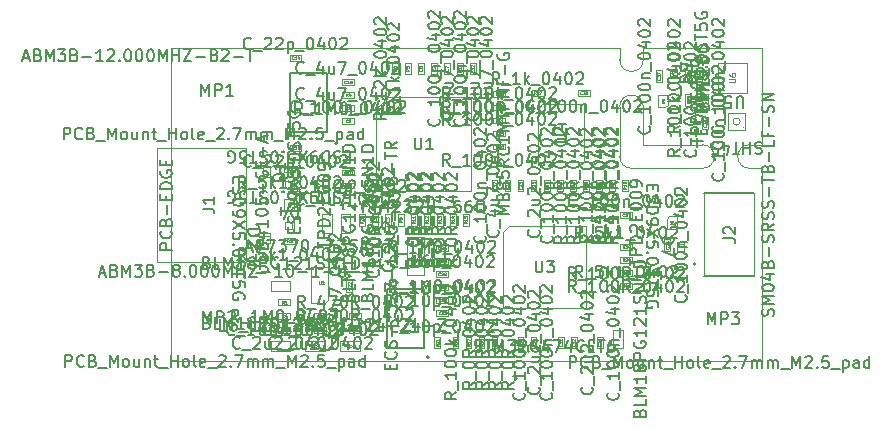
<source format=gbr>
%TF.GenerationSoftware,KiCad,Pcbnew,6.0.10-86aedd382b~118~ubuntu22.04.1*%
%TF.CreationDate,2023-01-11T10:16:45+01:00*%
%TF.ProjectId,nuc-compute-cluster-environment-sensor,6e75632d-636f-46d7-9075-74652d636c75,rev?*%
%TF.SameCoordinates,Original*%
%TF.FileFunction,AssemblyDrawing,Top*%
%FSLAX46Y46*%
G04 Gerber Fmt 4.6, Leading zero omitted, Abs format (unit mm)*
G04 Created by KiCad (PCBNEW 6.0.10-86aedd382b~118~ubuntu22.04.1) date 2023-01-11 10:16:45 commit a17aeb8*
%MOMM*%
%LPD*%
G01*
G04 APERTURE LIST*
%TA.AperFunction,Profile*%
%ADD10C,0.100000*%
%TD*%
%ADD11C,0.150000*%
%ADD12C,0.050000*%
%ADD13C,0.040000*%
%ADD14C,0.025000*%
%ADD15C,0.100000*%
%ADD16C,0.127000*%
%ADD17C,0.200000*%
%ADD18C,0.120000*%
G04 APERTURE END LIST*
D10*
X50000000Y18350000D02*
X50000000Y26500000D01*
X48950000Y18350000D02*
G75*
G03*
X48950000Y16350000I0J-1000000D01*
G01*
X44950000Y16350000D02*
G75*
G03*
X44950000Y18350000I0J1000000D01*
G01*
X50000000Y16350000D02*
X50000000Y0D01*
X39950000Y26500000D02*
X50000000Y26500000D01*
X0Y26500000D02*
X0Y0D01*
X48950000Y16350000D02*
X50000000Y16350000D01*
X37950000Y26500000D02*
X0Y26500000D01*
X37948194Y17351594D02*
G75*
G03*
X38948209Y16351594I1000006J6D01*
G01*
X39950000Y18350000D02*
X44950000Y18350000D01*
X39950000Y18350000D02*
X39950000Y21550000D01*
X37950000Y25550000D02*
X37950000Y26500000D01*
X37950000Y21550000D02*
X37948209Y17351594D01*
X39950000Y21550000D02*
G75*
G03*
X37950000Y21550000I-1000000J0D01*
G01*
X48950000Y18350000D02*
X50000000Y18350000D01*
X39950000Y25550000D02*
X39950000Y26500000D01*
X37950000Y25550000D02*
G75*
G03*
X39950000Y25550000I1000000J0D01*
G01*
X38948209Y16351594D02*
X44950000Y16350000D01*
X0Y0D02*
X50000000Y0D01*
D11*
%TO.C,Y2*%
X18538571Y-669047D02*
X18538571Y-335714D01*
X19062380Y-192857D02*
X19062380Y-669047D01*
X18062380Y-669047D01*
X18062380Y-192857D01*
X18967142Y807143D02*
X19014761Y759524D01*
X19062380Y616667D01*
X19062380Y521429D01*
X19014761Y378572D01*
X18919523Y283334D01*
X18824285Y235715D01*
X18633809Y188096D01*
X18490952Y188096D01*
X18300476Y235715D01*
X18205238Y283334D01*
X18110000Y378572D01*
X18062380Y521429D01*
X18062380Y616667D01*
X18110000Y759524D01*
X18157619Y807143D01*
X19014761Y1188096D02*
X19062380Y1330953D01*
X19062380Y1569048D01*
X19014761Y1664286D01*
X18967142Y1711905D01*
X18871904Y1759524D01*
X18776666Y1759524D01*
X18681428Y1711905D01*
X18633809Y1664286D01*
X18586190Y1569048D01*
X18538571Y1378572D01*
X18490952Y1283334D01*
X18443333Y1235715D01*
X18348095Y1188096D01*
X18252857Y1188096D01*
X18157619Y1235715D01*
X18110000Y1283334D01*
X18062380Y1378572D01*
X18062380Y1616667D01*
X18110000Y1759524D01*
X18681428Y2188096D02*
X18681428Y2950000D01*
X19157619Y3188096D02*
X19157619Y3950000D01*
X18062380Y4092858D02*
X18062380Y4711905D01*
X18443333Y4378572D01*
X18443333Y4521429D01*
X18490952Y4616667D01*
X18538571Y4664286D01*
X18633809Y4711905D01*
X18871904Y4711905D01*
X18967142Y4664286D01*
X19014761Y4616667D01*
X19062380Y4521429D01*
X19062380Y4235715D01*
X19014761Y4140477D01*
X18967142Y4092858D01*
X18157619Y5092858D02*
X18110000Y5140477D01*
X18062380Y5235715D01*
X18062380Y5473810D01*
X18110000Y5569048D01*
X18157619Y5616667D01*
X18252857Y5664286D01*
X18348095Y5664286D01*
X18490952Y5616667D01*
X19062380Y5045239D01*
X19062380Y5664286D01*
X18062380Y5997620D02*
X18062380Y6664286D01*
X19062380Y6235715D01*
X18681428Y7045239D02*
X18681428Y7807143D01*
X19062380Y8807143D02*
X19062380Y8235715D01*
X19062380Y8521429D02*
X18062380Y8521429D01*
X18205238Y8426191D01*
X18300476Y8330953D01*
X18348095Y8235715D01*
X18157619Y9188096D02*
X18110000Y9235715D01*
X18062380Y9330953D01*
X18062380Y9569048D01*
X18110000Y9664286D01*
X18157619Y9711905D01*
X18252857Y9759524D01*
X18348095Y9759524D01*
X18490952Y9711905D01*
X19062380Y9140477D01*
X19062380Y9759524D01*
X19157619Y9950000D02*
X19157619Y10711905D01*
X18062380Y11426191D02*
X18062380Y10950000D01*
X18538571Y10902381D01*
X18490952Y10950000D01*
X18443333Y11045239D01*
X18443333Y11283334D01*
X18490952Y11378572D01*
X18538571Y11426191D01*
X18633809Y11473810D01*
X18871904Y11473810D01*
X18967142Y11426191D01*
X19014761Y11378572D01*
X19062380Y11283334D01*
X19062380Y11045239D01*
X19014761Y10950000D01*
X18967142Y10902381D01*
X18681428Y11902381D02*
X18681428Y12664286D01*
X18062380Y13045239D02*
X18062380Y13664286D01*
X18443333Y13330953D01*
X18443333Y13473810D01*
X18490952Y13569048D01*
X18538571Y13616667D01*
X18633809Y13664286D01*
X18871904Y13664286D01*
X18967142Y13616667D01*
X19014761Y13569048D01*
X19062380Y13473810D01*
X19062380Y13188096D01*
X19014761Y13092858D01*
X18967142Y13045239D01*
X18395714Y14521429D02*
X19062380Y14521429D01*
X18014761Y14283334D02*
X18729047Y14045239D01*
X18729047Y14664286D01*
X18538571Y15378572D02*
X18586190Y15521429D01*
X18633809Y15569048D01*
X18729047Y15616667D01*
X18871904Y15616667D01*
X18967142Y15569048D01*
X19014761Y15521429D01*
X19062380Y15426191D01*
X19062380Y15045239D01*
X18062380Y15045239D01*
X18062380Y15378572D01*
X18110000Y15473810D01*
X18157619Y15521429D01*
X18252857Y15569048D01*
X18348095Y15569048D01*
X18443333Y15521429D01*
X18490952Y15473810D01*
X18538571Y15378572D01*
X18538571Y15045239D01*
X18681428Y16045239D02*
X18681428Y16807143D01*
X18062380Y17140477D02*
X18062380Y17711905D01*
X19062380Y17426191D02*
X18062380Y17426191D01*
X19062380Y18616667D02*
X18586190Y18283334D01*
X19062380Y18045239D02*
X18062380Y18045239D01*
X18062380Y18426191D01*
X18110000Y18521429D01*
X18157619Y18569048D01*
X18252857Y18616667D01*
X18395714Y18616667D01*
X18490952Y18569048D01*
X18538571Y18521429D01*
X18586190Y18426191D01*
X18586190Y18045239D01*
D12*
X20638095Y8711905D02*
X20876190Y8711905D01*
X20376190Y8545239D02*
X20638095Y8711905D01*
X20376190Y8878572D01*
X20423809Y9021429D02*
X20400000Y9045239D01*
X20376190Y9092858D01*
X20376190Y9211905D01*
X20400000Y9259524D01*
X20423809Y9283334D01*
X20471428Y9307143D01*
X20519047Y9307143D01*
X20590476Y9283334D01*
X20876190Y8997620D01*
X20876190Y9307143D01*
D11*
%TO.C,U4*%
X28599240Y12498246D02*
X27599240Y12498246D01*
X28313526Y12831580D01*
X27599240Y13164913D01*
X28599240Y13164913D01*
X28075431Y13974437D02*
X28123050Y14117294D01*
X28170669Y14164913D01*
X28265907Y14212532D01*
X28408764Y14212532D01*
X28504002Y14164913D01*
X28551621Y14117294D01*
X28599240Y14022056D01*
X28599240Y13641103D01*
X27599240Y13641103D01*
X27599240Y13974437D01*
X27646860Y14069675D01*
X27694479Y14117294D01*
X27789717Y14164913D01*
X27884955Y14164913D01*
X27980193Y14117294D01*
X28027812Y14069675D01*
X28075431Y13974437D01*
X28075431Y13641103D01*
X28027812Y14783960D02*
X27980193Y14688722D01*
X27932574Y14641103D01*
X27837336Y14593484D01*
X27789717Y14593484D01*
X27694479Y14641103D01*
X27646860Y14688722D01*
X27599240Y14783960D01*
X27599240Y14974437D01*
X27646860Y15069675D01*
X27694479Y15117294D01*
X27789717Y15164913D01*
X27837336Y15164913D01*
X27932574Y15117294D01*
X27980193Y15069675D01*
X28027812Y14974437D01*
X28027812Y14783960D01*
X28075431Y14688722D01*
X28123050Y14641103D01*
X28218288Y14593484D01*
X28408764Y14593484D01*
X28504002Y14641103D01*
X28551621Y14688722D01*
X28599240Y14783960D01*
X28599240Y14974437D01*
X28551621Y15069675D01*
X28504002Y15117294D01*
X28408764Y15164913D01*
X28218288Y15164913D01*
X28123050Y15117294D01*
X28075431Y15069675D01*
X28027812Y14974437D01*
X27599240Y16069675D02*
X27599240Y15593484D01*
X28075431Y15545865D01*
X28027812Y15593484D01*
X27980193Y15688722D01*
X27980193Y15926818D01*
X28027812Y16022056D01*
X28075431Y16069675D01*
X28170669Y16117294D01*
X28408764Y16117294D01*
X28504002Y16069675D01*
X28551621Y16022056D01*
X28599240Y15926818D01*
X28599240Y15688722D01*
X28551621Y15593484D01*
X28504002Y15545865D01*
X28599240Y17117294D02*
X28123050Y16783960D01*
X28599240Y16545865D02*
X27599240Y16545865D01*
X27599240Y16926818D01*
X27646860Y17022056D01*
X27694479Y17069675D01*
X27789717Y17117294D01*
X27932574Y17117294D01*
X28027812Y17069675D01*
X28075431Y17022056D01*
X28123050Y16926818D01*
X28123050Y16545865D01*
X28504002Y18117294D02*
X28551621Y18069675D01*
X28599240Y17926818D01*
X28599240Y17831580D01*
X28551621Y17688722D01*
X28456383Y17593484D01*
X28361145Y17545865D01*
X28170669Y17498246D01*
X28027812Y17498246D01*
X27837336Y17545865D01*
X27742098Y17593484D01*
X27646860Y17688722D01*
X27599240Y17831580D01*
X27599240Y17926818D01*
X27646860Y18069675D01*
X27694479Y18117294D01*
X28599240Y19069675D02*
X28599240Y18498246D01*
X28599240Y18783960D02*
X27599240Y18783960D01*
X27742098Y18688722D01*
X27837336Y18593484D01*
X27884955Y18498246D01*
X28599240Y19498246D02*
X27599240Y19498246D01*
X28313526Y19831580D01*
X27599240Y20164913D01*
X28599240Y20164913D01*
X27599240Y20498246D02*
X27599240Y21069675D01*
X28599240Y20783960D02*
X27599240Y20783960D01*
X28599240Y21403008D02*
X27599240Y21403008D01*
X27599240Y21783960D01*
X27646860Y21879199D01*
X27694479Y21926818D01*
X27789717Y21974437D01*
X27932574Y21974437D01*
X28027812Y21926818D01*
X28075431Y21879199D01*
X28123050Y21783960D01*
X28123050Y21403008D01*
X28599240Y22403008D02*
X27599240Y22403008D01*
X28599240Y22974437D01*
X27599240Y22974437D01*
X28075431Y23783960D02*
X28075431Y23450627D01*
X28599240Y23450627D02*
X27599240Y23450627D01*
X27599240Y23926818D01*
X28218288Y24307770D02*
X28218288Y25069675D01*
X27646860Y26069675D02*
X27599240Y25974437D01*
X27599240Y25831580D01*
X27646860Y25688722D01*
X27742098Y25593484D01*
X27837336Y25545865D01*
X28027812Y25498246D01*
X28170669Y25498246D01*
X28361145Y25545865D01*
X28456383Y25593484D01*
X28551621Y25688722D01*
X28599240Y25831580D01*
X28599240Y25926818D01*
X28551621Y26069675D01*
X28504002Y26117294D01*
X28170669Y26117294D01*
X28170669Y25926818D01*
X32402380Y18588096D02*
X33211904Y18588096D01*
X33307142Y18635715D01*
X33354761Y18683334D01*
X33402380Y18778572D01*
X33402380Y18969048D01*
X33354761Y19064286D01*
X33307142Y19111905D01*
X33211904Y19159524D01*
X32402380Y19159524D01*
X32735714Y20064286D02*
X33402380Y20064286D01*
X32354761Y19826191D02*
X33069047Y19588096D01*
X33069047Y20207143D01*
%TO.C,D1*%
X10363571Y10883334D02*
X10363571Y11216667D01*
X10887380Y11359524D02*
X10887380Y10883334D01*
X9887380Y10883334D01*
X9887380Y11359524D01*
X10839761Y11740477D02*
X10887380Y11883334D01*
X10887380Y12121429D01*
X10839761Y12216667D01*
X10792142Y12264286D01*
X10696904Y12311905D01*
X10601666Y12311905D01*
X10506428Y12264286D01*
X10458809Y12216667D01*
X10411190Y12121429D01*
X10363571Y11930953D01*
X10315952Y11835715D01*
X10268333Y11788096D01*
X10173095Y11740477D01*
X10077857Y11740477D01*
X9982619Y11788096D01*
X9935000Y11835715D01*
X9887380Y11930953D01*
X9887380Y12169048D01*
X9935000Y12311905D01*
X10887380Y12740477D02*
X9887380Y12740477D01*
X9887380Y12978572D01*
X9935000Y13121429D01*
X10030238Y13216667D01*
X10125476Y13264286D01*
X10315952Y13311905D01*
X10458809Y13311905D01*
X10649285Y13264286D01*
X10744523Y13216667D01*
X10839761Y13121429D01*
X10887380Y12978572D01*
X10887380Y12740477D01*
X10887380Y13788096D02*
X10887380Y13978572D01*
X10839761Y14073810D01*
X10792142Y14121429D01*
X10649285Y14216667D01*
X10458809Y14264286D01*
X10077857Y14264286D01*
X9982619Y14216667D01*
X9935000Y14169048D01*
X9887380Y14073810D01*
X9887380Y13883334D01*
X9935000Y13788096D01*
X9982619Y13740477D01*
X10077857Y13692858D01*
X10315952Y13692858D01*
X10411190Y13740477D01*
X10458809Y13788096D01*
X10506428Y13883334D01*
X10506428Y14073810D01*
X10458809Y14169048D01*
X10411190Y14216667D01*
X10315952Y14264286D01*
X9887380Y14597620D02*
X10887380Y15264286D01*
X9887380Y15264286D02*
X10887380Y14597620D01*
X9887380Y16121429D02*
X9887380Y15645239D01*
X10363571Y15597620D01*
X10315952Y15645239D01*
X10268333Y15740477D01*
X10268333Y15978572D01*
X10315952Y16073810D01*
X10363571Y16121429D01*
X10458809Y16169048D01*
X10696904Y16169048D01*
X10792142Y16121429D01*
X10839761Y16073810D01*
X10887380Y15978572D01*
X10887380Y15740477D01*
X10839761Y15645239D01*
X10792142Y15597620D01*
X10792142Y16597620D02*
X10839761Y16645239D01*
X10887380Y16597620D01*
X10839761Y16550000D01*
X10792142Y16597620D01*
X10887380Y16597620D01*
X9887380Y17264286D02*
X9887380Y17359524D01*
X9935000Y17454762D01*
X9982619Y17502381D01*
X10077857Y17550000D01*
X10268333Y17597620D01*
X10506428Y17597620D01*
X10696904Y17550000D01*
X10792142Y17502381D01*
X10839761Y17454762D01*
X10887380Y17359524D01*
X10887380Y17264286D01*
X10839761Y17169048D01*
X10792142Y17121429D01*
X10696904Y17073810D01*
X10506428Y17026191D01*
X10268333Y17026191D01*
X10077857Y17073810D01*
X9982619Y17121429D01*
X9935000Y17169048D01*
X9887380Y17264286D01*
X10839761Y17978572D02*
X10887380Y18121429D01*
X10887380Y18359524D01*
X10839761Y18454762D01*
X10792142Y18502381D01*
X10696904Y18550000D01*
X10601666Y18550000D01*
X10506428Y18502381D01*
X10458809Y18454762D01*
X10411190Y18359524D01*
X10363571Y18169048D01*
X10315952Y18073810D01*
X10268333Y18026191D01*
X10173095Y17978572D01*
X10077857Y17978572D01*
X9982619Y18026191D01*
X9935000Y18073810D01*
X9887380Y18169048D01*
X9887380Y18407143D01*
X9935000Y18550000D01*
X9887380Y18835715D02*
X9887380Y19407143D01*
X10887380Y19121429D02*
X9887380Y19121429D01*
X9887380Y20216667D02*
X9887380Y19740477D01*
X10363571Y19692858D01*
X10315952Y19740477D01*
X10268333Y19835715D01*
X10268333Y20073810D01*
X10315952Y20169048D01*
X10363571Y20216667D01*
X10458809Y20264286D01*
X10696904Y20264286D01*
X10792142Y20216667D01*
X10839761Y20169048D01*
X10887380Y20073810D01*
X10887380Y19835715D01*
X10839761Y19740477D01*
X10792142Y19692858D01*
X9935000Y21216667D02*
X9887380Y21121429D01*
X9887380Y20978572D01*
X9935000Y20835715D01*
X10030238Y20740477D01*
X10125476Y20692858D01*
X10315952Y20645239D01*
X10458809Y20645239D01*
X10649285Y20692858D01*
X10744523Y20740477D01*
X10839761Y20835715D01*
X10887380Y20978572D01*
X10887380Y21073810D01*
X10839761Y21216667D01*
X10792142Y21264286D01*
X10458809Y21264286D01*
X10458809Y21073810D01*
X9587380Y15311905D02*
X8587380Y15311905D01*
X8587380Y15550000D01*
X8635000Y15692858D01*
X8730238Y15788096D01*
X8825476Y15835715D01*
X9015952Y15883334D01*
X9158809Y15883334D01*
X9349285Y15835715D01*
X9444523Y15788096D01*
X9539761Y15692858D01*
X9587380Y15550000D01*
X9587380Y15311905D01*
X9587380Y16835715D02*
X9587380Y16264286D01*
X9587380Y16550000D02*
X8587380Y16550000D01*
X8730238Y16454762D01*
X8825476Y16359524D01*
X8873095Y16264286D01*
%TO.C,C10*%
X10711904Y14472858D02*
X10664285Y14425239D01*
X10521428Y14377620D01*
X10426190Y14377620D01*
X10283333Y14425239D01*
X10188095Y14520477D01*
X10140476Y14615715D01*
X10092857Y14806191D01*
X10092857Y14949048D01*
X10140476Y15139524D01*
X10188095Y15234762D01*
X10283333Y15330000D01*
X10426190Y15377620D01*
X10521428Y15377620D01*
X10664285Y15330000D01*
X10711904Y15282381D01*
X10902380Y14282381D02*
X11664285Y14282381D01*
X12426190Y14377620D02*
X11854761Y14377620D01*
X12140476Y14377620D02*
X12140476Y15377620D01*
X12045238Y15234762D01*
X11950000Y15139524D01*
X11854761Y15091905D01*
X13045238Y15377620D02*
X13140476Y15377620D01*
X13235714Y15330000D01*
X13283333Y15282381D01*
X13330952Y15187143D01*
X13378571Y14996667D01*
X13378571Y14758572D01*
X13330952Y14568096D01*
X13283333Y14472858D01*
X13235714Y14425239D01*
X13140476Y14377620D01*
X13045238Y14377620D01*
X12950000Y14425239D01*
X12902380Y14472858D01*
X12854761Y14568096D01*
X12807142Y14758572D01*
X12807142Y14996667D01*
X12854761Y15187143D01*
X12902380Y15282381D01*
X12950000Y15330000D01*
X13045238Y15377620D01*
X13997619Y15377620D02*
X14092857Y15377620D01*
X14188095Y15330000D01*
X14235714Y15282381D01*
X14283333Y15187143D01*
X14330952Y14996667D01*
X14330952Y14758572D01*
X14283333Y14568096D01*
X14235714Y14472858D01*
X14188095Y14425239D01*
X14092857Y14377620D01*
X13997619Y14377620D01*
X13902380Y14425239D01*
X13854761Y14472858D01*
X13807142Y14568096D01*
X13759523Y14758572D01*
X13759523Y14996667D01*
X13807142Y15187143D01*
X13854761Y15282381D01*
X13902380Y15330000D01*
X13997619Y15377620D01*
X14759523Y15044286D02*
X14759523Y14377620D01*
X14759523Y14949048D02*
X14807142Y14996667D01*
X14902380Y15044286D01*
X15045238Y15044286D01*
X15140476Y14996667D01*
X15188095Y14901429D01*
X15188095Y14377620D01*
X15426190Y14282381D02*
X16188095Y14282381D01*
X16616666Y15377620D02*
X16711904Y15377620D01*
X16807142Y15330000D01*
X16854761Y15282381D01*
X16902380Y15187143D01*
X16950000Y14996667D01*
X16950000Y14758572D01*
X16902380Y14568096D01*
X16854761Y14472858D01*
X16807142Y14425239D01*
X16711904Y14377620D01*
X16616666Y14377620D01*
X16521428Y14425239D01*
X16473809Y14472858D01*
X16426190Y14568096D01*
X16378571Y14758572D01*
X16378571Y14996667D01*
X16426190Y15187143D01*
X16473809Y15282381D01*
X16521428Y15330000D01*
X16616666Y15377620D01*
X17807142Y15044286D02*
X17807142Y14377620D01*
X17569047Y15425239D02*
X17330952Y14710953D01*
X17950000Y14710953D01*
X18521428Y15377620D02*
X18616666Y15377620D01*
X18711904Y15330000D01*
X18759523Y15282381D01*
X18807142Y15187143D01*
X18854761Y14996667D01*
X18854761Y14758572D01*
X18807142Y14568096D01*
X18759523Y14472858D01*
X18711904Y14425239D01*
X18616666Y14377620D01*
X18521428Y14377620D01*
X18426190Y14425239D01*
X18378571Y14472858D01*
X18330952Y14568096D01*
X18283333Y14758572D01*
X18283333Y14996667D01*
X18330952Y15187143D01*
X18378571Y15282381D01*
X18426190Y15330000D01*
X18521428Y15377620D01*
X19235714Y15282381D02*
X19283333Y15330000D01*
X19378571Y15377620D01*
X19616666Y15377620D01*
X19711904Y15330000D01*
X19759523Y15282381D01*
X19807142Y15187143D01*
X19807142Y15091905D01*
X19759523Y14949048D01*
X19188095Y14377620D01*
X19807142Y14377620D01*
D13*
X14789285Y15910715D02*
X14777380Y15898810D01*
X14741666Y15886905D01*
X14717857Y15886905D01*
X14682142Y15898810D01*
X14658333Y15922620D01*
X14646428Y15946429D01*
X14634523Y15994048D01*
X14634523Y16029762D01*
X14646428Y16077381D01*
X14658333Y16101191D01*
X14682142Y16125000D01*
X14717857Y16136905D01*
X14741666Y16136905D01*
X14777380Y16125000D01*
X14789285Y16113096D01*
X15027380Y15886905D02*
X14884523Y15886905D01*
X14955952Y15886905D02*
X14955952Y16136905D01*
X14932142Y16101191D01*
X14908333Y16077381D01*
X14884523Y16065477D01*
X15182142Y16136905D02*
X15205952Y16136905D01*
X15229761Y16125000D01*
X15241666Y16113096D01*
X15253571Y16089286D01*
X15265476Y16041667D01*
X15265476Y15982143D01*
X15253571Y15934524D01*
X15241666Y15910715D01*
X15229761Y15898810D01*
X15205952Y15886905D01*
X15182142Y15886905D01*
X15158333Y15898810D01*
X15146428Y15910715D01*
X15134523Y15934524D01*
X15122619Y15982143D01*
X15122619Y16041667D01*
X15134523Y16089286D01*
X15146428Y16113096D01*
X15158333Y16125000D01*
X15182142Y16136905D01*
D11*
%TO.C,C20*%
X8361904Y2322858D02*
X8314285Y2275239D01*
X8171428Y2227620D01*
X8076190Y2227620D01*
X7933333Y2275239D01*
X7838095Y2370477D01*
X7790476Y2465715D01*
X7742857Y2656191D01*
X7742857Y2799048D01*
X7790476Y2989524D01*
X7838095Y3084762D01*
X7933333Y3180000D01*
X8076190Y3227620D01*
X8171428Y3227620D01*
X8314285Y3180000D01*
X8361904Y3132381D01*
X8552380Y2132381D02*
X9314285Y2132381D01*
X10076190Y2227620D02*
X9504761Y2227620D01*
X9790476Y2227620D02*
X9790476Y3227620D01*
X9695238Y3084762D01*
X9600000Y2989524D01*
X9504761Y2941905D01*
X10695238Y3227620D02*
X10790476Y3227620D01*
X10885714Y3180000D01*
X10933333Y3132381D01*
X10980952Y3037143D01*
X11028571Y2846667D01*
X11028571Y2608572D01*
X10980952Y2418096D01*
X10933333Y2322858D01*
X10885714Y2275239D01*
X10790476Y2227620D01*
X10695238Y2227620D01*
X10600000Y2275239D01*
X10552380Y2322858D01*
X10504761Y2418096D01*
X10457142Y2608572D01*
X10457142Y2846667D01*
X10504761Y3037143D01*
X10552380Y3132381D01*
X10600000Y3180000D01*
X10695238Y3227620D01*
X11647619Y3227620D02*
X11742857Y3227620D01*
X11838095Y3180000D01*
X11885714Y3132381D01*
X11933333Y3037143D01*
X11980952Y2846667D01*
X11980952Y2608572D01*
X11933333Y2418096D01*
X11885714Y2322858D01*
X11838095Y2275239D01*
X11742857Y2227620D01*
X11647619Y2227620D01*
X11552380Y2275239D01*
X11504761Y2322858D01*
X11457142Y2418096D01*
X11409523Y2608572D01*
X11409523Y2846667D01*
X11457142Y3037143D01*
X11504761Y3132381D01*
X11552380Y3180000D01*
X11647619Y3227620D01*
X12409523Y2894286D02*
X12409523Y2227620D01*
X12409523Y2799048D02*
X12457142Y2846667D01*
X12552380Y2894286D01*
X12695238Y2894286D01*
X12790476Y2846667D01*
X12838095Y2751429D01*
X12838095Y2227620D01*
X13076190Y2132381D02*
X13838095Y2132381D01*
X14266666Y3227620D02*
X14361904Y3227620D01*
X14457142Y3180000D01*
X14504761Y3132381D01*
X14552380Y3037143D01*
X14600000Y2846667D01*
X14600000Y2608572D01*
X14552380Y2418096D01*
X14504761Y2322858D01*
X14457142Y2275239D01*
X14361904Y2227620D01*
X14266666Y2227620D01*
X14171428Y2275239D01*
X14123809Y2322858D01*
X14076190Y2418096D01*
X14028571Y2608572D01*
X14028571Y2846667D01*
X14076190Y3037143D01*
X14123809Y3132381D01*
X14171428Y3180000D01*
X14266666Y3227620D01*
X15457142Y2894286D02*
X15457142Y2227620D01*
X15219047Y3275239D02*
X14980952Y2560953D01*
X15600000Y2560953D01*
X16171428Y3227620D02*
X16266666Y3227620D01*
X16361904Y3180000D01*
X16409523Y3132381D01*
X16457142Y3037143D01*
X16504761Y2846667D01*
X16504761Y2608572D01*
X16457142Y2418096D01*
X16409523Y2322858D01*
X16361904Y2275239D01*
X16266666Y2227620D01*
X16171428Y2227620D01*
X16076190Y2275239D01*
X16028571Y2322858D01*
X15980952Y2418096D01*
X15933333Y2608572D01*
X15933333Y2846667D01*
X15980952Y3037143D01*
X16028571Y3132381D01*
X16076190Y3180000D01*
X16171428Y3227620D01*
X16885714Y3132381D02*
X16933333Y3180000D01*
X17028571Y3227620D01*
X17266666Y3227620D01*
X17361904Y3180000D01*
X17409523Y3132381D01*
X17457142Y3037143D01*
X17457142Y2941905D01*
X17409523Y2799048D01*
X16838095Y2227620D01*
X17457142Y2227620D01*
D13*
X12439285Y3760715D02*
X12427380Y3748810D01*
X12391666Y3736905D01*
X12367857Y3736905D01*
X12332142Y3748810D01*
X12308333Y3772620D01*
X12296428Y3796429D01*
X12284523Y3844048D01*
X12284523Y3879762D01*
X12296428Y3927381D01*
X12308333Y3951191D01*
X12332142Y3975000D01*
X12367857Y3986905D01*
X12391666Y3986905D01*
X12427380Y3975000D01*
X12439285Y3963096D01*
X12534523Y3963096D02*
X12546428Y3975000D01*
X12570238Y3986905D01*
X12629761Y3986905D01*
X12653571Y3975000D01*
X12665476Y3963096D01*
X12677380Y3939286D01*
X12677380Y3915477D01*
X12665476Y3879762D01*
X12522619Y3736905D01*
X12677380Y3736905D01*
X12832142Y3986905D02*
X12855952Y3986905D01*
X12879761Y3975000D01*
X12891666Y3963096D01*
X12903571Y3939286D01*
X12915476Y3891667D01*
X12915476Y3832143D01*
X12903571Y3784524D01*
X12891666Y3760715D01*
X12879761Y3748810D01*
X12855952Y3736905D01*
X12832142Y3736905D01*
X12808333Y3748810D01*
X12796428Y3760715D01*
X12784523Y3784524D01*
X12772619Y3832143D01*
X12772619Y3891667D01*
X12784523Y3939286D01*
X12796428Y3963096D01*
X12808333Y3975000D01*
X12832142Y3986905D01*
D11*
%TO.C,J1*%
X7137380Y7488096D02*
X7946904Y7488096D01*
X8042142Y7535715D01*
X8089761Y7583334D01*
X8137380Y7678572D01*
X8137380Y7869048D01*
X8089761Y7964286D01*
X8042142Y8011905D01*
X7946904Y8059524D01*
X7137380Y8059524D01*
X8089761Y8488096D02*
X8137380Y8630953D01*
X8137380Y8869048D01*
X8089761Y8964286D01*
X8042142Y9011905D01*
X7946904Y9059524D01*
X7851666Y9059524D01*
X7756428Y9011905D01*
X7708809Y8964286D01*
X7661190Y8869048D01*
X7613571Y8678572D01*
X7565952Y8583334D01*
X7518333Y8535715D01*
X7423095Y8488096D01*
X7327857Y8488096D01*
X7232619Y8535715D01*
X7185000Y8583334D01*
X7137380Y8678572D01*
X7137380Y8916667D01*
X7185000Y9059524D01*
X7613571Y9821429D02*
X7661190Y9964286D01*
X7708809Y10011905D01*
X7804047Y10059524D01*
X7946904Y10059524D01*
X8042142Y10011905D01*
X8089761Y9964286D01*
X8137380Y9869048D01*
X8137380Y9488096D01*
X7137380Y9488096D01*
X7137380Y9821429D01*
X7185000Y9916667D01*
X7232619Y9964286D01*
X7327857Y10011905D01*
X7423095Y10011905D01*
X7518333Y9964286D01*
X7565952Y9916667D01*
X7613571Y9821429D01*
X7613571Y9488096D01*
X7470714Y10916667D02*
X8137380Y10916667D01*
X7089761Y10678572D02*
X7804047Y10440477D01*
X7804047Y11059524D01*
X8137380Y11964286D02*
X8137380Y11392858D01*
X8137380Y11678572D02*
X7137380Y11678572D01*
X7280238Y11583334D01*
X7375476Y11488096D01*
X7423095Y11392858D01*
X7137380Y12583334D02*
X7137380Y12678572D01*
X7185000Y12773810D01*
X7232619Y12821429D01*
X7327857Y12869048D01*
X7518333Y12916667D01*
X7756428Y12916667D01*
X7946904Y12869048D01*
X8042142Y12821429D01*
X8089761Y12773810D01*
X8137380Y12678572D01*
X8137380Y12583334D01*
X8089761Y12488096D01*
X8042142Y12440477D01*
X7946904Y12392858D01*
X7756428Y12345239D01*
X7518333Y12345239D01*
X7327857Y12392858D01*
X7232619Y12440477D01*
X7185000Y12488096D01*
X7137380Y12583334D01*
X7137380Y13821429D02*
X7137380Y13345239D01*
X7613571Y13297620D01*
X7565952Y13345239D01*
X7518333Y13440477D01*
X7518333Y13678572D01*
X7565952Y13773810D01*
X7613571Y13821429D01*
X7708809Y13869048D01*
X7946904Y13869048D01*
X8042142Y13821429D01*
X8089761Y13773810D01*
X8137380Y13678572D01*
X8137380Y13440477D01*
X8089761Y13345239D01*
X8042142Y13297620D01*
X7756428Y14297620D02*
X7756428Y15059524D01*
X7185000Y16059524D02*
X7137380Y15964286D01*
X7137380Y15821429D01*
X7185000Y15678572D01*
X7280238Y15583334D01*
X7375476Y15535715D01*
X7565952Y15488096D01*
X7708809Y15488096D01*
X7899285Y15535715D01*
X7994523Y15583334D01*
X8089761Y15678572D01*
X8137380Y15821429D01*
X8137380Y15916667D01*
X8089761Y16059524D01*
X8042142Y16107143D01*
X7708809Y16107143D01*
X7708809Y15916667D01*
X7613571Y16869048D02*
X7613571Y16535715D01*
X8137380Y16535715D02*
X7137380Y16535715D01*
X7137380Y17011905D01*
X7756428Y17392858D02*
X7756428Y18154762D01*
X7851666Y18583334D02*
X7851666Y19059524D01*
X8137380Y18488096D02*
X7137380Y18821429D01*
X8137380Y19154762D01*
X2637380Y12916667D02*
X3351666Y12916667D01*
X3494523Y12869048D01*
X3589761Y12773810D01*
X3637380Y12630953D01*
X3637380Y12535715D01*
X3637380Y13916667D02*
X3637380Y13345239D01*
X3637380Y13630953D02*
X2637380Y13630953D01*
X2780238Y13535715D01*
X2875476Y13440477D01*
X2923095Y13345239D01*
X37380Y9464286D02*
X-962620Y9464286D01*
X-962620Y9845239D01*
X-915000Y9940477D01*
X-867381Y9988096D01*
X-772143Y10035715D01*
X-629286Y10035715D01*
X-534048Y9988096D01*
X-486429Y9940477D01*
X-438810Y9845239D01*
X-438810Y9464286D01*
X-57858Y11035715D02*
X-10239Y10988096D01*
X37380Y10845239D01*
X37380Y10750000D01*
X-10239Y10607143D01*
X-105477Y10511905D01*
X-200715Y10464286D01*
X-391191Y10416667D01*
X-534048Y10416667D01*
X-724524Y10464286D01*
X-819762Y10511905D01*
X-915000Y10607143D01*
X-962620Y10750000D01*
X-962620Y10845239D01*
X-915000Y10988096D01*
X-867381Y11035715D01*
X-486429Y11797620D02*
X-438810Y11940477D01*
X-391191Y11988096D01*
X-295953Y12035715D01*
X-153096Y12035715D01*
X-57858Y11988096D01*
X-10239Y11940477D01*
X37380Y11845239D01*
X37380Y11464286D01*
X-962620Y11464286D01*
X-962620Y11797620D01*
X-915000Y11892858D01*
X-867381Y11940477D01*
X-772143Y11988096D01*
X-676905Y11988096D01*
X-581667Y11940477D01*
X-534048Y11892858D01*
X-486429Y11797620D01*
X-486429Y11464286D01*
X-343572Y12464286D02*
X-343572Y13226191D01*
X-486429Y13702381D02*
X-486429Y14035715D01*
X37380Y14178572D02*
X37380Y13702381D01*
X-962620Y13702381D01*
X-962620Y14178572D01*
X37380Y14607143D02*
X-962620Y14607143D01*
X-962620Y14845239D01*
X-915000Y14988096D01*
X-819762Y15083334D01*
X-724524Y15130953D01*
X-534048Y15178572D01*
X-391191Y15178572D01*
X-200715Y15130953D01*
X-105477Y15083334D01*
X-10239Y14988096D01*
X37380Y14845239D01*
X37380Y14607143D01*
X-915000Y16130953D02*
X-962620Y16035715D01*
X-962620Y15892858D01*
X-915000Y15750000D01*
X-819762Y15654762D01*
X-724524Y15607143D01*
X-534048Y15559524D01*
X-391191Y15559524D01*
X-200715Y15607143D01*
X-105477Y15654762D01*
X-10239Y15750000D01*
X37380Y15892858D01*
X37380Y15988096D01*
X-10239Y16130953D01*
X-57858Y16178572D01*
X-391191Y16178572D01*
X-391191Y15988096D01*
X-486429Y16607143D02*
X-486429Y16940477D01*
X37380Y17083334D02*
X37380Y16607143D01*
X-962620Y16607143D01*
X-962620Y17083334D01*
%TO.C,C11*%
X23511904Y21212858D02*
X23464285Y21165239D01*
X23321428Y21117620D01*
X23226190Y21117620D01*
X23083333Y21165239D01*
X22988095Y21260477D01*
X22940476Y21355715D01*
X22892857Y21546191D01*
X22892857Y21689048D01*
X22940476Y21879524D01*
X22988095Y21974762D01*
X23083333Y22070000D01*
X23226190Y22117620D01*
X23321428Y22117620D01*
X23464285Y22070000D01*
X23511904Y22022381D01*
X23702380Y21022381D02*
X24464285Y21022381D01*
X25226190Y21117620D02*
X24654761Y21117620D01*
X24940476Y21117620D02*
X24940476Y22117620D01*
X24845238Y21974762D01*
X24750000Y21879524D01*
X24654761Y21831905D01*
X25845238Y22117620D02*
X25940476Y22117620D01*
X26035714Y22070000D01*
X26083333Y22022381D01*
X26130952Y21927143D01*
X26178571Y21736667D01*
X26178571Y21498572D01*
X26130952Y21308096D01*
X26083333Y21212858D01*
X26035714Y21165239D01*
X25940476Y21117620D01*
X25845238Y21117620D01*
X25750000Y21165239D01*
X25702380Y21212858D01*
X25654761Y21308096D01*
X25607142Y21498572D01*
X25607142Y21736667D01*
X25654761Y21927143D01*
X25702380Y22022381D01*
X25750000Y22070000D01*
X25845238Y22117620D01*
X26797619Y22117620D02*
X26892857Y22117620D01*
X26988095Y22070000D01*
X27035714Y22022381D01*
X27083333Y21927143D01*
X27130952Y21736667D01*
X27130952Y21498572D01*
X27083333Y21308096D01*
X27035714Y21212858D01*
X26988095Y21165239D01*
X26892857Y21117620D01*
X26797619Y21117620D01*
X26702380Y21165239D01*
X26654761Y21212858D01*
X26607142Y21308096D01*
X26559523Y21498572D01*
X26559523Y21736667D01*
X26607142Y21927143D01*
X26654761Y22022381D01*
X26702380Y22070000D01*
X26797619Y22117620D01*
X27559523Y21784286D02*
X27559523Y21117620D01*
X27559523Y21689048D02*
X27607142Y21736667D01*
X27702380Y21784286D01*
X27845238Y21784286D01*
X27940476Y21736667D01*
X27988095Y21641429D01*
X27988095Y21117620D01*
X28226190Y21022381D02*
X28988095Y21022381D01*
X29416666Y22117620D02*
X29511904Y22117620D01*
X29607142Y22070000D01*
X29654761Y22022381D01*
X29702380Y21927143D01*
X29750000Y21736667D01*
X29750000Y21498572D01*
X29702380Y21308096D01*
X29654761Y21212858D01*
X29607142Y21165239D01*
X29511904Y21117620D01*
X29416666Y21117620D01*
X29321428Y21165239D01*
X29273809Y21212858D01*
X29226190Y21308096D01*
X29178571Y21498572D01*
X29178571Y21736667D01*
X29226190Y21927143D01*
X29273809Y22022381D01*
X29321428Y22070000D01*
X29416666Y22117620D01*
X30607142Y21784286D02*
X30607142Y21117620D01*
X30369047Y22165239D02*
X30130952Y21450953D01*
X30750000Y21450953D01*
X31321428Y22117620D02*
X31416666Y22117620D01*
X31511904Y22070000D01*
X31559523Y22022381D01*
X31607142Y21927143D01*
X31654761Y21736667D01*
X31654761Y21498572D01*
X31607142Y21308096D01*
X31559523Y21212858D01*
X31511904Y21165239D01*
X31416666Y21117620D01*
X31321428Y21117620D01*
X31226190Y21165239D01*
X31178571Y21212858D01*
X31130952Y21308096D01*
X31083333Y21498572D01*
X31083333Y21736667D01*
X31130952Y21927143D01*
X31178571Y22022381D01*
X31226190Y22070000D01*
X31321428Y22117620D01*
X32035714Y22022381D02*
X32083333Y22070000D01*
X32178571Y22117620D01*
X32416666Y22117620D01*
X32511904Y22070000D01*
X32559523Y22022381D01*
X32607142Y21927143D01*
X32607142Y21831905D01*
X32559523Y21689048D01*
X31988095Y21117620D01*
X32607142Y21117620D01*
D13*
X27589285Y20310715D02*
X27577380Y20298810D01*
X27541666Y20286905D01*
X27517857Y20286905D01*
X27482142Y20298810D01*
X27458333Y20322620D01*
X27446428Y20346429D01*
X27434523Y20394048D01*
X27434523Y20429762D01*
X27446428Y20477381D01*
X27458333Y20501191D01*
X27482142Y20525000D01*
X27517857Y20536905D01*
X27541666Y20536905D01*
X27577380Y20525000D01*
X27589285Y20513096D01*
X27827380Y20286905D02*
X27684523Y20286905D01*
X27755952Y20286905D02*
X27755952Y20536905D01*
X27732142Y20501191D01*
X27708333Y20477381D01*
X27684523Y20465477D01*
X28065476Y20286905D02*
X27922619Y20286905D01*
X27994047Y20286905D02*
X27994047Y20536905D01*
X27970238Y20501191D01*
X27946428Y20477381D01*
X27922619Y20465477D01*
D11*
%TO.C,R3*%
X6270714Y8577620D02*
X5937380Y9053810D01*
X5699285Y8577620D02*
X5699285Y9577620D01*
X6080238Y9577620D01*
X6175476Y9530000D01*
X6223095Y9482381D01*
X6270714Y9387143D01*
X6270714Y9244286D01*
X6223095Y9149048D01*
X6175476Y9101429D01*
X6080238Y9053810D01*
X5699285Y9053810D01*
X6461190Y8482381D02*
X7223095Y8482381D01*
X7937380Y9577620D02*
X7461190Y9577620D01*
X7413571Y9101429D01*
X7461190Y9149048D01*
X7556428Y9196667D01*
X7794523Y9196667D01*
X7889761Y9149048D01*
X7937380Y9101429D01*
X7985000Y9006191D01*
X7985000Y8768096D01*
X7937380Y8672858D01*
X7889761Y8625239D01*
X7794523Y8577620D01*
X7556428Y8577620D01*
X7461190Y8625239D01*
X7413571Y8672858D01*
X8413571Y8577620D02*
X8413571Y9577620D01*
X8508809Y8958572D02*
X8794523Y8577620D01*
X8794523Y9244286D02*
X8413571Y8863334D01*
X9746904Y8577620D02*
X9175476Y8577620D01*
X9461190Y8577620D02*
X9461190Y9577620D01*
X9365952Y9434762D01*
X9270714Y9339524D01*
X9175476Y9291905D01*
X9937380Y8482381D02*
X10699285Y8482381D01*
X11127857Y9577620D02*
X11223095Y9577620D01*
X11318333Y9530000D01*
X11365952Y9482381D01*
X11413571Y9387143D01*
X11461190Y9196667D01*
X11461190Y8958572D01*
X11413571Y8768096D01*
X11365952Y8672858D01*
X11318333Y8625239D01*
X11223095Y8577620D01*
X11127857Y8577620D01*
X11032619Y8625239D01*
X10985000Y8672858D01*
X10937380Y8768096D01*
X10889761Y8958572D01*
X10889761Y9196667D01*
X10937380Y9387143D01*
X10985000Y9482381D01*
X11032619Y9530000D01*
X11127857Y9577620D01*
X12318333Y9244286D02*
X12318333Y8577620D01*
X12080238Y9625239D02*
X11842142Y8910953D01*
X12461190Y8910953D01*
X13032619Y9577620D02*
X13127857Y9577620D01*
X13223095Y9530000D01*
X13270714Y9482381D01*
X13318333Y9387143D01*
X13365952Y9196667D01*
X13365952Y8958572D01*
X13318333Y8768096D01*
X13270714Y8672858D01*
X13223095Y8625239D01*
X13127857Y8577620D01*
X13032619Y8577620D01*
X12937380Y8625239D01*
X12889761Y8672858D01*
X12842142Y8768096D01*
X12794523Y8958572D01*
X12794523Y9196667D01*
X12842142Y9387143D01*
X12889761Y9482381D01*
X12937380Y9530000D01*
X13032619Y9577620D01*
X13746904Y9482381D02*
X13794523Y9530000D01*
X13889761Y9577620D01*
X14127857Y9577620D01*
X14223095Y9530000D01*
X14270714Y9482381D01*
X14318333Y9387143D01*
X14318333Y9291905D01*
X14270714Y9149048D01*
X13699285Y8577620D01*
X14318333Y8577620D01*
D13*
X9943333Y10086905D02*
X9860000Y10205953D01*
X9800476Y10086905D02*
X9800476Y10336905D01*
X9895714Y10336905D01*
X9919523Y10325000D01*
X9931428Y10313096D01*
X9943333Y10289286D01*
X9943333Y10253572D01*
X9931428Y10229762D01*
X9919523Y10217858D01*
X9895714Y10205953D01*
X9800476Y10205953D01*
X10026666Y10336905D02*
X10181428Y10336905D01*
X10098095Y10241667D01*
X10133809Y10241667D01*
X10157619Y10229762D01*
X10169523Y10217858D01*
X10181428Y10194048D01*
X10181428Y10134524D01*
X10169523Y10110715D01*
X10157619Y10098810D01*
X10133809Y10086905D01*
X10062380Y10086905D01*
X10038571Y10098810D01*
X10026666Y10110715D01*
D11*
%TO.C,C5*%
X11188095Y22262858D02*
X11140476Y22215239D01*
X10997619Y22167620D01*
X10902380Y22167620D01*
X10759523Y22215239D01*
X10664285Y22310477D01*
X10616666Y22405715D01*
X10569047Y22596191D01*
X10569047Y22739048D01*
X10616666Y22929524D01*
X10664285Y23024762D01*
X10759523Y23120000D01*
X10902380Y23167620D01*
X10997619Y23167620D01*
X11140476Y23120000D01*
X11188095Y23072381D01*
X11378571Y22072381D02*
X12140476Y22072381D01*
X12807142Y22834286D02*
X12807142Y22167620D01*
X12569047Y23215239D02*
X12330952Y22500953D01*
X12950000Y22500953D01*
X13759523Y22834286D02*
X13759523Y22167620D01*
X13330952Y22834286D02*
X13330952Y22310477D01*
X13378571Y22215239D01*
X13473809Y22167620D01*
X13616666Y22167620D01*
X13711904Y22215239D01*
X13759523Y22262858D01*
X14140476Y23167620D02*
X14807142Y23167620D01*
X14378571Y22167620D01*
X14950000Y22072381D02*
X15711904Y22072381D01*
X16140476Y23167620D02*
X16235714Y23167620D01*
X16330952Y23120000D01*
X16378571Y23072381D01*
X16426190Y22977143D01*
X16473809Y22786667D01*
X16473809Y22548572D01*
X16426190Y22358096D01*
X16378571Y22262858D01*
X16330952Y22215239D01*
X16235714Y22167620D01*
X16140476Y22167620D01*
X16045238Y22215239D01*
X15997619Y22262858D01*
X15950000Y22358096D01*
X15902380Y22548572D01*
X15902380Y22786667D01*
X15950000Y22977143D01*
X15997619Y23072381D01*
X16045238Y23120000D01*
X16140476Y23167620D01*
X17330952Y22834286D02*
X17330952Y22167620D01*
X17092857Y23215239D02*
X16854761Y22500953D01*
X17473809Y22500953D01*
X18045238Y23167620D02*
X18140476Y23167620D01*
X18235714Y23120000D01*
X18283333Y23072381D01*
X18330952Y22977143D01*
X18378571Y22786667D01*
X18378571Y22548572D01*
X18330952Y22358096D01*
X18283333Y22262858D01*
X18235714Y22215239D01*
X18140476Y22167620D01*
X18045238Y22167620D01*
X17950000Y22215239D01*
X17902380Y22262858D01*
X17854761Y22358096D01*
X17807142Y22548572D01*
X17807142Y22786667D01*
X17854761Y22977143D01*
X17902380Y23072381D01*
X17950000Y23120000D01*
X18045238Y23167620D01*
X18759523Y23072381D02*
X18807142Y23120000D01*
X18902380Y23167620D01*
X19140476Y23167620D01*
X19235714Y23120000D01*
X19283333Y23072381D01*
X19330952Y22977143D01*
X19330952Y22881905D01*
X19283333Y22739048D01*
X18711904Y22167620D01*
X19330952Y22167620D01*
D13*
X14908333Y21360715D02*
X14896428Y21348810D01*
X14860714Y21336905D01*
X14836904Y21336905D01*
X14801190Y21348810D01*
X14777380Y21372620D01*
X14765476Y21396429D01*
X14753571Y21444048D01*
X14753571Y21479762D01*
X14765476Y21527381D01*
X14777380Y21551191D01*
X14801190Y21575000D01*
X14836904Y21586905D01*
X14860714Y21586905D01*
X14896428Y21575000D01*
X14908333Y21563096D01*
X15134523Y21586905D02*
X15015476Y21586905D01*
X15003571Y21467858D01*
X15015476Y21479762D01*
X15039285Y21491667D01*
X15098809Y21491667D01*
X15122619Y21479762D01*
X15134523Y21467858D01*
X15146428Y21444048D01*
X15146428Y21384524D01*
X15134523Y21360715D01*
X15122619Y21348810D01*
X15098809Y21336905D01*
X15039285Y21336905D01*
X15015476Y21348810D01*
X15003571Y21360715D01*
D11*
%TO.C,U1*%
X16588095Y13151429D02*
X16254761Y13151429D01*
X16254761Y12627620D02*
X16254761Y13627620D01*
X16730952Y13627620D01*
X16969047Y13627620D02*
X17540476Y13627620D01*
X17254761Y12627620D02*
X17254761Y13627620D01*
X18302380Y13294286D02*
X18302380Y12627620D01*
X18064285Y13675239D02*
X17826190Y12960953D01*
X18445238Y12960953D01*
X18778571Y13532381D02*
X18826190Y13580000D01*
X18921428Y13627620D01*
X19159523Y13627620D01*
X19254761Y13580000D01*
X19302380Y13532381D01*
X19350000Y13437143D01*
X19350000Y13341905D01*
X19302380Y13199048D01*
X18730952Y12627620D01*
X19350000Y12627620D01*
X19683333Y13627620D02*
X20302380Y13627620D01*
X19969047Y13246667D01*
X20111904Y13246667D01*
X20207142Y13199048D01*
X20254761Y13151429D01*
X20302380Y13056191D01*
X20302380Y12818096D01*
X20254761Y12722858D01*
X20207142Y12675239D01*
X20111904Y12627620D01*
X19826190Y12627620D01*
X19730952Y12675239D01*
X19683333Y12722858D01*
X20683333Y13532381D02*
X20730952Y13580000D01*
X20826190Y13627620D01*
X21064285Y13627620D01*
X21159523Y13580000D01*
X21207142Y13532381D01*
X21254761Y13437143D01*
X21254761Y13341905D01*
X21207142Y13199048D01*
X20635714Y12627620D01*
X21254761Y12627620D01*
X21683333Y12627620D02*
X21683333Y13627620D01*
X21683333Y13151429D02*
X22254761Y13151429D01*
X22254761Y12627620D02*
X22254761Y13627620D01*
X22730952Y13008572D02*
X23492857Y13008572D01*
X24445238Y13627620D02*
X23969047Y13627620D01*
X23921428Y13151429D01*
X23969047Y13199048D01*
X24064285Y13246667D01*
X24302380Y13246667D01*
X24397619Y13199048D01*
X24445238Y13151429D01*
X24492857Y13056191D01*
X24492857Y12818096D01*
X24445238Y12722858D01*
X24397619Y12675239D01*
X24302380Y12627620D01*
X24064285Y12627620D01*
X23969047Y12675239D01*
X23921428Y12722858D01*
X25350000Y13627620D02*
X25159523Y13627620D01*
X25064285Y13580000D01*
X25016666Y13532381D01*
X24921428Y13389524D01*
X24873809Y13199048D01*
X24873809Y12818096D01*
X24921428Y12722858D01*
X24969047Y12675239D01*
X25064285Y12627620D01*
X25254761Y12627620D01*
X25350000Y12675239D01*
X25397619Y12722858D01*
X25445238Y12818096D01*
X25445238Y13056191D01*
X25397619Y13151429D01*
X25350000Y13199048D01*
X25254761Y13246667D01*
X25064285Y13246667D01*
X24969047Y13199048D01*
X24921428Y13151429D01*
X24873809Y13056191D01*
X26540476Y12532381D02*
X26445238Y12580000D01*
X26350000Y12675239D01*
X26207142Y12818096D01*
X26111904Y12865715D01*
X26016666Y12865715D01*
X26064285Y12627620D02*
X25969047Y12675239D01*
X25873809Y12770477D01*
X25826190Y12960953D01*
X25826190Y13294286D01*
X25873809Y13484762D01*
X25969047Y13580000D01*
X26064285Y13627620D01*
X26254761Y13627620D01*
X26350000Y13580000D01*
X26445238Y13484762D01*
X26492857Y13294286D01*
X26492857Y12960953D01*
X26445238Y12770477D01*
X26350000Y12675239D01*
X26254761Y12627620D01*
X26064285Y12627620D01*
X20588095Y18947620D02*
X20588095Y18138096D01*
X20635714Y18042858D01*
X20683333Y17995239D01*
X20778571Y17947620D01*
X20969047Y17947620D01*
X21064285Y17995239D01*
X21111904Y18042858D01*
X21159523Y18138096D01*
X21159523Y18947620D01*
X22159523Y17947620D02*
X21588095Y17947620D01*
X21873809Y17947620D02*
X21873809Y18947620D01*
X21778571Y18804762D01*
X21683333Y18709524D01*
X21588095Y18661905D01*
%TO.C,J2*%
X50954761Y3861429D02*
X51002380Y4004286D01*
X51002380Y4242381D01*
X50954761Y4337620D01*
X50907142Y4385239D01*
X50811904Y4432858D01*
X50716666Y4432858D01*
X50621428Y4385239D01*
X50573809Y4337620D01*
X50526190Y4242381D01*
X50478571Y4051905D01*
X50430952Y3956667D01*
X50383333Y3909048D01*
X50288095Y3861429D01*
X50192857Y3861429D01*
X50097619Y3909048D01*
X50050000Y3956667D01*
X50002380Y4051905D01*
X50002380Y4290000D01*
X50050000Y4432858D01*
X51002380Y4861429D02*
X50002380Y4861429D01*
X50716666Y5194762D01*
X50002380Y5528096D01*
X51002380Y5528096D01*
X50002380Y6194762D02*
X50002380Y6290000D01*
X50050000Y6385239D01*
X50097619Y6432858D01*
X50192857Y6480477D01*
X50383333Y6528096D01*
X50621428Y6528096D01*
X50811904Y6480477D01*
X50907142Y6432858D01*
X50954761Y6385239D01*
X51002380Y6290000D01*
X51002380Y6194762D01*
X50954761Y6099524D01*
X50907142Y6051905D01*
X50811904Y6004286D01*
X50621428Y5956667D01*
X50383333Y5956667D01*
X50192857Y6004286D01*
X50097619Y6051905D01*
X50050000Y6099524D01*
X50002380Y6194762D01*
X50335714Y7385239D02*
X51002380Y7385239D01*
X49954761Y7147143D02*
X50669047Y6909048D01*
X50669047Y7528096D01*
X50478571Y8242381D02*
X50526190Y8385239D01*
X50573809Y8432858D01*
X50669047Y8480477D01*
X50811904Y8480477D01*
X50907142Y8432858D01*
X50954761Y8385239D01*
X51002380Y8290000D01*
X51002380Y7909048D01*
X50002380Y7909048D01*
X50002380Y8242381D01*
X50050000Y8337620D01*
X50097619Y8385239D01*
X50192857Y8432858D01*
X50288095Y8432858D01*
X50383333Y8385239D01*
X50430952Y8337620D01*
X50478571Y8242381D01*
X50478571Y7909048D01*
X50621428Y8909048D02*
X50621428Y9670953D01*
X50954761Y10099524D02*
X51002380Y10242381D01*
X51002380Y10480477D01*
X50954761Y10575715D01*
X50907142Y10623334D01*
X50811904Y10670953D01*
X50716666Y10670953D01*
X50621428Y10623334D01*
X50573809Y10575715D01*
X50526190Y10480477D01*
X50478571Y10290000D01*
X50430952Y10194762D01*
X50383333Y10147143D01*
X50288095Y10099524D01*
X50192857Y10099524D01*
X50097619Y10147143D01*
X50050000Y10194762D01*
X50002380Y10290000D01*
X50002380Y10528096D01*
X50050000Y10670953D01*
X51002380Y11670953D02*
X50526190Y11337620D01*
X51002380Y11099524D02*
X50002380Y11099524D01*
X50002380Y11480477D01*
X50050000Y11575715D01*
X50097619Y11623334D01*
X50192857Y11670953D01*
X50335714Y11670953D01*
X50430952Y11623334D01*
X50478571Y11575715D01*
X50526190Y11480477D01*
X50526190Y11099524D01*
X50954761Y12051905D02*
X51002380Y12194762D01*
X51002380Y12432858D01*
X50954761Y12528096D01*
X50907142Y12575715D01*
X50811904Y12623334D01*
X50716666Y12623334D01*
X50621428Y12575715D01*
X50573809Y12528096D01*
X50526190Y12432858D01*
X50478571Y12242381D01*
X50430952Y12147143D01*
X50383333Y12099524D01*
X50288095Y12051905D01*
X50192857Y12051905D01*
X50097619Y12099524D01*
X50050000Y12147143D01*
X50002380Y12242381D01*
X50002380Y12480477D01*
X50050000Y12623334D01*
X50954761Y13004286D02*
X51002380Y13147143D01*
X51002380Y13385239D01*
X50954761Y13480477D01*
X50907142Y13528096D01*
X50811904Y13575715D01*
X50716666Y13575715D01*
X50621428Y13528096D01*
X50573809Y13480477D01*
X50526190Y13385239D01*
X50478571Y13194762D01*
X50430952Y13099524D01*
X50383333Y13051905D01*
X50288095Y13004286D01*
X50192857Y13004286D01*
X50097619Y13051905D01*
X50050000Y13099524D01*
X50002380Y13194762D01*
X50002380Y13432858D01*
X50050000Y13575715D01*
X50621428Y14004286D02*
X50621428Y14766191D01*
X50002380Y15099524D02*
X50002380Y15670953D01*
X51002380Y15385239D02*
X50002380Y15385239D01*
X50478571Y16337620D02*
X50526190Y16480477D01*
X50573809Y16528096D01*
X50669047Y16575715D01*
X50811904Y16575715D01*
X50907142Y16528096D01*
X50954761Y16480477D01*
X51002380Y16385239D01*
X51002380Y16004286D01*
X50002380Y16004286D01*
X50002380Y16337620D01*
X50050000Y16432858D01*
X50097619Y16480477D01*
X50192857Y16528096D01*
X50288095Y16528096D01*
X50383333Y16480477D01*
X50430952Y16432858D01*
X50478571Y16337620D01*
X50478571Y16004286D01*
X50621428Y17004286D02*
X50621428Y17766191D01*
X51002380Y18718572D02*
X51002380Y18242381D01*
X50002380Y18242381D01*
X50478571Y19385239D02*
X50478571Y19051905D01*
X51002380Y19051905D02*
X50002380Y19051905D01*
X50002380Y19528096D01*
X50621428Y19909048D02*
X50621428Y20670953D01*
X50954761Y21099524D02*
X51002380Y21242381D01*
X51002380Y21480477D01*
X50954761Y21575715D01*
X50907142Y21623334D01*
X50811904Y21670953D01*
X50716666Y21670953D01*
X50621428Y21623334D01*
X50573809Y21575715D01*
X50526190Y21480477D01*
X50478571Y21290000D01*
X50430952Y21194762D01*
X50383333Y21147143D01*
X50288095Y21099524D01*
X50192857Y21099524D01*
X50097619Y21147143D01*
X50050000Y21194762D01*
X50002380Y21290000D01*
X50002380Y21528096D01*
X50050000Y21670953D01*
X51002380Y22099524D02*
X50002380Y22099524D01*
X51002380Y22670953D01*
X50002380Y22670953D01*
X46737380Y10416667D02*
X47451666Y10416667D01*
X47594523Y10369048D01*
X47689761Y10273810D01*
X47737380Y10130953D01*
X47737380Y10035715D01*
X46832619Y10845239D02*
X46785000Y10892858D01*
X46737380Y10988096D01*
X46737380Y11226191D01*
X46785000Y11321429D01*
X46832619Y11369048D01*
X46927857Y11416667D01*
X47023095Y11416667D01*
X47165952Y11369048D01*
X47737380Y10797620D01*
X47737380Y11416667D01*
%TO.C,R40*%
X34785714Y7117620D02*
X34452380Y7593810D01*
X34214285Y7117620D02*
X34214285Y8117620D01*
X34595238Y8117620D01*
X34690476Y8070000D01*
X34738095Y8022381D01*
X34785714Y7927143D01*
X34785714Y7784286D01*
X34738095Y7689048D01*
X34690476Y7641429D01*
X34595238Y7593810D01*
X34214285Y7593810D01*
X34976190Y7022381D02*
X35738095Y7022381D01*
X36452380Y8117620D02*
X35976190Y8117620D01*
X35928571Y7641429D01*
X35976190Y7689048D01*
X36071428Y7736667D01*
X36309523Y7736667D01*
X36404761Y7689048D01*
X36452380Y7641429D01*
X36500000Y7546191D01*
X36500000Y7308096D01*
X36452380Y7212858D01*
X36404761Y7165239D01*
X36309523Y7117620D01*
X36071428Y7117620D01*
X35976190Y7165239D01*
X35928571Y7212858D01*
X36928571Y7117620D02*
X36928571Y8117620D01*
X37023809Y7498572D02*
X37309523Y7117620D01*
X37309523Y7784286D02*
X36928571Y7403334D01*
X38261904Y7117620D02*
X37690476Y7117620D01*
X37976190Y7117620D02*
X37976190Y8117620D01*
X37880952Y7974762D01*
X37785714Y7879524D01*
X37690476Y7831905D01*
X38452380Y7022381D02*
X39214285Y7022381D01*
X39642857Y8117620D02*
X39738095Y8117620D01*
X39833333Y8070000D01*
X39880952Y8022381D01*
X39928571Y7927143D01*
X39976190Y7736667D01*
X39976190Y7498572D01*
X39928571Y7308096D01*
X39880952Y7212858D01*
X39833333Y7165239D01*
X39738095Y7117620D01*
X39642857Y7117620D01*
X39547619Y7165239D01*
X39500000Y7212858D01*
X39452380Y7308096D01*
X39404761Y7498572D01*
X39404761Y7736667D01*
X39452380Y7927143D01*
X39500000Y8022381D01*
X39547619Y8070000D01*
X39642857Y8117620D01*
X40833333Y7784286D02*
X40833333Y7117620D01*
X40595238Y8165239D02*
X40357142Y7450953D01*
X40976190Y7450953D01*
X41547619Y8117620D02*
X41642857Y8117620D01*
X41738095Y8070000D01*
X41785714Y8022381D01*
X41833333Y7927143D01*
X41880952Y7736667D01*
X41880952Y7498572D01*
X41833333Y7308096D01*
X41785714Y7212858D01*
X41738095Y7165239D01*
X41642857Y7117620D01*
X41547619Y7117620D01*
X41452380Y7165239D01*
X41404761Y7212858D01*
X41357142Y7308096D01*
X41309523Y7498572D01*
X41309523Y7736667D01*
X41357142Y7927143D01*
X41404761Y8022381D01*
X41452380Y8070000D01*
X41547619Y8117620D01*
X42261904Y8022381D02*
X42309523Y8070000D01*
X42404761Y8117620D01*
X42642857Y8117620D01*
X42738095Y8070000D01*
X42785714Y8022381D01*
X42833333Y7927143D01*
X42833333Y7831905D01*
X42785714Y7689048D01*
X42214285Y7117620D01*
X42833333Y7117620D01*
D13*
X38339285Y6286905D02*
X38255952Y6405953D01*
X38196428Y6286905D02*
X38196428Y6536905D01*
X38291666Y6536905D01*
X38315476Y6525000D01*
X38327380Y6513096D01*
X38339285Y6489286D01*
X38339285Y6453572D01*
X38327380Y6429762D01*
X38315476Y6417858D01*
X38291666Y6405953D01*
X38196428Y6405953D01*
X38553571Y6453572D02*
X38553571Y6286905D01*
X38494047Y6548810D02*
X38434523Y6370239D01*
X38589285Y6370239D01*
X38732142Y6536905D02*
X38755952Y6536905D01*
X38779761Y6525000D01*
X38791666Y6513096D01*
X38803571Y6489286D01*
X38815476Y6441667D01*
X38815476Y6382143D01*
X38803571Y6334524D01*
X38791666Y6310715D01*
X38779761Y6298810D01*
X38755952Y6286905D01*
X38732142Y6286905D01*
X38708333Y6298810D01*
X38696428Y6310715D01*
X38684523Y6334524D01*
X38672619Y6382143D01*
X38672619Y6441667D01*
X38684523Y6489286D01*
X38696428Y6513096D01*
X38708333Y6525000D01*
X38732142Y6536905D01*
D11*
%TO.C,MP1*%
X-9140477Y18797620D02*
X-9140477Y19797620D01*
X-8759524Y19797620D01*
X-8664286Y19750000D01*
X-8616667Y19702381D01*
X-8569048Y19607143D01*
X-8569048Y19464286D01*
X-8616667Y19369048D01*
X-8664286Y19321429D01*
X-8759524Y19273810D01*
X-9140477Y19273810D01*
X-7569048Y18892858D02*
X-7616667Y18845239D01*
X-7759524Y18797620D01*
X-7854762Y18797620D01*
X-7997620Y18845239D01*
X-8092858Y18940477D01*
X-8140477Y19035715D01*
X-8188096Y19226191D01*
X-8188096Y19369048D01*
X-8140477Y19559524D01*
X-8092858Y19654762D01*
X-7997620Y19750000D01*
X-7854762Y19797620D01*
X-7759524Y19797620D01*
X-7616667Y19750000D01*
X-7569048Y19702381D01*
X-6807143Y19321429D02*
X-6664286Y19273810D01*
X-6616667Y19226191D01*
X-6569048Y19130953D01*
X-6569048Y18988096D01*
X-6616667Y18892858D01*
X-6664286Y18845239D01*
X-6759524Y18797620D01*
X-7140477Y18797620D01*
X-7140477Y19797620D01*
X-6807143Y19797620D01*
X-6711905Y19750000D01*
X-6664286Y19702381D01*
X-6616667Y19607143D01*
X-6616667Y19511905D01*
X-6664286Y19416667D01*
X-6711905Y19369048D01*
X-6807143Y19321429D01*
X-7140477Y19321429D01*
X-6378572Y18702381D02*
X-5616667Y18702381D01*
X-5378572Y18797620D02*
X-5378572Y19797620D01*
X-5045239Y19083334D01*
X-4711905Y19797620D01*
X-4711905Y18797620D01*
X-4092858Y18797620D02*
X-4188096Y18845239D01*
X-4235715Y18892858D01*
X-4283334Y18988096D01*
X-4283334Y19273810D01*
X-4235715Y19369048D01*
X-4188096Y19416667D01*
X-4092858Y19464286D01*
X-3950000Y19464286D01*
X-3854762Y19416667D01*
X-3807143Y19369048D01*
X-3759524Y19273810D01*
X-3759524Y18988096D01*
X-3807143Y18892858D01*
X-3854762Y18845239D01*
X-3950000Y18797620D01*
X-4092858Y18797620D01*
X-2902381Y19464286D02*
X-2902381Y18797620D01*
X-3330953Y19464286D02*
X-3330953Y18940477D01*
X-3283334Y18845239D01*
X-3188096Y18797620D01*
X-3045239Y18797620D01*
X-2950000Y18845239D01*
X-2902381Y18892858D01*
X-2426191Y19464286D02*
X-2426191Y18797620D01*
X-2426191Y19369048D02*
X-2378572Y19416667D01*
X-2283334Y19464286D01*
X-2140477Y19464286D01*
X-2045239Y19416667D01*
X-1997620Y19321429D01*
X-1997620Y18797620D01*
X-1664286Y19464286D02*
X-1283334Y19464286D01*
X-1521429Y19797620D02*
X-1521429Y18940477D01*
X-1473810Y18845239D01*
X-1378572Y18797620D01*
X-1283334Y18797620D01*
X-1188096Y18702381D02*
X-426191Y18702381D01*
X-188096Y18797620D02*
X-188096Y19797620D01*
X-188096Y19321429D02*
X383333Y19321429D01*
X383333Y18797620D02*
X383333Y19797620D01*
X1002380Y18797620D02*
X907142Y18845239D01*
X859523Y18892858D01*
X811904Y18988096D01*
X811904Y19273810D01*
X859523Y19369048D01*
X907142Y19416667D01*
X1002380Y19464286D01*
X1145238Y19464286D01*
X1240476Y19416667D01*
X1288095Y19369048D01*
X1335714Y19273810D01*
X1335714Y18988096D01*
X1288095Y18892858D01*
X1240476Y18845239D01*
X1145238Y18797620D01*
X1002380Y18797620D01*
X1907142Y18797620D02*
X1811904Y18845239D01*
X1764285Y18940477D01*
X1764285Y19797620D01*
X2669047Y18845239D02*
X2573809Y18797620D01*
X2383333Y18797620D01*
X2288095Y18845239D01*
X2240476Y18940477D01*
X2240476Y19321429D01*
X2288095Y19416667D01*
X2383333Y19464286D01*
X2573809Y19464286D01*
X2669047Y19416667D01*
X2716666Y19321429D01*
X2716666Y19226191D01*
X2240476Y19130953D01*
X2907142Y18702381D02*
X3669047Y18702381D01*
X3859523Y19702381D02*
X3907142Y19750000D01*
X4002380Y19797620D01*
X4240476Y19797620D01*
X4335714Y19750000D01*
X4383333Y19702381D01*
X4430952Y19607143D01*
X4430952Y19511905D01*
X4383333Y19369048D01*
X3811904Y18797620D01*
X4430952Y18797620D01*
X4859523Y18892858D02*
X4907142Y18845239D01*
X4859523Y18797620D01*
X4811904Y18845239D01*
X4859523Y18892858D01*
X4859523Y18797620D01*
X5240476Y19797620D02*
X5907142Y19797620D01*
X5478571Y18797620D01*
X6288095Y18797620D02*
X6288095Y19464286D01*
X6288095Y19369048D02*
X6335714Y19416667D01*
X6430952Y19464286D01*
X6573809Y19464286D01*
X6669047Y19416667D01*
X6716666Y19321429D01*
X6716666Y18797620D01*
X6716666Y19321429D02*
X6764285Y19416667D01*
X6859523Y19464286D01*
X7002380Y19464286D01*
X7097619Y19416667D01*
X7145238Y19321429D01*
X7145238Y18797620D01*
X7621428Y18797620D02*
X7621428Y19464286D01*
X7621428Y19369048D02*
X7669047Y19416667D01*
X7764285Y19464286D01*
X7907142Y19464286D01*
X8002380Y19416667D01*
X8050000Y19321429D01*
X8050000Y18797620D01*
X8050000Y19321429D02*
X8097619Y19416667D01*
X8192857Y19464286D01*
X8335714Y19464286D01*
X8430952Y19416667D01*
X8478571Y19321429D01*
X8478571Y18797620D01*
X8716666Y18702381D02*
X9478571Y18702381D01*
X9716666Y18797620D02*
X9716666Y19797620D01*
X10050000Y19083334D01*
X10383333Y19797620D01*
X10383333Y18797620D01*
X10811904Y19702381D02*
X10859523Y19750000D01*
X10954761Y19797620D01*
X11192857Y19797620D01*
X11288095Y19750000D01*
X11335714Y19702381D01*
X11383333Y19607143D01*
X11383333Y19511905D01*
X11335714Y19369048D01*
X10764285Y18797620D01*
X11383333Y18797620D01*
X11811904Y18892858D02*
X11859523Y18845239D01*
X11811904Y18797620D01*
X11764285Y18845239D01*
X11811904Y18892858D01*
X11811904Y18797620D01*
X12764285Y19797620D02*
X12288095Y19797620D01*
X12240476Y19321429D01*
X12288095Y19369048D01*
X12383333Y19416667D01*
X12621428Y19416667D01*
X12716666Y19369048D01*
X12764285Y19321429D01*
X12811904Y19226191D01*
X12811904Y18988096D01*
X12764285Y18892858D01*
X12716666Y18845239D01*
X12621428Y18797620D01*
X12383333Y18797620D01*
X12288095Y18845239D01*
X12240476Y18892858D01*
X13002380Y18702381D02*
X13764285Y18702381D01*
X14002380Y19464286D02*
X14002380Y18464286D01*
X14002380Y19416667D02*
X14097619Y19464286D01*
X14288095Y19464286D01*
X14383333Y19416667D01*
X14430952Y19369048D01*
X14478571Y19273810D01*
X14478571Y18988096D01*
X14430952Y18892858D01*
X14383333Y18845239D01*
X14288095Y18797620D01*
X14097619Y18797620D01*
X14002380Y18845239D01*
X15335714Y18797620D02*
X15335714Y19321429D01*
X15288095Y19416667D01*
X15192857Y19464286D01*
X15002380Y19464286D01*
X14907142Y19416667D01*
X15335714Y18845239D02*
X15240476Y18797620D01*
X15002380Y18797620D01*
X14907142Y18845239D01*
X14859523Y18940477D01*
X14859523Y19035715D01*
X14907142Y19130953D01*
X15002380Y19178572D01*
X15240476Y19178572D01*
X15335714Y19226191D01*
X16240476Y18797620D02*
X16240476Y19797620D01*
X16240476Y18845239D02*
X16145238Y18797620D01*
X15954761Y18797620D01*
X15859523Y18845239D01*
X15811904Y18892858D01*
X15764285Y18988096D01*
X15764285Y19273810D01*
X15811904Y19369048D01*
X15859523Y19416667D01*
X15954761Y19464286D01*
X16145238Y19464286D01*
X16240476Y19416667D01*
X2540476Y22497620D02*
X2540476Y23497620D01*
X2873809Y22783334D01*
X3207142Y23497620D01*
X3207142Y22497620D01*
X3683333Y22497620D02*
X3683333Y23497620D01*
X4064285Y23497620D01*
X4159523Y23450000D01*
X4207142Y23402381D01*
X4254761Y23307143D01*
X4254761Y23164286D01*
X4207142Y23069048D01*
X4159523Y23021429D01*
X4064285Y22973810D01*
X3683333Y22973810D01*
X5207142Y22497620D02*
X4635714Y22497620D01*
X4921428Y22497620D02*
X4921428Y23497620D01*
X4826190Y23354762D01*
X4730952Y23259524D01*
X4635714Y23211905D01*
%TO.C,C19*%
X8838095Y1172858D02*
X8790476Y1125239D01*
X8647619Y1077620D01*
X8552380Y1077620D01*
X8409523Y1125239D01*
X8314285Y1220477D01*
X8266666Y1315715D01*
X8219047Y1506191D01*
X8219047Y1649048D01*
X8266666Y1839524D01*
X8314285Y1934762D01*
X8409523Y2030000D01*
X8552380Y2077620D01*
X8647619Y2077620D01*
X8790476Y2030000D01*
X8838095Y1982381D01*
X9028571Y982381D02*
X9790476Y982381D01*
X9980952Y1982381D02*
X10028571Y2030000D01*
X10123809Y2077620D01*
X10361904Y2077620D01*
X10457142Y2030000D01*
X10504761Y1982381D01*
X10552380Y1887143D01*
X10552380Y1791905D01*
X10504761Y1649048D01*
X9933333Y1077620D01*
X10552380Y1077620D01*
X11409523Y1744286D02*
X11409523Y1077620D01*
X10980952Y1744286D02*
X10980952Y1220477D01*
X11028571Y1125239D01*
X11123809Y1077620D01*
X11266666Y1077620D01*
X11361904Y1125239D01*
X11409523Y1172858D01*
X11838095Y1982381D02*
X11885714Y2030000D01*
X11980952Y2077620D01*
X12219047Y2077620D01*
X12314285Y2030000D01*
X12361904Y1982381D01*
X12409523Y1887143D01*
X12409523Y1791905D01*
X12361904Y1649048D01*
X11790476Y1077620D01*
X12409523Y1077620D01*
X12600000Y982381D02*
X13361904Y982381D01*
X13790476Y2077620D02*
X13885714Y2077620D01*
X13980952Y2030000D01*
X14028571Y1982381D01*
X14076190Y1887143D01*
X14123809Y1696667D01*
X14123809Y1458572D01*
X14076190Y1268096D01*
X14028571Y1172858D01*
X13980952Y1125239D01*
X13885714Y1077620D01*
X13790476Y1077620D01*
X13695238Y1125239D01*
X13647619Y1172858D01*
X13600000Y1268096D01*
X13552380Y1458572D01*
X13552380Y1696667D01*
X13600000Y1887143D01*
X13647619Y1982381D01*
X13695238Y2030000D01*
X13790476Y2077620D01*
X14980952Y1744286D02*
X14980952Y1077620D01*
X14742857Y2125239D02*
X14504761Y1410953D01*
X15123809Y1410953D01*
X15695238Y2077620D02*
X15790476Y2077620D01*
X15885714Y2030000D01*
X15933333Y1982381D01*
X15980952Y1887143D01*
X16028571Y1696667D01*
X16028571Y1458572D01*
X15980952Y1268096D01*
X15933333Y1172858D01*
X15885714Y1125239D01*
X15790476Y1077620D01*
X15695238Y1077620D01*
X15600000Y1125239D01*
X15552380Y1172858D01*
X15504761Y1268096D01*
X15457142Y1458572D01*
X15457142Y1696667D01*
X15504761Y1887143D01*
X15552380Y1982381D01*
X15600000Y2030000D01*
X15695238Y2077620D01*
X16409523Y1982381D02*
X16457142Y2030000D01*
X16552380Y2077620D01*
X16790476Y2077620D01*
X16885714Y2030000D01*
X16933333Y1982381D01*
X16980952Y1887143D01*
X16980952Y1791905D01*
X16933333Y1649048D01*
X16361904Y1077620D01*
X16980952Y1077620D01*
D13*
X12439285Y2610715D02*
X12427380Y2598810D01*
X12391666Y2586905D01*
X12367857Y2586905D01*
X12332142Y2598810D01*
X12308333Y2622620D01*
X12296428Y2646429D01*
X12284523Y2694048D01*
X12284523Y2729762D01*
X12296428Y2777381D01*
X12308333Y2801191D01*
X12332142Y2825000D01*
X12367857Y2836905D01*
X12391666Y2836905D01*
X12427380Y2825000D01*
X12439285Y2813096D01*
X12677380Y2586905D02*
X12534523Y2586905D01*
X12605952Y2586905D02*
X12605952Y2836905D01*
X12582142Y2801191D01*
X12558333Y2777381D01*
X12534523Y2765477D01*
X12796428Y2586905D02*
X12844047Y2586905D01*
X12867857Y2598810D01*
X12879761Y2610715D01*
X12903571Y2646429D01*
X12915476Y2694048D01*
X12915476Y2789286D01*
X12903571Y2813096D01*
X12891666Y2825000D01*
X12867857Y2836905D01*
X12820238Y2836905D01*
X12796428Y2825000D01*
X12784523Y2813096D01*
X12772619Y2789286D01*
X12772619Y2729762D01*
X12784523Y2705953D01*
X12796428Y2694048D01*
X12820238Y2682143D01*
X12867857Y2682143D01*
X12891666Y2694048D01*
X12903571Y2705953D01*
X12915476Y2729762D01*
D11*
%TO.C,D5*%
X12412380Y9582143D02*
X12412380Y10153572D01*
X13412380Y9867858D02*
X12412380Y9867858D01*
X13412380Y10486905D02*
X12412380Y10486905D01*
X12412380Y10867858D01*
X12460000Y10963096D01*
X12507619Y11010715D01*
X12602857Y11058334D01*
X12745714Y11058334D01*
X12840952Y11010715D01*
X12888571Y10963096D01*
X12936190Y10867858D01*
X12936190Y10486905D01*
X13412380Y11486905D02*
X12412380Y11486905D01*
X12412380Y11725000D01*
X12460000Y11867858D01*
X12555238Y11963096D01*
X12650476Y12010715D01*
X12840952Y12058334D01*
X12983809Y12058334D01*
X13174285Y12010715D01*
X13269523Y11963096D01*
X13364761Y11867858D01*
X13412380Y11725000D01*
X13412380Y11486905D01*
X12507619Y12439286D02*
X12460000Y12486905D01*
X12412380Y12582143D01*
X12412380Y12820239D01*
X12460000Y12915477D01*
X12507619Y12963096D01*
X12602857Y13010715D01*
X12698095Y13010715D01*
X12840952Y12963096D01*
X13412380Y12391667D01*
X13412380Y13010715D01*
X12888571Y13439286D02*
X12888571Y13772620D01*
X13412380Y13915477D02*
X13412380Y13439286D01*
X12412380Y13439286D01*
X12412380Y13915477D01*
X12412380Y14534524D02*
X12412380Y14629762D01*
X12460000Y14725000D01*
X12507619Y14772620D01*
X12602857Y14820239D01*
X12793333Y14867858D01*
X13031428Y14867858D01*
X13221904Y14820239D01*
X13317142Y14772620D01*
X13364761Y14725000D01*
X13412380Y14629762D01*
X13412380Y14534524D01*
X13364761Y14439286D01*
X13317142Y14391667D01*
X13221904Y14344048D01*
X13031428Y14296429D01*
X12793333Y14296429D01*
X12602857Y14344048D01*
X12507619Y14391667D01*
X12460000Y14439286D01*
X12412380Y14534524D01*
X12412380Y15486905D02*
X12412380Y15582143D01*
X12460000Y15677381D01*
X12507619Y15725000D01*
X12602857Y15772620D01*
X12793333Y15820239D01*
X13031428Y15820239D01*
X13221904Y15772620D01*
X13317142Y15725000D01*
X13364761Y15677381D01*
X13412380Y15582143D01*
X13412380Y15486905D01*
X13364761Y15391667D01*
X13317142Y15344048D01*
X13221904Y15296429D01*
X13031428Y15248810D01*
X12793333Y15248810D01*
X12602857Y15296429D01*
X12507619Y15344048D01*
X12460000Y15391667D01*
X12412380Y15486905D01*
X13412380Y16296429D02*
X13412380Y16486905D01*
X13364761Y16582143D01*
X13317142Y16629762D01*
X13174285Y16725000D01*
X12983809Y16772620D01*
X12602857Y16772620D01*
X12507619Y16725000D01*
X12460000Y16677381D01*
X12412380Y16582143D01*
X12412380Y16391667D01*
X12460000Y16296429D01*
X12507619Y16248810D01*
X12602857Y16201191D01*
X12840952Y16201191D01*
X12936190Y16248810D01*
X12983809Y16296429D01*
X13031428Y16391667D01*
X13031428Y16582143D01*
X12983809Y16677381D01*
X12936190Y16725000D01*
X12840952Y16772620D01*
D14*
X10075476Y13102381D02*
X9875476Y13102381D01*
X9875476Y13150000D01*
X9885000Y13178572D01*
X9904047Y13197620D01*
X9923095Y13207143D01*
X9961190Y13216667D01*
X9989761Y13216667D01*
X10027857Y13207143D01*
X10046904Y13197620D01*
X10065952Y13178572D01*
X10075476Y13150000D01*
X10075476Y13102381D01*
X9875476Y13397620D02*
X9875476Y13302381D01*
X9970714Y13292858D01*
X9961190Y13302381D01*
X9951666Y13321429D01*
X9951666Y13369048D01*
X9961190Y13388096D01*
X9970714Y13397620D01*
X9989761Y13407143D01*
X10037380Y13407143D01*
X10056428Y13397620D01*
X10065952Y13388096D01*
X10075476Y13369048D01*
X10075476Y13321429D01*
X10065952Y13302381D01*
X10056428Y13292858D01*
D11*
%TO.C,R25*%
X17722380Y8666667D02*
X17246190Y8333334D01*
X17722380Y8095239D02*
X16722380Y8095239D01*
X16722380Y8476191D01*
X16770000Y8571429D01*
X16817619Y8619048D01*
X16912857Y8666667D01*
X17055714Y8666667D01*
X17150952Y8619048D01*
X17198571Y8571429D01*
X17246190Y8476191D01*
X17246190Y8095239D01*
X17817619Y8857143D02*
X17817619Y9619048D01*
X16722380Y10047620D02*
X16722380Y10142858D01*
X16770000Y10238096D01*
X16817619Y10285715D01*
X16912857Y10333334D01*
X17103333Y10380953D01*
X17341428Y10380953D01*
X17531904Y10333334D01*
X17627142Y10285715D01*
X17674761Y10238096D01*
X17722380Y10142858D01*
X17722380Y10047620D01*
X17674761Y9952381D01*
X17627142Y9904762D01*
X17531904Y9857143D01*
X17341428Y9809524D01*
X17103333Y9809524D01*
X16912857Y9857143D01*
X16817619Y9904762D01*
X16770000Y9952381D01*
X16722380Y10047620D01*
X17722380Y11380953D02*
X17246190Y11047620D01*
X17722380Y10809524D02*
X16722380Y10809524D01*
X16722380Y11190477D01*
X16770000Y11285715D01*
X16817619Y11333334D01*
X16912857Y11380953D01*
X17055714Y11380953D01*
X17150952Y11333334D01*
X17198571Y11285715D01*
X17246190Y11190477D01*
X17246190Y10809524D01*
X17817619Y11571429D02*
X17817619Y12333334D01*
X16722380Y12761905D02*
X16722380Y12857143D01*
X16770000Y12952381D01*
X16817619Y13000000D01*
X16912857Y13047620D01*
X17103333Y13095239D01*
X17341428Y13095239D01*
X17531904Y13047620D01*
X17627142Y13000000D01*
X17674761Y12952381D01*
X17722380Y12857143D01*
X17722380Y12761905D01*
X17674761Y12666667D01*
X17627142Y12619048D01*
X17531904Y12571429D01*
X17341428Y12523810D01*
X17103333Y12523810D01*
X16912857Y12571429D01*
X16817619Y12619048D01*
X16770000Y12666667D01*
X16722380Y12761905D01*
X17055714Y13952381D02*
X17722380Y13952381D01*
X16674761Y13714286D02*
X17389047Y13476191D01*
X17389047Y14095239D01*
X16722380Y14666667D02*
X16722380Y14761905D01*
X16770000Y14857143D01*
X16817619Y14904762D01*
X16912857Y14952381D01*
X17103333Y15000000D01*
X17341428Y15000000D01*
X17531904Y14952381D01*
X17627142Y14904762D01*
X17674761Y14857143D01*
X17722380Y14761905D01*
X17722380Y14666667D01*
X17674761Y14571429D01*
X17627142Y14523810D01*
X17531904Y14476191D01*
X17341428Y14428572D01*
X17103333Y14428572D01*
X16912857Y14476191D01*
X16817619Y14523810D01*
X16770000Y14571429D01*
X16722380Y14666667D01*
X16817619Y15380953D02*
X16770000Y15428572D01*
X16722380Y15523810D01*
X16722380Y15761905D01*
X16770000Y15857143D01*
X16817619Y15904762D01*
X16912857Y15952381D01*
X17008095Y15952381D01*
X17150952Y15904762D01*
X17722380Y15333334D01*
X17722380Y15952381D01*
D13*
X16213095Y11839286D02*
X16094047Y11755953D01*
X16213095Y11696429D02*
X15963095Y11696429D01*
X15963095Y11791667D01*
X15975000Y11815477D01*
X15986904Y11827381D01*
X16010714Y11839286D01*
X16046428Y11839286D01*
X16070238Y11827381D01*
X16082142Y11815477D01*
X16094047Y11791667D01*
X16094047Y11696429D01*
X15986904Y11934524D02*
X15975000Y11946429D01*
X15963095Y11970239D01*
X15963095Y12029762D01*
X15975000Y12053572D01*
X15986904Y12065477D01*
X16010714Y12077381D01*
X16034523Y12077381D01*
X16070238Y12065477D01*
X16213095Y11922620D01*
X16213095Y12077381D01*
X15963095Y12303572D02*
X15963095Y12184524D01*
X16082142Y12172620D01*
X16070238Y12184524D01*
X16058333Y12208334D01*
X16058333Y12267858D01*
X16070238Y12291667D01*
X16082142Y12303572D01*
X16105952Y12315477D01*
X16165476Y12315477D01*
X16189285Y12303572D01*
X16201190Y12291667D01*
X16213095Y12267858D01*
X16213095Y12208334D01*
X16201190Y12184524D01*
X16189285Y12172620D01*
D11*
%TO.C,R20*%
X11264285Y3417620D02*
X10930952Y3893810D01*
X10692857Y3417620D02*
X10692857Y4417620D01*
X11073809Y4417620D01*
X11169047Y4370000D01*
X11216666Y4322381D01*
X11264285Y4227143D01*
X11264285Y4084286D01*
X11216666Y3989048D01*
X11169047Y3941429D01*
X11073809Y3893810D01*
X10692857Y3893810D01*
X11454761Y3322381D02*
X12216666Y3322381D01*
X12883333Y4084286D02*
X12883333Y3417620D01*
X12645238Y4465239D02*
X12407142Y3750953D01*
X13026190Y3750953D01*
X13311904Y4417620D02*
X13978571Y4417620D01*
X13550000Y3417620D01*
X14550000Y4417620D02*
X14645238Y4417620D01*
X14740476Y4370000D01*
X14788095Y4322381D01*
X14835714Y4227143D01*
X14883333Y4036667D01*
X14883333Y3798572D01*
X14835714Y3608096D01*
X14788095Y3512858D01*
X14740476Y3465239D01*
X14645238Y3417620D01*
X14550000Y3417620D01*
X14454761Y3465239D01*
X14407142Y3512858D01*
X14359523Y3608096D01*
X14311904Y3798572D01*
X14311904Y4036667D01*
X14359523Y4227143D01*
X14407142Y4322381D01*
X14454761Y4370000D01*
X14550000Y4417620D01*
X15883333Y3417620D02*
X15550000Y3893810D01*
X15311904Y3417620D02*
X15311904Y4417620D01*
X15692857Y4417620D01*
X15788095Y4370000D01*
X15835714Y4322381D01*
X15883333Y4227143D01*
X15883333Y4084286D01*
X15835714Y3989048D01*
X15788095Y3941429D01*
X15692857Y3893810D01*
X15311904Y3893810D01*
X16073809Y3322381D02*
X16835714Y3322381D01*
X17264285Y4417620D02*
X17359523Y4417620D01*
X17454761Y4370000D01*
X17502380Y4322381D01*
X17550000Y4227143D01*
X17597619Y4036667D01*
X17597619Y3798572D01*
X17550000Y3608096D01*
X17502380Y3512858D01*
X17454761Y3465239D01*
X17359523Y3417620D01*
X17264285Y3417620D01*
X17169047Y3465239D01*
X17121428Y3512858D01*
X17073809Y3608096D01*
X17026190Y3798572D01*
X17026190Y4036667D01*
X17073809Y4227143D01*
X17121428Y4322381D01*
X17169047Y4370000D01*
X17264285Y4417620D01*
X18454761Y4084286D02*
X18454761Y3417620D01*
X18216666Y4465239D02*
X17978571Y3750953D01*
X18597619Y3750953D01*
X19169047Y4417620D02*
X19264285Y4417620D01*
X19359523Y4370000D01*
X19407142Y4322381D01*
X19454761Y4227143D01*
X19502380Y4036667D01*
X19502380Y3798572D01*
X19454761Y3608096D01*
X19407142Y3512858D01*
X19359523Y3465239D01*
X19264285Y3417620D01*
X19169047Y3417620D01*
X19073809Y3465239D01*
X19026190Y3512858D01*
X18978571Y3608096D01*
X18930952Y3798572D01*
X18930952Y4036667D01*
X18978571Y4227143D01*
X19026190Y4322381D01*
X19073809Y4370000D01*
X19169047Y4417620D01*
X19883333Y4322381D02*
X19930952Y4370000D01*
X20026190Y4417620D01*
X20264285Y4417620D01*
X20359523Y4370000D01*
X20407142Y4322381D01*
X20454761Y4227143D01*
X20454761Y4131905D01*
X20407142Y3989048D01*
X19835714Y3417620D01*
X20454761Y3417620D01*
D13*
X15389285Y2586905D02*
X15305952Y2705953D01*
X15246428Y2586905D02*
X15246428Y2836905D01*
X15341666Y2836905D01*
X15365476Y2825000D01*
X15377380Y2813096D01*
X15389285Y2789286D01*
X15389285Y2753572D01*
X15377380Y2729762D01*
X15365476Y2717858D01*
X15341666Y2705953D01*
X15246428Y2705953D01*
X15484523Y2813096D02*
X15496428Y2825000D01*
X15520238Y2836905D01*
X15579761Y2836905D01*
X15603571Y2825000D01*
X15615476Y2813096D01*
X15627380Y2789286D01*
X15627380Y2765477D01*
X15615476Y2729762D01*
X15472619Y2586905D01*
X15627380Y2586905D01*
X15782142Y2836905D02*
X15805952Y2836905D01*
X15829761Y2825000D01*
X15841666Y2813096D01*
X15853571Y2789286D01*
X15865476Y2741667D01*
X15865476Y2682143D01*
X15853571Y2634524D01*
X15841666Y2610715D01*
X15829761Y2598810D01*
X15805952Y2586905D01*
X15782142Y2586905D01*
X15758333Y2598810D01*
X15746428Y2610715D01*
X15734523Y2634524D01*
X15722619Y2682143D01*
X15722619Y2741667D01*
X15734523Y2789286D01*
X15746428Y2813096D01*
X15758333Y2825000D01*
X15782142Y2836905D01*
D11*
%TO.C,R6*%
X18182380Y21085715D02*
X17706190Y20752381D01*
X18182380Y20514286D02*
X17182380Y20514286D01*
X17182380Y20895239D01*
X17230000Y20990477D01*
X17277619Y21038096D01*
X17372857Y21085715D01*
X17515714Y21085715D01*
X17610952Y21038096D01*
X17658571Y20990477D01*
X17706190Y20895239D01*
X17706190Y20514286D01*
X18277619Y21276191D02*
X18277619Y22038096D01*
X18182380Y22800000D02*
X18182380Y22228572D01*
X18182380Y22514286D02*
X17182380Y22514286D01*
X17325238Y22419048D01*
X17420476Y22323810D01*
X17468095Y22228572D01*
X17277619Y23180953D02*
X17230000Y23228572D01*
X17182380Y23323810D01*
X17182380Y23561905D01*
X17230000Y23657143D01*
X17277619Y23704762D01*
X17372857Y23752381D01*
X17468095Y23752381D01*
X17610952Y23704762D01*
X18182380Y23133334D01*
X18182380Y23752381D01*
X18182380Y24180953D02*
X17182380Y24180953D01*
X17801428Y24276191D02*
X18182380Y24561905D01*
X17515714Y24561905D02*
X17896666Y24180953D01*
X18277619Y24752381D02*
X18277619Y25514286D01*
X17182380Y25942858D02*
X17182380Y26038096D01*
X17230000Y26133334D01*
X17277619Y26180953D01*
X17372857Y26228572D01*
X17563333Y26276191D01*
X17801428Y26276191D01*
X17991904Y26228572D01*
X18087142Y26180953D01*
X18134761Y26133334D01*
X18182380Y26038096D01*
X18182380Y25942858D01*
X18134761Y25847620D01*
X18087142Y25800000D01*
X17991904Y25752381D01*
X17801428Y25704762D01*
X17563333Y25704762D01*
X17372857Y25752381D01*
X17277619Y25800000D01*
X17230000Y25847620D01*
X17182380Y25942858D01*
X17515714Y27133334D02*
X18182380Y27133334D01*
X17134761Y26895239D02*
X17849047Y26657143D01*
X17849047Y27276191D01*
X17182380Y27847620D02*
X17182380Y27942858D01*
X17230000Y28038096D01*
X17277619Y28085715D01*
X17372857Y28133334D01*
X17563333Y28180953D01*
X17801428Y28180953D01*
X17991904Y28133334D01*
X18087142Y28085715D01*
X18134761Y28038096D01*
X18182380Y27942858D01*
X18182380Y27847620D01*
X18134761Y27752381D01*
X18087142Y27704762D01*
X17991904Y27657143D01*
X17801428Y27609524D01*
X17563333Y27609524D01*
X17372857Y27657143D01*
X17277619Y27704762D01*
X17230000Y27752381D01*
X17182380Y27847620D01*
X17277619Y28561905D02*
X17230000Y28609524D01*
X17182380Y28704762D01*
X17182380Y28942858D01*
X17230000Y29038096D01*
X17277619Y29085715D01*
X17372857Y29133334D01*
X17468095Y29133334D01*
X17610952Y29085715D01*
X18182380Y28514286D01*
X18182380Y29133334D01*
D13*
X19013095Y24758334D02*
X18894047Y24675000D01*
X19013095Y24615477D02*
X18763095Y24615477D01*
X18763095Y24710715D01*
X18775000Y24734524D01*
X18786904Y24746429D01*
X18810714Y24758334D01*
X18846428Y24758334D01*
X18870238Y24746429D01*
X18882142Y24734524D01*
X18894047Y24710715D01*
X18894047Y24615477D01*
X18763095Y24972620D02*
X18763095Y24925000D01*
X18775000Y24901191D01*
X18786904Y24889286D01*
X18822619Y24865477D01*
X18870238Y24853572D01*
X18965476Y24853572D01*
X18989285Y24865477D01*
X19001190Y24877381D01*
X19013095Y24901191D01*
X19013095Y24948810D01*
X19001190Y24972620D01*
X18989285Y24984524D01*
X18965476Y24996429D01*
X18905952Y24996429D01*
X18882142Y24984524D01*
X18870238Y24972620D01*
X18858333Y24948810D01*
X18858333Y24901191D01*
X18870238Y24877381D01*
X18882142Y24865477D01*
X18905952Y24853572D01*
D11*
%TO.C,C28*%
X19148095Y5872858D02*
X19100476Y5825239D01*
X18957619Y5777620D01*
X18862380Y5777620D01*
X18719523Y5825239D01*
X18624285Y5920477D01*
X18576666Y6015715D01*
X18529047Y6206191D01*
X18529047Y6349048D01*
X18576666Y6539524D01*
X18624285Y6634762D01*
X18719523Y6730000D01*
X18862380Y6777620D01*
X18957619Y6777620D01*
X19100476Y6730000D01*
X19148095Y6682381D01*
X19338571Y5682381D02*
X20100476Y5682381D01*
X20862380Y5777620D02*
X20290952Y5777620D01*
X20576666Y5777620D02*
X20576666Y6777620D01*
X20481428Y6634762D01*
X20386190Y6539524D01*
X20290952Y6491905D01*
X21719523Y6777620D02*
X21529047Y6777620D01*
X21433809Y6730000D01*
X21386190Y6682381D01*
X21290952Y6539524D01*
X21243333Y6349048D01*
X21243333Y5968096D01*
X21290952Y5872858D01*
X21338571Y5825239D01*
X21433809Y5777620D01*
X21624285Y5777620D01*
X21719523Y5825239D01*
X21767142Y5872858D01*
X21814761Y5968096D01*
X21814761Y6206191D01*
X21767142Y6301429D01*
X21719523Y6349048D01*
X21624285Y6396667D01*
X21433809Y6396667D01*
X21338571Y6349048D01*
X21290952Y6301429D01*
X21243333Y6206191D01*
X22243333Y6444286D02*
X22243333Y5444286D01*
X22243333Y6396667D02*
X22338571Y6444286D01*
X22529047Y6444286D01*
X22624285Y6396667D01*
X22671904Y6349048D01*
X22719523Y6253810D01*
X22719523Y5968096D01*
X22671904Y5872858D01*
X22624285Y5825239D01*
X22529047Y5777620D01*
X22338571Y5777620D01*
X22243333Y5825239D01*
X22910000Y5682381D02*
X23671904Y5682381D01*
X24100476Y6777620D02*
X24195714Y6777620D01*
X24290952Y6730000D01*
X24338571Y6682381D01*
X24386190Y6587143D01*
X24433809Y6396667D01*
X24433809Y6158572D01*
X24386190Y5968096D01*
X24338571Y5872858D01*
X24290952Y5825239D01*
X24195714Y5777620D01*
X24100476Y5777620D01*
X24005238Y5825239D01*
X23957619Y5872858D01*
X23910000Y5968096D01*
X23862380Y6158572D01*
X23862380Y6396667D01*
X23910000Y6587143D01*
X23957619Y6682381D01*
X24005238Y6730000D01*
X24100476Y6777620D01*
X25290952Y6444286D02*
X25290952Y5777620D01*
X25052857Y6825239D02*
X24814761Y6110953D01*
X25433809Y6110953D01*
X26005238Y6777620D02*
X26100476Y6777620D01*
X26195714Y6730000D01*
X26243333Y6682381D01*
X26290952Y6587143D01*
X26338571Y6396667D01*
X26338571Y6158572D01*
X26290952Y5968096D01*
X26243333Y5872858D01*
X26195714Y5825239D01*
X26100476Y5777620D01*
X26005238Y5777620D01*
X25910000Y5825239D01*
X25862380Y5872858D01*
X25814761Y5968096D01*
X25767142Y6158572D01*
X25767142Y6396667D01*
X25814761Y6587143D01*
X25862380Y6682381D01*
X25910000Y6730000D01*
X26005238Y6777620D01*
X26719523Y6682381D02*
X26767142Y6730000D01*
X26862380Y6777620D01*
X27100476Y6777620D01*
X27195714Y6730000D01*
X27243333Y6682381D01*
X27290952Y6587143D01*
X27290952Y6491905D01*
X27243333Y6349048D01*
X26671904Y5777620D01*
X27290952Y5777620D01*
D13*
X22749285Y7310715D02*
X22737380Y7298810D01*
X22701666Y7286905D01*
X22677857Y7286905D01*
X22642142Y7298810D01*
X22618333Y7322620D01*
X22606428Y7346429D01*
X22594523Y7394048D01*
X22594523Y7429762D01*
X22606428Y7477381D01*
X22618333Y7501191D01*
X22642142Y7525000D01*
X22677857Y7536905D01*
X22701666Y7536905D01*
X22737380Y7525000D01*
X22749285Y7513096D01*
X22844523Y7513096D02*
X22856428Y7525000D01*
X22880238Y7536905D01*
X22939761Y7536905D01*
X22963571Y7525000D01*
X22975476Y7513096D01*
X22987380Y7489286D01*
X22987380Y7465477D01*
X22975476Y7429762D01*
X22832619Y7286905D01*
X22987380Y7286905D01*
X23130238Y7429762D02*
X23106428Y7441667D01*
X23094523Y7453572D01*
X23082619Y7477381D01*
X23082619Y7489286D01*
X23094523Y7513096D01*
X23106428Y7525000D01*
X23130238Y7536905D01*
X23177857Y7536905D01*
X23201666Y7525000D01*
X23213571Y7513096D01*
X23225476Y7489286D01*
X23225476Y7477381D01*
X23213571Y7453572D01*
X23201666Y7441667D01*
X23177857Y7429762D01*
X23130238Y7429762D01*
X23106428Y7417858D01*
X23094523Y7405953D01*
X23082619Y7382143D01*
X23082619Y7334524D01*
X23094523Y7310715D01*
X23106428Y7298810D01*
X23130238Y7286905D01*
X23177857Y7286905D01*
X23201666Y7298810D01*
X23213571Y7310715D01*
X23225476Y7334524D01*
X23225476Y7382143D01*
X23213571Y7405953D01*
X23201666Y7417858D01*
X23177857Y7429762D01*
D11*
%TO.C,C36*%
X31077142Y-2161904D02*
X31124761Y-2209523D01*
X31172380Y-2352380D01*
X31172380Y-2447619D01*
X31124761Y-2590476D01*
X31029523Y-2685714D01*
X30934285Y-2733333D01*
X30743809Y-2780952D01*
X30600952Y-2780952D01*
X30410476Y-2733333D01*
X30315238Y-2685714D01*
X30220000Y-2590476D01*
X30172380Y-2447619D01*
X30172380Y-2352380D01*
X30220000Y-2209523D01*
X30267619Y-2161904D01*
X31267619Y-1971428D02*
X31267619Y-1209523D01*
X30267619Y-1019047D02*
X30220000Y-971428D01*
X30172380Y-876190D01*
X30172380Y-638095D01*
X30220000Y-542857D01*
X30267619Y-495238D01*
X30362857Y-447619D01*
X30458095Y-447619D01*
X30600952Y-495238D01*
X31172380Y-1066666D01*
X31172380Y-447619D01*
X30505714Y409524D02*
X31172380Y409524D01*
X30505714Y-19047D02*
X31029523Y-19047D01*
X31124761Y28572D01*
X31172380Y123810D01*
X31172380Y266667D01*
X31124761Y361905D01*
X31077142Y409524D01*
X30267619Y838096D02*
X30220000Y885715D01*
X30172380Y980953D01*
X30172380Y1219048D01*
X30220000Y1314286D01*
X30267619Y1361905D01*
X30362857Y1409524D01*
X30458095Y1409524D01*
X30600952Y1361905D01*
X31172380Y790477D01*
X31172380Y1409524D01*
X31267619Y1600000D02*
X31267619Y2361905D01*
X30172380Y2790477D02*
X30172380Y2885715D01*
X30220000Y2980953D01*
X30267619Y3028572D01*
X30362857Y3076191D01*
X30553333Y3123810D01*
X30791428Y3123810D01*
X30981904Y3076191D01*
X31077142Y3028572D01*
X31124761Y2980953D01*
X31172380Y2885715D01*
X31172380Y2790477D01*
X31124761Y2695239D01*
X31077142Y2647620D01*
X30981904Y2600000D01*
X30791428Y2552381D01*
X30553333Y2552381D01*
X30362857Y2600000D01*
X30267619Y2647620D01*
X30220000Y2695239D01*
X30172380Y2790477D01*
X30505714Y3980953D02*
X31172380Y3980953D01*
X30124761Y3742858D02*
X30839047Y3504762D01*
X30839047Y4123810D01*
X30172380Y4695239D02*
X30172380Y4790477D01*
X30220000Y4885715D01*
X30267619Y4933334D01*
X30362857Y4980953D01*
X30553333Y5028572D01*
X30791428Y5028572D01*
X30981904Y4980953D01*
X31077142Y4933334D01*
X31124761Y4885715D01*
X31172380Y4790477D01*
X31172380Y4695239D01*
X31124761Y4600000D01*
X31077142Y4552381D01*
X30981904Y4504762D01*
X30791428Y4457143D01*
X30553333Y4457143D01*
X30362857Y4504762D01*
X30267619Y4552381D01*
X30220000Y4600000D01*
X30172380Y4695239D01*
X30267619Y5409524D02*
X30220000Y5457143D01*
X30172380Y5552381D01*
X30172380Y5790477D01*
X30220000Y5885715D01*
X30267619Y5933334D01*
X30362857Y5980953D01*
X30458095Y5980953D01*
X30600952Y5933334D01*
X31172380Y5361905D01*
X31172380Y5980953D01*
D13*
X29639285Y1439286D02*
X29651190Y1427381D01*
X29663095Y1391667D01*
X29663095Y1367858D01*
X29651190Y1332143D01*
X29627380Y1308334D01*
X29603571Y1296429D01*
X29555952Y1284524D01*
X29520238Y1284524D01*
X29472619Y1296429D01*
X29448809Y1308334D01*
X29425000Y1332143D01*
X29413095Y1367858D01*
X29413095Y1391667D01*
X29425000Y1427381D01*
X29436904Y1439286D01*
X29413095Y1522620D02*
X29413095Y1677381D01*
X29508333Y1594048D01*
X29508333Y1629762D01*
X29520238Y1653572D01*
X29532142Y1665477D01*
X29555952Y1677381D01*
X29615476Y1677381D01*
X29639285Y1665477D01*
X29651190Y1653572D01*
X29663095Y1629762D01*
X29663095Y1558334D01*
X29651190Y1534524D01*
X29639285Y1522620D01*
X29413095Y1891667D02*
X29413095Y1844048D01*
X29425000Y1820239D01*
X29436904Y1808334D01*
X29472619Y1784524D01*
X29520238Y1772620D01*
X29615476Y1772620D01*
X29639285Y1784524D01*
X29651190Y1796429D01*
X29663095Y1820239D01*
X29663095Y1867858D01*
X29651190Y1891667D01*
X29639285Y1903572D01*
X29615476Y1915477D01*
X29555952Y1915477D01*
X29532142Y1903572D01*
X29520238Y1891667D01*
X29508333Y1867858D01*
X29508333Y1820239D01*
X29520238Y1796429D01*
X29532142Y1784524D01*
X29555952Y1772620D01*
D11*
%TO.C,C18*%
X6738095Y16572858D02*
X6690476Y16525239D01*
X6547619Y16477620D01*
X6452380Y16477620D01*
X6309523Y16525239D01*
X6214285Y16620477D01*
X6166666Y16715715D01*
X6119047Y16906191D01*
X6119047Y17049048D01*
X6166666Y17239524D01*
X6214285Y17334762D01*
X6309523Y17430000D01*
X6452380Y17477620D01*
X6547619Y17477620D01*
X6690476Y17430000D01*
X6738095Y17382381D01*
X6928571Y16382381D02*
X7690476Y16382381D01*
X7880952Y17382381D02*
X7928571Y17430000D01*
X8023809Y17477620D01*
X8261904Y17477620D01*
X8357142Y17430000D01*
X8404761Y17382381D01*
X8452380Y17287143D01*
X8452380Y17191905D01*
X8404761Y17049048D01*
X7833333Y16477620D01*
X8452380Y16477620D01*
X8833333Y17382381D02*
X8880952Y17430000D01*
X8976190Y17477620D01*
X9214285Y17477620D01*
X9309523Y17430000D01*
X9357142Y17382381D01*
X9404761Y17287143D01*
X9404761Y17191905D01*
X9357142Y17049048D01*
X8785714Y16477620D01*
X9404761Y16477620D01*
X9833333Y17144286D02*
X9833333Y16144286D01*
X9833333Y17096667D02*
X9928571Y17144286D01*
X10119047Y17144286D01*
X10214285Y17096667D01*
X10261904Y17049048D01*
X10309523Y16953810D01*
X10309523Y16668096D01*
X10261904Y16572858D01*
X10214285Y16525239D01*
X10119047Y16477620D01*
X9928571Y16477620D01*
X9833333Y16525239D01*
X10500000Y16382381D02*
X11261904Y16382381D01*
X11690476Y17477620D02*
X11785714Y17477620D01*
X11880952Y17430000D01*
X11928571Y17382381D01*
X11976190Y17287143D01*
X12023809Y17096667D01*
X12023809Y16858572D01*
X11976190Y16668096D01*
X11928571Y16572858D01*
X11880952Y16525239D01*
X11785714Y16477620D01*
X11690476Y16477620D01*
X11595238Y16525239D01*
X11547619Y16572858D01*
X11500000Y16668096D01*
X11452380Y16858572D01*
X11452380Y17096667D01*
X11500000Y17287143D01*
X11547619Y17382381D01*
X11595238Y17430000D01*
X11690476Y17477620D01*
X12880952Y17144286D02*
X12880952Y16477620D01*
X12642857Y17525239D02*
X12404761Y16810953D01*
X13023809Y16810953D01*
X13595238Y17477620D02*
X13690476Y17477620D01*
X13785714Y17430000D01*
X13833333Y17382381D01*
X13880952Y17287143D01*
X13928571Y17096667D01*
X13928571Y16858572D01*
X13880952Y16668096D01*
X13833333Y16572858D01*
X13785714Y16525239D01*
X13690476Y16477620D01*
X13595238Y16477620D01*
X13500000Y16525239D01*
X13452380Y16572858D01*
X13404761Y16668096D01*
X13357142Y16858572D01*
X13357142Y17096667D01*
X13404761Y17287143D01*
X13452380Y17382381D01*
X13500000Y17430000D01*
X13595238Y17477620D01*
X14309523Y17382381D02*
X14357142Y17430000D01*
X14452380Y17477620D01*
X14690476Y17477620D01*
X14785714Y17430000D01*
X14833333Y17382381D01*
X14880952Y17287143D01*
X14880952Y17191905D01*
X14833333Y17049048D01*
X14261904Y16477620D01*
X14880952Y16477620D01*
D13*
X10339285Y18010715D02*
X10327380Y17998810D01*
X10291666Y17986905D01*
X10267857Y17986905D01*
X10232142Y17998810D01*
X10208333Y18022620D01*
X10196428Y18046429D01*
X10184523Y18094048D01*
X10184523Y18129762D01*
X10196428Y18177381D01*
X10208333Y18201191D01*
X10232142Y18225000D01*
X10267857Y18236905D01*
X10291666Y18236905D01*
X10327380Y18225000D01*
X10339285Y18213096D01*
X10577380Y17986905D02*
X10434523Y17986905D01*
X10505952Y17986905D02*
X10505952Y18236905D01*
X10482142Y18201191D01*
X10458333Y18177381D01*
X10434523Y18165477D01*
X10720238Y18129762D02*
X10696428Y18141667D01*
X10684523Y18153572D01*
X10672619Y18177381D01*
X10672619Y18189286D01*
X10684523Y18213096D01*
X10696428Y18225000D01*
X10720238Y18236905D01*
X10767857Y18236905D01*
X10791666Y18225000D01*
X10803571Y18213096D01*
X10815476Y18189286D01*
X10815476Y18177381D01*
X10803571Y18153572D01*
X10791666Y18141667D01*
X10767857Y18129762D01*
X10720238Y18129762D01*
X10696428Y18117858D01*
X10684523Y18105953D01*
X10672619Y18082143D01*
X10672619Y18034524D01*
X10684523Y18010715D01*
X10696428Y17998810D01*
X10720238Y17986905D01*
X10767857Y17986905D01*
X10791666Y17998810D01*
X10803571Y18010715D01*
X10815476Y18034524D01*
X10815476Y18082143D01*
X10803571Y18105953D01*
X10791666Y18117858D01*
X10767857Y18129762D01*
D11*
%TO.C,C30*%
X30661904Y21222858D02*
X30614285Y21175239D01*
X30471428Y21127620D01*
X30376190Y21127620D01*
X30233333Y21175239D01*
X30138095Y21270477D01*
X30090476Y21365715D01*
X30042857Y21556191D01*
X30042857Y21699048D01*
X30090476Y21889524D01*
X30138095Y21984762D01*
X30233333Y22080000D01*
X30376190Y22127620D01*
X30471428Y22127620D01*
X30614285Y22080000D01*
X30661904Y22032381D01*
X30852380Y21032381D02*
X31614285Y21032381D01*
X32376190Y21127620D02*
X31804761Y21127620D01*
X32090476Y21127620D02*
X32090476Y22127620D01*
X31995238Y21984762D01*
X31900000Y21889524D01*
X31804761Y21841905D01*
X32995238Y22127620D02*
X33090476Y22127620D01*
X33185714Y22080000D01*
X33233333Y22032381D01*
X33280952Y21937143D01*
X33328571Y21746667D01*
X33328571Y21508572D01*
X33280952Y21318096D01*
X33233333Y21222858D01*
X33185714Y21175239D01*
X33090476Y21127620D01*
X32995238Y21127620D01*
X32900000Y21175239D01*
X32852380Y21222858D01*
X32804761Y21318096D01*
X32757142Y21508572D01*
X32757142Y21746667D01*
X32804761Y21937143D01*
X32852380Y22032381D01*
X32900000Y22080000D01*
X32995238Y22127620D01*
X33947619Y22127620D02*
X34042857Y22127620D01*
X34138095Y22080000D01*
X34185714Y22032381D01*
X34233333Y21937143D01*
X34280952Y21746667D01*
X34280952Y21508572D01*
X34233333Y21318096D01*
X34185714Y21222858D01*
X34138095Y21175239D01*
X34042857Y21127620D01*
X33947619Y21127620D01*
X33852380Y21175239D01*
X33804761Y21222858D01*
X33757142Y21318096D01*
X33709523Y21508572D01*
X33709523Y21746667D01*
X33757142Y21937143D01*
X33804761Y22032381D01*
X33852380Y22080000D01*
X33947619Y22127620D01*
X34709523Y21794286D02*
X34709523Y21127620D01*
X34709523Y21699048D02*
X34757142Y21746667D01*
X34852380Y21794286D01*
X34995238Y21794286D01*
X35090476Y21746667D01*
X35138095Y21651429D01*
X35138095Y21127620D01*
X35376190Y21032381D02*
X36138095Y21032381D01*
X36566666Y22127620D02*
X36661904Y22127620D01*
X36757142Y22080000D01*
X36804761Y22032381D01*
X36852380Y21937143D01*
X36900000Y21746667D01*
X36900000Y21508572D01*
X36852380Y21318096D01*
X36804761Y21222858D01*
X36757142Y21175239D01*
X36661904Y21127620D01*
X36566666Y21127620D01*
X36471428Y21175239D01*
X36423809Y21222858D01*
X36376190Y21318096D01*
X36328571Y21508572D01*
X36328571Y21746667D01*
X36376190Y21937143D01*
X36423809Y22032381D01*
X36471428Y22080000D01*
X36566666Y22127620D01*
X37757142Y21794286D02*
X37757142Y21127620D01*
X37519047Y22175239D02*
X37280952Y21460953D01*
X37900000Y21460953D01*
X38471428Y22127620D02*
X38566666Y22127620D01*
X38661904Y22080000D01*
X38709523Y22032381D01*
X38757142Y21937143D01*
X38804761Y21746667D01*
X38804761Y21508572D01*
X38757142Y21318096D01*
X38709523Y21222858D01*
X38661904Y21175239D01*
X38566666Y21127620D01*
X38471428Y21127620D01*
X38376190Y21175239D01*
X38328571Y21222858D01*
X38280952Y21318096D01*
X38233333Y21508572D01*
X38233333Y21746667D01*
X38280952Y21937143D01*
X38328571Y22032381D01*
X38376190Y22080000D01*
X38471428Y22127620D01*
X39185714Y22032381D02*
X39233333Y22080000D01*
X39328571Y22127620D01*
X39566666Y22127620D01*
X39661904Y22080000D01*
X39709523Y22032381D01*
X39757142Y21937143D01*
X39757142Y21841905D01*
X39709523Y21699048D01*
X39138095Y21127620D01*
X39757142Y21127620D01*
D13*
X34739285Y22660715D02*
X34727380Y22648810D01*
X34691666Y22636905D01*
X34667857Y22636905D01*
X34632142Y22648810D01*
X34608333Y22672620D01*
X34596428Y22696429D01*
X34584523Y22744048D01*
X34584523Y22779762D01*
X34596428Y22827381D01*
X34608333Y22851191D01*
X34632142Y22875000D01*
X34667857Y22886905D01*
X34691666Y22886905D01*
X34727380Y22875000D01*
X34739285Y22863096D01*
X34822619Y22886905D02*
X34977380Y22886905D01*
X34894047Y22791667D01*
X34929761Y22791667D01*
X34953571Y22779762D01*
X34965476Y22767858D01*
X34977380Y22744048D01*
X34977380Y22684524D01*
X34965476Y22660715D01*
X34953571Y22648810D01*
X34929761Y22636905D01*
X34858333Y22636905D01*
X34834523Y22648810D01*
X34822619Y22660715D01*
X35132142Y22886905D02*
X35155952Y22886905D01*
X35179761Y22875000D01*
X35191666Y22863096D01*
X35203571Y22839286D01*
X35215476Y22791667D01*
X35215476Y22732143D01*
X35203571Y22684524D01*
X35191666Y22660715D01*
X35179761Y22648810D01*
X35155952Y22636905D01*
X35132142Y22636905D01*
X35108333Y22648810D01*
X35096428Y22660715D01*
X35084523Y22684524D01*
X35072619Y22732143D01*
X35072619Y22791667D01*
X35084523Y22839286D01*
X35096428Y22863096D01*
X35108333Y22875000D01*
X35132142Y22886905D01*
D11*
%TO.C,R5*%
X19282380Y21561905D02*
X18806190Y21228572D01*
X19282380Y20990477D02*
X18282380Y20990477D01*
X18282380Y21371429D01*
X18330000Y21466667D01*
X18377619Y21514286D01*
X18472857Y21561905D01*
X18615714Y21561905D01*
X18710952Y21514286D01*
X18758571Y21466667D01*
X18806190Y21371429D01*
X18806190Y20990477D01*
X19377619Y21752381D02*
X19377619Y22514286D01*
X19282380Y23276191D02*
X19282380Y22704762D01*
X19282380Y22990477D02*
X18282380Y22990477D01*
X18425238Y22895239D01*
X18520476Y22800000D01*
X18568095Y22704762D01*
X19282380Y23704762D02*
X18282380Y23704762D01*
X18901428Y23800000D02*
X19282380Y24085715D01*
X18615714Y24085715D02*
X18996666Y23704762D01*
X19377619Y24276191D02*
X19377619Y25038096D01*
X18282380Y25466667D02*
X18282380Y25561905D01*
X18330000Y25657143D01*
X18377619Y25704762D01*
X18472857Y25752381D01*
X18663333Y25800000D01*
X18901428Y25800000D01*
X19091904Y25752381D01*
X19187142Y25704762D01*
X19234761Y25657143D01*
X19282380Y25561905D01*
X19282380Y25466667D01*
X19234761Y25371429D01*
X19187142Y25323810D01*
X19091904Y25276191D01*
X18901428Y25228572D01*
X18663333Y25228572D01*
X18472857Y25276191D01*
X18377619Y25323810D01*
X18330000Y25371429D01*
X18282380Y25466667D01*
X18615714Y26657143D02*
X19282380Y26657143D01*
X18234761Y26419048D02*
X18949047Y26180953D01*
X18949047Y26800000D01*
X18282380Y27371429D02*
X18282380Y27466667D01*
X18330000Y27561905D01*
X18377619Y27609524D01*
X18472857Y27657143D01*
X18663333Y27704762D01*
X18901428Y27704762D01*
X19091904Y27657143D01*
X19187142Y27609524D01*
X19234761Y27561905D01*
X19282380Y27466667D01*
X19282380Y27371429D01*
X19234761Y27276191D01*
X19187142Y27228572D01*
X19091904Y27180953D01*
X18901428Y27133334D01*
X18663333Y27133334D01*
X18472857Y27180953D01*
X18377619Y27228572D01*
X18330000Y27276191D01*
X18282380Y27371429D01*
X18377619Y28085715D02*
X18330000Y28133334D01*
X18282380Y28228572D01*
X18282380Y28466667D01*
X18330000Y28561905D01*
X18377619Y28609524D01*
X18472857Y28657143D01*
X18568095Y28657143D01*
X18710952Y28609524D01*
X19282380Y28038096D01*
X19282380Y28657143D01*
D13*
X20113095Y24758334D02*
X19994047Y24675000D01*
X20113095Y24615477D02*
X19863095Y24615477D01*
X19863095Y24710715D01*
X19875000Y24734524D01*
X19886904Y24746429D01*
X19910714Y24758334D01*
X19946428Y24758334D01*
X19970238Y24746429D01*
X19982142Y24734524D01*
X19994047Y24710715D01*
X19994047Y24615477D01*
X19863095Y24984524D02*
X19863095Y24865477D01*
X19982142Y24853572D01*
X19970238Y24865477D01*
X19958333Y24889286D01*
X19958333Y24948810D01*
X19970238Y24972620D01*
X19982142Y24984524D01*
X20005952Y24996429D01*
X20065476Y24996429D01*
X20089285Y24984524D01*
X20101190Y24972620D01*
X20113095Y24948810D01*
X20113095Y24889286D01*
X20101190Y24865477D01*
X20089285Y24853572D01*
D11*
%TO.C,U6*%
X44958571Y21619048D02*
X45006190Y21761905D01*
X45053809Y21809524D01*
X45149047Y21857143D01*
X45291904Y21857143D01*
X45387142Y21809524D01*
X45434761Y21761905D01*
X45482380Y21666667D01*
X45482380Y21285715D01*
X44482380Y21285715D01*
X44482380Y21619048D01*
X44530000Y21714286D01*
X44577619Y21761905D01*
X44672857Y21809524D01*
X44768095Y21809524D01*
X44863333Y21761905D01*
X44910952Y21714286D01*
X44958571Y21619048D01*
X44958571Y21285715D01*
X45482380Y22285715D02*
X44482380Y22285715D01*
X45196666Y22619048D01*
X44482380Y22952381D01*
X45482380Y22952381D01*
X44958571Y23428572D02*
X44958571Y23761905D01*
X45482380Y23904762D02*
X45482380Y23428572D01*
X44482380Y23428572D01*
X44482380Y23904762D01*
X44577619Y24285715D02*
X44530000Y24333334D01*
X44482380Y24428572D01*
X44482380Y24666667D01*
X44530000Y24761905D01*
X44577619Y24809524D01*
X44672857Y24857143D01*
X44768095Y24857143D01*
X44910952Y24809524D01*
X45482380Y24238096D01*
X45482380Y24857143D01*
X44910952Y25428572D02*
X44863333Y25333334D01*
X44815714Y25285715D01*
X44720476Y25238096D01*
X44672857Y25238096D01*
X44577619Y25285715D01*
X44530000Y25333334D01*
X44482380Y25428572D01*
X44482380Y25619048D01*
X44530000Y25714286D01*
X44577619Y25761905D01*
X44672857Y25809524D01*
X44720476Y25809524D01*
X44815714Y25761905D01*
X44863333Y25714286D01*
X44910952Y25619048D01*
X44910952Y25428572D01*
X44958571Y25333334D01*
X45006190Y25285715D01*
X45101428Y25238096D01*
X45291904Y25238096D01*
X45387142Y25285715D01*
X45434761Y25333334D01*
X45482380Y25428572D01*
X45482380Y25619048D01*
X45434761Y25714286D01*
X45387142Y25761905D01*
X45291904Y25809524D01*
X45101428Y25809524D01*
X45006190Y25761905D01*
X44958571Y25714286D01*
X44910952Y25619048D01*
X44482380Y26428572D02*
X44482380Y26523810D01*
X44530000Y26619048D01*
X44577619Y26666667D01*
X44672857Y26714286D01*
X44863333Y26761905D01*
X45101428Y26761905D01*
X45291904Y26714286D01*
X45387142Y26666667D01*
X45434761Y26619048D01*
X45482380Y26523810D01*
X45482380Y26428572D01*
X45434761Y26333334D01*
X45387142Y26285715D01*
X45291904Y26238096D01*
X45101428Y26190477D01*
X44863333Y26190477D01*
X44672857Y26238096D01*
X44577619Y26285715D01*
X44530000Y26333334D01*
X44482380Y26428572D01*
D12*
X47226190Y23619048D02*
X47630952Y23619048D01*
X47678571Y23642858D01*
X47702380Y23666667D01*
X47726190Y23714286D01*
X47726190Y23809524D01*
X47702380Y23857143D01*
X47678571Y23880953D01*
X47630952Y23904762D01*
X47226190Y23904762D01*
X47226190Y24357143D02*
X47226190Y24261905D01*
X47250000Y24214286D01*
X47273809Y24190477D01*
X47345238Y24142858D01*
X47440476Y24119048D01*
X47630952Y24119048D01*
X47678571Y24142858D01*
X47702380Y24166667D01*
X47726190Y24214286D01*
X47726190Y24309524D01*
X47702380Y24357143D01*
X47678571Y24380953D01*
X47630952Y24404762D01*
X47511904Y24404762D01*
X47464285Y24380953D01*
X47440476Y24357143D01*
X47416666Y24309524D01*
X47416666Y24214286D01*
X47440476Y24166667D01*
X47464285Y24142858D01*
X47511904Y24119048D01*
D11*
%TO.C,R7*%
X11264285Y4567620D02*
X10930952Y5043810D01*
X10692857Y4567620D02*
X10692857Y5567620D01*
X11073809Y5567620D01*
X11169047Y5520000D01*
X11216666Y5472381D01*
X11264285Y5377143D01*
X11264285Y5234286D01*
X11216666Y5139048D01*
X11169047Y5091429D01*
X11073809Y5043810D01*
X10692857Y5043810D01*
X11454761Y4472381D02*
X12216666Y4472381D01*
X12883333Y5234286D02*
X12883333Y4567620D01*
X12645238Y5615239D02*
X12407142Y4900953D01*
X13026190Y4900953D01*
X13311904Y5567620D02*
X13978571Y5567620D01*
X13550000Y4567620D01*
X14550000Y5567620D02*
X14645238Y5567620D01*
X14740476Y5520000D01*
X14788095Y5472381D01*
X14835714Y5377143D01*
X14883333Y5186667D01*
X14883333Y4948572D01*
X14835714Y4758096D01*
X14788095Y4662858D01*
X14740476Y4615239D01*
X14645238Y4567620D01*
X14550000Y4567620D01*
X14454761Y4615239D01*
X14407142Y4662858D01*
X14359523Y4758096D01*
X14311904Y4948572D01*
X14311904Y5186667D01*
X14359523Y5377143D01*
X14407142Y5472381D01*
X14454761Y5520000D01*
X14550000Y5567620D01*
X15883333Y4567620D02*
X15550000Y5043810D01*
X15311904Y4567620D02*
X15311904Y5567620D01*
X15692857Y5567620D01*
X15788095Y5520000D01*
X15835714Y5472381D01*
X15883333Y5377143D01*
X15883333Y5234286D01*
X15835714Y5139048D01*
X15788095Y5091429D01*
X15692857Y5043810D01*
X15311904Y5043810D01*
X16073809Y4472381D02*
X16835714Y4472381D01*
X17264285Y5567620D02*
X17359523Y5567620D01*
X17454761Y5520000D01*
X17502380Y5472381D01*
X17550000Y5377143D01*
X17597619Y5186667D01*
X17597619Y4948572D01*
X17550000Y4758096D01*
X17502380Y4662858D01*
X17454761Y4615239D01*
X17359523Y4567620D01*
X17264285Y4567620D01*
X17169047Y4615239D01*
X17121428Y4662858D01*
X17073809Y4758096D01*
X17026190Y4948572D01*
X17026190Y5186667D01*
X17073809Y5377143D01*
X17121428Y5472381D01*
X17169047Y5520000D01*
X17264285Y5567620D01*
X18454761Y5234286D02*
X18454761Y4567620D01*
X18216666Y5615239D02*
X17978571Y4900953D01*
X18597619Y4900953D01*
X19169047Y5567620D02*
X19264285Y5567620D01*
X19359523Y5520000D01*
X19407142Y5472381D01*
X19454761Y5377143D01*
X19502380Y5186667D01*
X19502380Y4948572D01*
X19454761Y4758096D01*
X19407142Y4662858D01*
X19359523Y4615239D01*
X19264285Y4567620D01*
X19169047Y4567620D01*
X19073809Y4615239D01*
X19026190Y4662858D01*
X18978571Y4758096D01*
X18930952Y4948572D01*
X18930952Y5186667D01*
X18978571Y5377143D01*
X19026190Y5472381D01*
X19073809Y5520000D01*
X19169047Y5567620D01*
X19883333Y5472381D02*
X19930952Y5520000D01*
X20026190Y5567620D01*
X20264285Y5567620D01*
X20359523Y5520000D01*
X20407142Y5472381D01*
X20454761Y5377143D01*
X20454761Y5281905D01*
X20407142Y5139048D01*
X19835714Y4567620D01*
X20454761Y4567620D01*
D13*
X15508333Y3736905D02*
X15425000Y3855953D01*
X15365476Y3736905D02*
X15365476Y3986905D01*
X15460714Y3986905D01*
X15484523Y3975000D01*
X15496428Y3963096D01*
X15508333Y3939286D01*
X15508333Y3903572D01*
X15496428Y3879762D01*
X15484523Y3867858D01*
X15460714Y3855953D01*
X15365476Y3855953D01*
X15591666Y3986905D02*
X15758333Y3986905D01*
X15651190Y3736905D01*
D11*
%TO.C,R15*%
X24182380Y8666667D02*
X23706190Y8333334D01*
X24182380Y8095239D02*
X23182380Y8095239D01*
X23182380Y8476191D01*
X23230000Y8571429D01*
X23277619Y8619048D01*
X23372857Y8666667D01*
X23515714Y8666667D01*
X23610952Y8619048D01*
X23658571Y8571429D01*
X23706190Y8476191D01*
X23706190Y8095239D01*
X24277619Y8857143D02*
X24277619Y9619048D01*
X23182380Y10047620D02*
X23182380Y10142858D01*
X23230000Y10238096D01*
X23277619Y10285715D01*
X23372857Y10333334D01*
X23563333Y10380953D01*
X23801428Y10380953D01*
X23991904Y10333334D01*
X24087142Y10285715D01*
X24134761Y10238096D01*
X24182380Y10142858D01*
X24182380Y10047620D01*
X24134761Y9952381D01*
X24087142Y9904762D01*
X23991904Y9857143D01*
X23801428Y9809524D01*
X23563333Y9809524D01*
X23372857Y9857143D01*
X23277619Y9904762D01*
X23230000Y9952381D01*
X23182380Y10047620D01*
X24182380Y11380953D02*
X23706190Y11047620D01*
X24182380Y10809524D02*
X23182380Y10809524D01*
X23182380Y11190477D01*
X23230000Y11285715D01*
X23277619Y11333334D01*
X23372857Y11380953D01*
X23515714Y11380953D01*
X23610952Y11333334D01*
X23658571Y11285715D01*
X23706190Y11190477D01*
X23706190Y10809524D01*
X24277619Y11571429D02*
X24277619Y12333334D01*
X23182380Y12761905D02*
X23182380Y12857143D01*
X23230000Y12952381D01*
X23277619Y13000000D01*
X23372857Y13047620D01*
X23563333Y13095239D01*
X23801428Y13095239D01*
X23991904Y13047620D01*
X24087142Y13000000D01*
X24134761Y12952381D01*
X24182380Y12857143D01*
X24182380Y12761905D01*
X24134761Y12666667D01*
X24087142Y12619048D01*
X23991904Y12571429D01*
X23801428Y12523810D01*
X23563333Y12523810D01*
X23372857Y12571429D01*
X23277619Y12619048D01*
X23230000Y12666667D01*
X23182380Y12761905D01*
X23515714Y13952381D02*
X24182380Y13952381D01*
X23134761Y13714286D02*
X23849047Y13476191D01*
X23849047Y14095239D01*
X23182380Y14666667D02*
X23182380Y14761905D01*
X23230000Y14857143D01*
X23277619Y14904762D01*
X23372857Y14952381D01*
X23563333Y15000000D01*
X23801428Y15000000D01*
X23991904Y14952381D01*
X24087142Y14904762D01*
X24134761Y14857143D01*
X24182380Y14761905D01*
X24182380Y14666667D01*
X24134761Y14571429D01*
X24087142Y14523810D01*
X23991904Y14476191D01*
X23801428Y14428572D01*
X23563333Y14428572D01*
X23372857Y14476191D01*
X23277619Y14523810D01*
X23230000Y14571429D01*
X23182380Y14666667D01*
X23277619Y15380953D02*
X23230000Y15428572D01*
X23182380Y15523810D01*
X23182380Y15761905D01*
X23230000Y15857143D01*
X23277619Y15904762D01*
X23372857Y15952381D01*
X23468095Y15952381D01*
X23610952Y15904762D01*
X24182380Y15333334D01*
X24182380Y15952381D01*
D13*
X25013095Y11839286D02*
X24894047Y11755953D01*
X25013095Y11696429D02*
X24763095Y11696429D01*
X24763095Y11791667D01*
X24775000Y11815477D01*
X24786904Y11827381D01*
X24810714Y11839286D01*
X24846428Y11839286D01*
X24870238Y11827381D01*
X24882142Y11815477D01*
X24894047Y11791667D01*
X24894047Y11696429D01*
X25013095Y12077381D02*
X25013095Y11934524D01*
X25013095Y12005953D02*
X24763095Y12005953D01*
X24798809Y11982143D01*
X24822619Y11958334D01*
X24834523Y11934524D01*
X24763095Y12303572D02*
X24763095Y12184524D01*
X24882142Y12172620D01*
X24870238Y12184524D01*
X24858333Y12208334D01*
X24858333Y12267858D01*
X24870238Y12291667D01*
X24882142Y12303572D01*
X24905952Y12315477D01*
X24965476Y12315477D01*
X24989285Y12303572D01*
X25001190Y12291667D01*
X25013095Y12267858D01*
X25013095Y12208334D01*
X25001190Y12184524D01*
X24989285Y12172620D01*
D11*
%TO.C,R26*%
X37822380Y10614286D02*
X37346190Y10280953D01*
X37822380Y10042858D02*
X36822380Y10042858D01*
X36822380Y10423810D01*
X36870000Y10519048D01*
X36917619Y10566667D01*
X37012857Y10614286D01*
X37155714Y10614286D01*
X37250952Y10566667D01*
X37298571Y10519048D01*
X37346190Y10423810D01*
X37346190Y10042858D01*
X37917619Y10804762D02*
X37917619Y11566667D01*
X37822380Y12328572D02*
X37822380Y11757143D01*
X37822380Y12042858D02*
X36822380Y12042858D01*
X36965238Y11947620D01*
X37060476Y11852381D01*
X37108095Y11757143D01*
X36822380Y12947620D02*
X36822380Y13042858D01*
X36870000Y13138096D01*
X36917619Y13185715D01*
X37012857Y13233334D01*
X37203333Y13280953D01*
X37441428Y13280953D01*
X37631904Y13233334D01*
X37727142Y13185715D01*
X37774761Y13138096D01*
X37822380Y13042858D01*
X37822380Y12947620D01*
X37774761Y12852381D01*
X37727142Y12804762D01*
X37631904Y12757143D01*
X37441428Y12709524D01*
X37203333Y12709524D01*
X37012857Y12757143D01*
X36917619Y12804762D01*
X36870000Y12852381D01*
X36822380Y12947620D01*
X36822380Y13900000D02*
X36822380Y13995239D01*
X36870000Y14090477D01*
X36917619Y14138096D01*
X37012857Y14185715D01*
X37203333Y14233334D01*
X37441428Y14233334D01*
X37631904Y14185715D01*
X37727142Y14138096D01*
X37774761Y14090477D01*
X37822380Y13995239D01*
X37822380Y13900000D01*
X37774761Y13804762D01*
X37727142Y13757143D01*
X37631904Y13709524D01*
X37441428Y13661905D01*
X37203333Y13661905D01*
X37012857Y13709524D01*
X36917619Y13757143D01*
X36870000Y13804762D01*
X36822380Y13900000D01*
X37822380Y15233334D02*
X37346190Y14900000D01*
X37822380Y14661905D02*
X36822380Y14661905D01*
X36822380Y15042858D01*
X36870000Y15138096D01*
X36917619Y15185715D01*
X37012857Y15233334D01*
X37155714Y15233334D01*
X37250952Y15185715D01*
X37298571Y15138096D01*
X37346190Y15042858D01*
X37346190Y14661905D01*
X37917619Y15423810D02*
X37917619Y16185715D01*
X36822380Y16614286D02*
X36822380Y16709524D01*
X36870000Y16804762D01*
X36917619Y16852381D01*
X37012857Y16900000D01*
X37203333Y16947620D01*
X37441428Y16947620D01*
X37631904Y16900000D01*
X37727142Y16852381D01*
X37774761Y16804762D01*
X37822380Y16709524D01*
X37822380Y16614286D01*
X37774761Y16519048D01*
X37727142Y16471429D01*
X37631904Y16423810D01*
X37441428Y16376191D01*
X37203333Y16376191D01*
X37012857Y16423810D01*
X36917619Y16471429D01*
X36870000Y16519048D01*
X36822380Y16614286D01*
X37155714Y17804762D02*
X37822380Y17804762D01*
X36774761Y17566667D02*
X37489047Y17328572D01*
X37489047Y17947620D01*
X36822380Y18519048D02*
X36822380Y18614286D01*
X36870000Y18709524D01*
X36917619Y18757143D01*
X37012857Y18804762D01*
X37203333Y18852381D01*
X37441428Y18852381D01*
X37631904Y18804762D01*
X37727142Y18757143D01*
X37774761Y18709524D01*
X37822380Y18614286D01*
X37822380Y18519048D01*
X37774761Y18423810D01*
X37727142Y18376191D01*
X37631904Y18328572D01*
X37441428Y18280953D01*
X37203333Y18280953D01*
X37012857Y18328572D01*
X36917619Y18376191D01*
X36870000Y18423810D01*
X36822380Y18519048D01*
X36917619Y19233334D02*
X36870000Y19280953D01*
X36822380Y19376191D01*
X36822380Y19614286D01*
X36870000Y19709524D01*
X36917619Y19757143D01*
X37012857Y19804762D01*
X37108095Y19804762D01*
X37250952Y19757143D01*
X37822380Y19185715D01*
X37822380Y19804762D01*
D13*
X36313095Y14739286D02*
X36194047Y14655953D01*
X36313095Y14596429D02*
X36063095Y14596429D01*
X36063095Y14691667D01*
X36075000Y14715477D01*
X36086904Y14727381D01*
X36110714Y14739286D01*
X36146428Y14739286D01*
X36170238Y14727381D01*
X36182142Y14715477D01*
X36194047Y14691667D01*
X36194047Y14596429D01*
X36086904Y14834524D02*
X36075000Y14846429D01*
X36063095Y14870239D01*
X36063095Y14929762D01*
X36075000Y14953572D01*
X36086904Y14965477D01*
X36110714Y14977381D01*
X36134523Y14977381D01*
X36170238Y14965477D01*
X36313095Y14822620D01*
X36313095Y14977381D01*
X36063095Y15191667D02*
X36063095Y15144048D01*
X36075000Y15120239D01*
X36086904Y15108334D01*
X36122619Y15084524D01*
X36170238Y15072620D01*
X36265476Y15072620D01*
X36289285Y15084524D01*
X36301190Y15096429D01*
X36313095Y15120239D01*
X36313095Y15167858D01*
X36301190Y15191667D01*
X36289285Y15203572D01*
X36265476Y15215477D01*
X36205952Y15215477D01*
X36182142Y15203572D01*
X36170238Y15191667D01*
X36158333Y15167858D01*
X36158333Y15120239D01*
X36170238Y15096429D01*
X36182142Y15084524D01*
X36205952Y15072620D01*
D11*
%TO.C,R23*%
X34214285Y5877620D02*
X33880952Y6353810D01*
X33642857Y5877620D02*
X33642857Y6877620D01*
X34023809Y6877620D01*
X34119047Y6830000D01*
X34166666Y6782381D01*
X34214285Y6687143D01*
X34214285Y6544286D01*
X34166666Y6449048D01*
X34119047Y6401429D01*
X34023809Y6353810D01*
X33642857Y6353810D01*
X34404761Y5782381D02*
X35166666Y5782381D01*
X35928571Y5877620D02*
X35357142Y5877620D01*
X35642857Y5877620D02*
X35642857Y6877620D01*
X35547619Y6734762D01*
X35452380Y6639524D01*
X35357142Y6591905D01*
X36547619Y6877620D02*
X36642857Y6877620D01*
X36738095Y6830000D01*
X36785714Y6782381D01*
X36833333Y6687143D01*
X36880952Y6496667D01*
X36880952Y6258572D01*
X36833333Y6068096D01*
X36785714Y5972858D01*
X36738095Y5925239D01*
X36642857Y5877620D01*
X36547619Y5877620D01*
X36452380Y5925239D01*
X36404761Y5972858D01*
X36357142Y6068096D01*
X36309523Y6258572D01*
X36309523Y6496667D01*
X36357142Y6687143D01*
X36404761Y6782381D01*
X36452380Y6830000D01*
X36547619Y6877620D01*
X37500000Y6877620D02*
X37595238Y6877620D01*
X37690476Y6830000D01*
X37738095Y6782381D01*
X37785714Y6687143D01*
X37833333Y6496667D01*
X37833333Y6258572D01*
X37785714Y6068096D01*
X37738095Y5972858D01*
X37690476Y5925239D01*
X37595238Y5877620D01*
X37500000Y5877620D01*
X37404761Y5925239D01*
X37357142Y5972858D01*
X37309523Y6068096D01*
X37261904Y6258572D01*
X37261904Y6496667D01*
X37309523Y6687143D01*
X37357142Y6782381D01*
X37404761Y6830000D01*
X37500000Y6877620D01*
X38833333Y5877620D02*
X38500000Y6353810D01*
X38261904Y5877620D02*
X38261904Y6877620D01*
X38642857Y6877620D01*
X38738095Y6830000D01*
X38785714Y6782381D01*
X38833333Y6687143D01*
X38833333Y6544286D01*
X38785714Y6449048D01*
X38738095Y6401429D01*
X38642857Y6353810D01*
X38261904Y6353810D01*
X39023809Y5782381D02*
X39785714Y5782381D01*
X40214285Y6877620D02*
X40309523Y6877620D01*
X40404761Y6830000D01*
X40452380Y6782381D01*
X40500000Y6687143D01*
X40547619Y6496667D01*
X40547619Y6258572D01*
X40500000Y6068096D01*
X40452380Y5972858D01*
X40404761Y5925239D01*
X40309523Y5877620D01*
X40214285Y5877620D01*
X40119047Y5925239D01*
X40071428Y5972858D01*
X40023809Y6068096D01*
X39976190Y6258572D01*
X39976190Y6496667D01*
X40023809Y6687143D01*
X40071428Y6782381D01*
X40119047Y6830000D01*
X40214285Y6877620D01*
X41404761Y6544286D02*
X41404761Y5877620D01*
X41166666Y6925239D02*
X40928571Y6210953D01*
X41547619Y6210953D01*
X42119047Y6877620D02*
X42214285Y6877620D01*
X42309523Y6830000D01*
X42357142Y6782381D01*
X42404761Y6687143D01*
X42452380Y6496667D01*
X42452380Y6258572D01*
X42404761Y6068096D01*
X42357142Y5972858D01*
X42309523Y5925239D01*
X42214285Y5877620D01*
X42119047Y5877620D01*
X42023809Y5925239D01*
X41976190Y5972858D01*
X41928571Y6068096D01*
X41880952Y6258572D01*
X41880952Y6496667D01*
X41928571Y6687143D01*
X41976190Y6782381D01*
X42023809Y6830000D01*
X42119047Y6877620D01*
X42833333Y6782381D02*
X42880952Y6830000D01*
X42976190Y6877620D01*
X43214285Y6877620D01*
X43309523Y6830000D01*
X43357142Y6782381D01*
X43404761Y6687143D01*
X43404761Y6591905D01*
X43357142Y6449048D01*
X42785714Y5877620D01*
X43404761Y5877620D01*
D13*
X38339285Y7386905D02*
X38255952Y7505953D01*
X38196428Y7386905D02*
X38196428Y7636905D01*
X38291666Y7636905D01*
X38315476Y7625000D01*
X38327380Y7613096D01*
X38339285Y7589286D01*
X38339285Y7553572D01*
X38327380Y7529762D01*
X38315476Y7517858D01*
X38291666Y7505953D01*
X38196428Y7505953D01*
X38434523Y7613096D02*
X38446428Y7625000D01*
X38470238Y7636905D01*
X38529761Y7636905D01*
X38553571Y7625000D01*
X38565476Y7613096D01*
X38577380Y7589286D01*
X38577380Y7565477D01*
X38565476Y7529762D01*
X38422619Y7386905D01*
X38577380Y7386905D01*
X38660714Y7636905D02*
X38815476Y7636905D01*
X38732142Y7541667D01*
X38767857Y7541667D01*
X38791666Y7529762D01*
X38803571Y7517858D01*
X38815476Y7494048D01*
X38815476Y7434524D01*
X38803571Y7410715D01*
X38791666Y7398810D01*
X38767857Y7386905D01*
X38696428Y7386905D01*
X38672619Y7398810D01*
X38660714Y7410715D01*
D11*
%TO.C,C8*%
X22627142Y20561905D02*
X22674761Y20514286D01*
X22722380Y20371429D01*
X22722380Y20276191D01*
X22674761Y20133334D01*
X22579523Y20038096D01*
X22484285Y19990477D01*
X22293809Y19942858D01*
X22150952Y19942858D01*
X21960476Y19990477D01*
X21865238Y20038096D01*
X21770000Y20133334D01*
X21722380Y20276191D01*
X21722380Y20371429D01*
X21770000Y20514286D01*
X21817619Y20561905D01*
X22817619Y20752381D02*
X22817619Y21514286D01*
X22722380Y22276191D02*
X22722380Y21704762D01*
X22722380Y21990477D02*
X21722380Y21990477D01*
X21865238Y21895239D01*
X21960476Y21800000D01*
X22008095Y21704762D01*
X21722380Y22895239D02*
X21722380Y22990477D01*
X21770000Y23085715D01*
X21817619Y23133334D01*
X21912857Y23180953D01*
X22103333Y23228572D01*
X22341428Y23228572D01*
X22531904Y23180953D01*
X22627142Y23133334D01*
X22674761Y23085715D01*
X22722380Y22990477D01*
X22722380Y22895239D01*
X22674761Y22800000D01*
X22627142Y22752381D01*
X22531904Y22704762D01*
X22341428Y22657143D01*
X22103333Y22657143D01*
X21912857Y22704762D01*
X21817619Y22752381D01*
X21770000Y22800000D01*
X21722380Y22895239D01*
X21722380Y23847620D02*
X21722380Y23942858D01*
X21770000Y24038096D01*
X21817619Y24085715D01*
X21912857Y24133334D01*
X22103333Y24180953D01*
X22341428Y24180953D01*
X22531904Y24133334D01*
X22627142Y24085715D01*
X22674761Y24038096D01*
X22722380Y23942858D01*
X22722380Y23847620D01*
X22674761Y23752381D01*
X22627142Y23704762D01*
X22531904Y23657143D01*
X22341428Y23609524D01*
X22103333Y23609524D01*
X21912857Y23657143D01*
X21817619Y23704762D01*
X21770000Y23752381D01*
X21722380Y23847620D01*
X22055714Y24609524D02*
X22722380Y24609524D01*
X22150952Y24609524D02*
X22103333Y24657143D01*
X22055714Y24752381D01*
X22055714Y24895239D01*
X22103333Y24990477D01*
X22198571Y25038096D01*
X22722380Y25038096D01*
X22817619Y25276191D02*
X22817619Y26038096D01*
X21722380Y26466667D02*
X21722380Y26561905D01*
X21770000Y26657143D01*
X21817619Y26704762D01*
X21912857Y26752381D01*
X22103333Y26800000D01*
X22341428Y26800000D01*
X22531904Y26752381D01*
X22627142Y26704762D01*
X22674761Y26657143D01*
X22722380Y26561905D01*
X22722380Y26466667D01*
X22674761Y26371429D01*
X22627142Y26323810D01*
X22531904Y26276191D01*
X22341428Y26228572D01*
X22103333Y26228572D01*
X21912857Y26276191D01*
X21817619Y26323810D01*
X21770000Y26371429D01*
X21722380Y26466667D01*
X22055714Y27657143D02*
X22722380Y27657143D01*
X21674761Y27419048D02*
X22389047Y27180953D01*
X22389047Y27800000D01*
X21722380Y28371429D02*
X21722380Y28466667D01*
X21770000Y28561905D01*
X21817619Y28609524D01*
X21912857Y28657143D01*
X22103333Y28704762D01*
X22341428Y28704762D01*
X22531904Y28657143D01*
X22627142Y28609524D01*
X22674761Y28561905D01*
X22722380Y28466667D01*
X22722380Y28371429D01*
X22674761Y28276191D01*
X22627142Y28228572D01*
X22531904Y28180953D01*
X22341428Y28133334D01*
X22103333Y28133334D01*
X21912857Y28180953D01*
X21817619Y28228572D01*
X21770000Y28276191D01*
X21722380Y28371429D01*
X21817619Y29085715D02*
X21770000Y29133334D01*
X21722380Y29228572D01*
X21722380Y29466667D01*
X21770000Y29561905D01*
X21817619Y29609524D01*
X21912857Y29657143D01*
X22008095Y29657143D01*
X22150952Y29609524D01*
X22722380Y29038096D01*
X22722380Y29657143D01*
D13*
X21189285Y24758334D02*
X21201190Y24746429D01*
X21213095Y24710715D01*
X21213095Y24686905D01*
X21201190Y24651191D01*
X21177380Y24627381D01*
X21153571Y24615477D01*
X21105952Y24603572D01*
X21070238Y24603572D01*
X21022619Y24615477D01*
X20998809Y24627381D01*
X20975000Y24651191D01*
X20963095Y24686905D01*
X20963095Y24710715D01*
X20975000Y24746429D01*
X20986904Y24758334D01*
X21070238Y24901191D02*
X21058333Y24877381D01*
X21046428Y24865477D01*
X21022619Y24853572D01*
X21010714Y24853572D01*
X20986904Y24865477D01*
X20975000Y24877381D01*
X20963095Y24901191D01*
X20963095Y24948810D01*
X20975000Y24972620D01*
X20986904Y24984524D01*
X21010714Y24996429D01*
X21022619Y24996429D01*
X21046428Y24984524D01*
X21058333Y24972620D01*
X21070238Y24948810D01*
X21070238Y24901191D01*
X21082142Y24877381D01*
X21094047Y24865477D01*
X21117857Y24853572D01*
X21165476Y24853572D01*
X21189285Y24865477D01*
X21201190Y24877381D01*
X21213095Y24901191D01*
X21213095Y24948810D01*
X21201190Y24972620D01*
X21189285Y24984524D01*
X21165476Y24996429D01*
X21117857Y24996429D01*
X21094047Y24984524D01*
X21082142Y24972620D01*
X21070238Y24948810D01*
D11*
%TO.C,R17*%
X26772380Y-1733333D02*
X26296190Y-2066666D01*
X26772380Y-2304761D02*
X25772380Y-2304761D01*
X25772380Y-1923809D01*
X25820000Y-1828571D01*
X25867619Y-1780952D01*
X25962857Y-1733333D01*
X26105714Y-1733333D01*
X26200952Y-1780952D01*
X26248571Y-1828571D01*
X26296190Y-1923809D01*
X26296190Y-2304761D01*
X26867619Y-1542857D02*
X26867619Y-780952D01*
X25772380Y-352380D02*
X25772380Y-257142D01*
X25820000Y-161904D01*
X25867619Y-114285D01*
X25962857Y-66666D01*
X26153333Y-19047D01*
X26391428Y-19047D01*
X26581904Y-66666D01*
X26677142Y-114285D01*
X26724761Y-161904D01*
X26772380Y-257142D01*
X26772380Y-352380D01*
X26724761Y-447619D01*
X26677142Y-495238D01*
X26581904Y-542857D01*
X26391428Y-590476D01*
X26153333Y-590476D01*
X25962857Y-542857D01*
X25867619Y-495238D01*
X25820000Y-447619D01*
X25772380Y-352380D01*
X26772380Y980953D02*
X26296190Y647620D01*
X26772380Y409524D02*
X25772380Y409524D01*
X25772380Y790477D01*
X25820000Y885715D01*
X25867619Y933334D01*
X25962857Y980953D01*
X26105714Y980953D01*
X26200952Y933334D01*
X26248571Y885715D01*
X26296190Y790477D01*
X26296190Y409524D01*
X26867619Y1171429D02*
X26867619Y1933334D01*
X25772380Y2361905D02*
X25772380Y2457143D01*
X25820000Y2552381D01*
X25867619Y2600000D01*
X25962857Y2647620D01*
X26153333Y2695239D01*
X26391428Y2695239D01*
X26581904Y2647620D01*
X26677142Y2600000D01*
X26724761Y2552381D01*
X26772380Y2457143D01*
X26772380Y2361905D01*
X26724761Y2266667D01*
X26677142Y2219048D01*
X26581904Y2171429D01*
X26391428Y2123810D01*
X26153333Y2123810D01*
X25962857Y2171429D01*
X25867619Y2219048D01*
X25820000Y2266667D01*
X25772380Y2361905D01*
X26105714Y3552381D02*
X26772380Y3552381D01*
X25724761Y3314286D02*
X26439047Y3076191D01*
X26439047Y3695239D01*
X25772380Y4266667D02*
X25772380Y4361905D01*
X25820000Y4457143D01*
X25867619Y4504762D01*
X25962857Y4552381D01*
X26153333Y4600000D01*
X26391428Y4600000D01*
X26581904Y4552381D01*
X26677142Y4504762D01*
X26724761Y4457143D01*
X26772380Y4361905D01*
X26772380Y4266667D01*
X26724761Y4171429D01*
X26677142Y4123810D01*
X26581904Y4076191D01*
X26391428Y4028572D01*
X26153333Y4028572D01*
X25962857Y4076191D01*
X25867619Y4123810D01*
X25820000Y4171429D01*
X25772380Y4266667D01*
X25867619Y4980953D02*
X25820000Y5028572D01*
X25772380Y5123810D01*
X25772380Y5361905D01*
X25820000Y5457143D01*
X25867619Y5504762D01*
X25962857Y5552381D01*
X26058095Y5552381D01*
X26200952Y5504762D01*
X26772380Y4933334D01*
X26772380Y5552381D01*
D13*
X25263095Y1439286D02*
X25144047Y1355953D01*
X25263095Y1296429D02*
X25013095Y1296429D01*
X25013095Y1391667D01*
X25025000Y1415477D01*
X25036904Y1427381D01*
X25060714Y1439286D01*
X25096428Y1439286D01*
X25120238Y1427381D01*
X25132142Y1415477D01*
X25144047Y1391667D01*
X25144047Y1296429D01*
X25263095Y1677381D02*
X25263095Y1534524D01*
X25263095Y1605953D02*
X25013095Y1605953D01*
X25048809Y1582143D01*
X25072619Y1558334D01*
X25084523Y1534524D01*
X25013095Y1760715D02*
X25013095Y1927381D01*
X25263095Y1820239D01*
D11*
%TO.C,C23*%
X31077142Y11138096D02*
X31124761Y11090477D01*
X31172380Y10947620D01*
X31172380Y10852381D01*
X31124761Y10709524D01*
X31029523Y10614286D01*
X30934285Y10566667D01*
X30743809Y10519048D01*
X30600952Y10519048D01*
X30410476Y10566667D01*
X30315238Y10614286D01*
X30220000Y10709524D01*
X30172380Y10852381D01*
X30172380Y10947620D01*
X30220000Y11090477D01*
X30267619Y11138096D01*
X31267619Y11328572D02*
X31267619Y12090477D01*
X30267619Y12280953D02*
X30220000Y12328572D01*
X30172380Y12423810D01*
X30172380Y12661905D01*
X30220000Y12757143D01*
X30267619Y12804762D01*
X30362857Y12852381D01*
X30458095Y12852381D01*
X30600952Y12804762D01*
X31172380Y12233334D01*
X31172380Y12852381D01*
X30505714Y13709524D02*
X31172380Y13709524D01*
X30505714Y13280953D02*
X31029523Y13280953D01*
X31124761Y13328572D01*
X31172380Y13423810D01*
X31172380Y13566667D01*
X31124761Y13661905D01*
X31077142Y13709524D01*
X30267619Y14138096D02*
X30220000Y14185715D01*
X30172380Y14280953D01*
X30172380Y14519048D01*
X30220000Y14614286D01*
X30267619Y14661905D01*
X30362857Y14709524D01*
X30458095Y14709524D01*
X30600952Y14661905D01*
X31172380Y14090477D01*
X31172380Y14709524D01*
X31267619Y14900000D02*
X31267619Y15661905D01*
X30172380Y16090477D02*
X30172380Y16185715D01*
X30220000Y16280953D01*
X30267619Y16328572D01*
X30362857Y16376191D01*
X30553333Y16423810D01*
X30791428Y16423810D01*
X30981904Y16376191D01*
X31077142Y16328572D01*
X31124761Y16280953D01*
X31172380Y16185715D01*
X31172380Y16090477D01*
X31124761Y15995239D01*
X31077142Y15947620D01*
X30981904Y15900000D01*
X30791428Y15852381D01*
X30553333Y15852381D01*
X30362857Y15900000D01*
X30267619Y15947620D01*
X30220000Y15995239D01*
X30172380Y16090477D01*
X30505714Y17280953D02*
X31172380Y17280953D01*
X30124761Y17042858D02*
X30839047Y16804762D01*
X30839047Y17423810D01*
X30172380Y17995239D02*
X30172380Y18090477D01*
X30220000Y18185715D01*
X30267619Y18233334D01*
X30362857Y18280953D01*
X30553333Y18328572D01*
X30791428Y18328572D01*
X30981904Y18280953D01*
X31077142Y18233334D01*
X31124761Y18185715D01*
X31172380Y18090477D01*
X31172380Y17995239D01*
X31124761Y17900000D01*
X31077142Y17852381D01*
X30981904Y17804762D01*
X30791428Y17757143D01*
X30553333Y17757143D01*
X30362857Y17804762D01*
X30267619Y17852381D01*
X30220000Y17900000D01*
X30172380Y17995239D01*
X30267619Y18709524D02*
X30220000Y18757143D01*
X30172380Y18852381D01*
X30172380Y19090477D01*
X30220000Y19185715D01*
X30267619Y19233334D01*
X30362857Y19280953D01*
X30458095Y19280953D01*
X30600952Y19233334D01*
X31172380Y18661905D01*
X31172380Y19280953D01*
D13*
X29639285Y14739286D02*
X29651190Y14727381D01*
X29663095Y14691667D01*
X29663095Y14667858D01*
X29651190Y14632143D01*
X29627380Y14608334D01*
X29603571Y14596429D01*
X29555952Y14584524D01*
X29520238Y14584524D01*
X29472619Y14596429D01*
X29448809Y14608334D01*
X29425000Y14632143D01*
X29413095Y14667858D01*
X29413095Y14691667D01*
X29425000Y14727381D01*
X29436904Y14739286D01*
X29436904Y14834524D02*
X29425000Y14846429D01*
X29413095Y14870239D01*
X29413095Y14929762D01*
X29425000Y14953572D01*
X29436904Y14965477D01*
X29460714Y14977381D01*
X29484523Y14977381D01*
X29520238Y14965477D01*
X29663095Y14822620D01*
X29663095Y14977381D01*
X29413095Y15060715D02*
X29413095Y15215477D01*
X29508333Y15132143D01*
X29508333Y15167858D01*
X29520238Y15191667D01*
X29532142Y15203572D01*
X29555952Y15215477D01*
X29615476Y15215477D01*
X29639285Y15203572D01*
X29651190Y15191667D01*
X29663095Y15167858D01*
X29663095Y15096429D01*
X29651190Y15072620D01*
X29639285Y15060715D01*
D11*
%TO.C,FB1*%
X14978571Y5438096D02*
X15026190Y5580953D01*
X15073809Y5628572D01*
X15169047Y5676191D01*
X15311904Y5676191D01*
X15407142Y5628572D01*
X15454761Y5580953D01*
X15502380Y5485715D01*
X15502380Y5104762D01*
X14502380Y5104762D01*
X14502380Y5438096D01*
X14550000Y5533334D01*
X14597619Y5580953D01*
X14692857Y5628572D01*
X14788095Y5628572D01*
X14883333Y5580953D01*
X14930952Y5533334D01*
X14978571Y5438096D01*
X14978571Y5104762D01*
X15502380Y6580953D02*
X15502380Y6104762D01*
X14502380Y6104762D01*
X15502380Y6914286D02*
X14502380Y6914286D01*
X15216666Y7247620D01*
X14502380Y7580953D01*
X15502380Y7580953D01*
X15502380Y8580953D02*
X15502380Y8009524D01*
X15502380Y8295239D02*
X14502380Y8295239D01*
X14645238Y8200000D01*
X14740476Y8104762D01*
X14788095Y8009524D01*
X14930952Y9152381D02*
X14883333Y9057143D01*
X14835714Y9009524D01*
X14740476Y8961905D01*
X14692857Y8961905D01*
X14597619Y9009524D01*
X14550000Y9057143D01*
X14502380Y9152381D01*
X14502380Y9342858D01*
X14550000Y9438096D01*
X14597619Y9485715D01*
X14692857Y9533334D01*
X14740476Y9533334D01*
X14835714Y9485715D01*
X14883333Y9438096D01*
X14930952Y9342858D01*
X14930952Y9152381D01*
X14978571Y9057143D01*
X15026190Y9009524D01*
X15121428Y8961905D01*
X15311904Y8961905D01*
X15407142Y9009524D01*
X15454761Y9057143D01*
X15502380Y9152381D01*
X15502380Y9342858D01*
X15454761Y9438096D01*
X15407142Y9485715D01*
X15311904Y9533334D01*
X15121428Y9533334D01*
X15026190Y9485715D01*
X14978571Y9438096D01*
X14930952Y9342858D01*
X15502380Y9961905D02*
X14502380Y9961905D01*
X14502380Y10342858D01*
X14550000Y10438096D01*
X14597619Y10485715D01*
X14692857Y10533334D01*
X14835714Y10533334D01*
X14930952Y10485715D01*
X14978571Y10438096D01*
X15026190Y10342858D01*
X15026190Y9961905D01*
X14550000Y11485715D02*
X14502380Y11390477D01*
X14502380Y11247620D01*
X14550000Y11104762D01*
X14645238Y11009524D01*
X14740476Y10961905D01*
X14930952Y10914286D01*
X15073809Y10914286D01*
X15264285Y10961905D01*
X15359523Y11009524D01*
X15454761Y11104762D01*
X15502380Y11247620D01*
X15502380Y11342858D01*
X15454761Y11485715D01*
X15407142Y11533334D01*
X15073809Y11533334D01*
X15073809Y11342858D01*
X15502380Y12485715D02*
X15502380Y11914286D01*
X15502380Y12200000D02*
X14502380Y12200000D01*
X14645238Y12104762D01*
X14740476Y12009524D01*
X14788095Y11914286D01*
X14597619Y12866667D02*
X14550000Y12914286D01*
X14502380Y13009524D01*
X14502380Y13247620D01*
X14550000Y13342858D01*
X14597619Y13390477D01*
X14692857Y13438096D01*
X14788095Y13438096D01*
X14930952Y13390477D01*
X15502380Y12819048D01*
X15502380Y13438096D01*
X15502380Y14390477D02*
X15502380Y13819048D01*
X15502380Y14104762D02*
X14502380Y14104762D01*
X14645238Y14009524D01*
X14740476Y13914286D01*
X14788095Y13819048D01*
X15454761Y14771429D02*
X15502380Y14914286D01*
X15502380Y15152381D01*
X15454761Y15247620D01*
X15407142Y15295239D01*
X15311904Y15342858D01*
X15216666Y15342858D01*
X15121428Y15295239D01*
X15073809Y15247620D01*
X15026190Y15152381D01*
X14978571Y14961905D01*
X14930952Y14866667D01*
X14883333Y14819048D01*
X14788095Y14771429D01*
X14692857Y14771429D01*
X14597619Y14819048D01*
X14550000Y14866667D01*
X14502380Y14961905D01*
X14502380Y15200000D01*
X14550000Y15342858D01*
X15502380Y15771429D02*
X14502380Y15771429D01*
X15502380Y16342858D01*
X14502380Y16342858D01*
X15502380Y17342858D02*
X15502380Y16771429D01*
X15502380Y17057143D02*
X14502380Y17057143D01*
X14645238Y16961905D01*
X14740476Y16866667D01*
X14788095Y16771429D01*
X15502380Y17771429D02*
X14502380Y17771429D01*
X14502380Y18009524D01*
X14550000Y18152381D01*
X14645238Y18247620D01*
X14740476Y18295239D01*
X14930952Y18342858D01*
X15073809Y18342858D01*
X15264285Y18295239D01*
X15359523Y18247620D01*
X15454761Y18152381D01*
X15502380Y18009524D01*
X15502380Y17771429D01*
%TO.C,U5*%
X49992857Y18519762D02*
X49850000Y18567381D01*
X49611904Y18567381D01*
X49516666Y18519762D01*
X49469047Y18472143D01*
X49421428Y18376905D01*
X49421428Y18281667D01*
X49469047Y18186429D01*
X49516666Y18138810D01*
X49611904Y18091191D01*
X49802380Y18043572D01*
X49897619Y17995953D01*
X49945238Y17948334D01*
X49992857Y17853096D01*
X49992857Y17757858D01*
X49945238Y17662620D01*
X49897619Y17615000D01*
X49802380Y17567381D01*
X49564285Y17567381D01*
X49421428Y17615000D01*
X48992857Y18567381D02*
X48992857Y17567381D01*
X48992857Y18043572D02*
X48421428Y18043572D01*
X48421428Y18567381D02*
X48421428Y17567381D01*
X48088095Y17567381D02*
X47516666Y17567381D01*
X47802380Y18567381D02*
X47802380Y17567381D01*
X46754761Y17900715D02*
X46754761Y18567381D01*
X46992857Y17519762D02*
X47230952Y18234048D01*
X46611904Y18234048D01*
X45754761Y17567381D02*
X46230952Y17567381D01*
X46278571Y18043572D01*
X46230952Y17995953D01*
X46135714Y17948334D01*
X45897619Y17948334D01*
X45802380Y17995953D01*
X45754761Y18043572D01*
X45707142Y18138810D01*
X45707142Y18376905D01*
X45754761Y18472143D01*
X45802380Y18519762D01*
X45897619Y18567381D01*
X46135714Y18567381D01*
X46230952Y18519762D01*
X46278571Y18472143D01*
X48411904Y21467381D02*
X48411904Y22276905D01*
X48364285Y22372143D01*
X48316666Y22419762D01*
X48221428Y22467381D01*
X48030952Y22467381D01*
X47935714Y22419762D01*
X47888095Y22372143D01*
X47840476Y22276905D01*
X47840476Y21467381D01*
X46888095Y21467381D02*
X47364285Y21467381D01*
X47411904Y21943572D01*
X47364285Y21895953D01*
X47269047Y21848334D01*
X47030952Y21848334D01*
X46935714Y21895953D01*
X46888095Y21943572D01*
X46840476Y22038810D01*
X46840476Y22276905D01*
X46888095Y22372143D01*
X46935714Y22419762D01*
X47030952Y22467381D01*
X47269047Y22467381D01*
X47364285Y22419762D01*
X47411904Y22372143D01*
%TO.C,C29*%
X37777142Y-2638095D02*
X37824761Y-2685714D01*
X37872380Y-2828571D01*
X37872380Y-2923809D01*
X37824761Y-3066666D01*
X37729523Y-3161904D01*
X37634285Y-3209523D01*
X37443809Y-3257142D01*
X37300952Y-3257142D01*
X37110476Y-3209523D01*
X37015238Y-3161904D01*
X36920000Y-3066666D01*
X36872380Y-2923809D01*
X36872380Y-2828571D01*
X36920000Y-2685714D01*
X36967619Y-2638095D01*
X37967619Y-2447619D02*
X37967619Y-1685714D01*
X37872380Y-923809D02*
X37872380Y-1495238D01*
X37872380Y-1209523D02*
X36872380Y-1209523D01*
X37015238Y-1304761D01*
X37110476Y-1400000D01*
X37158095Y-1495238D01*
X36872380Y-304761D02*
X36872380Y-209523D01*
X36920000Y-114285D01*
X36967619Y-66666D01*
X37062857Y-19047D01*
X37253333Y28572D01*
X37491428Y28572D01*
X37681904Y-19047D01*
X37777142Y-66666D01*
X37824761Y-114285D01*
X37872380Y-209523D01*
X37872380Y-304761D01*
X37824761Y-400000D01*
X37777142Y-447619D01*
X37681904Y-495238D01*
X37491428Y-542857D01*
X37253333Y-542857D01*
X37062857Y-495238D01*
X36967619Y-447619D01*
X36920000Y-400000D01*
X36872380Y-304761D01*
X36872380Y647620D02*
X36872380Y742858D01*
X36920000Y838096D01*
X36967619Y885715D01*
X37062857Y933334D01*
X37253333Y980953D01*
X37491428Y980953D01*
X37681904Y933334D01*
X37777142Y885715D01*
X37824761Y838096D01*
X37872380Y742858D01*
X37872380Y647620D01*
X37824761Y552381D01*
X37777142Y504762D01*
X37681904Y457143D01*
X37491428Y409524D01*
X37253333Y409524D01*
X37062857Y457143D01*
X36967619Y504762D01*
X36920000Y552381D01*
X36872380Y647620D01*
X37205714Y1409524D02*
X37872380Y1409524D01*
X37300952Y1409524D02*
X37253333Y1457143D01*
X37205714Y1552381D01*
X37205714Y1695239D01*
X37253333Y1790477D01*
X37348571Y1838096D01*
X37872380Y1838096D01*
X37967619Y2076191D02*
X37967619Y2838096D01*
X36872380Y3266667D02*
X36872380Y3361905D01*
X36920000Y3457143D01*
X36967619Y3504762D01*
X37062857Y3552381D01*
X37253333Y3600000D01*
X37491428Y3600000D01*
X37681904Y3552381D01*
X37777142Y3504762D01*
X37824761Y3457143D01*
X37872380Y3361905D01*
X37872380Y3266667D01*
X37824761Y3171429D01*
X37777142Y3123810D01*
X37681904Y3076191D01*
X37491428Y3028572D01*
X37253333Y3028572D01*
X37062857Y3076191D01*
X36967619Y3123810D01*
X36920000Y3171429D01*
X36872380Y3266667D01*
X37205714Y4457143D02*
X37872380Y4457143D01*
X36824761Y4219048D02*
X37539047Y3980953D01*
X37539047Y4600000D01*
X36872380Y5171429D02*
X36872380Y5266667D01*
X36920000Y5361905D01*
X36967619Y5409524D01*
X37062857Y5457143D01*
X37253333Y5504762D01*
X37491428Y5504762D01*
X37681904Y5457143D01*
X37777142Y5409524D01*
X37824761Y5361905D01*
X37872380Y5266667D01*
X37872380Y5171429D01*
X37824761Y5076191D01*
X37777142Y5028572D01*
X37681904Y4980953D01*
X37491428Y4933334D01*
X37253333Y4933334D01*
X37062857Y4980953D01*
X36967619Y5028572D01*
X36920000Y5076191D01*
X36872380Y5171429D01*
X36967619Y5885715D02*
X36920000Y5933334D01*
X36872380Y6028572D01*
X36872380Y6266667D01*
X36920000Y6361905D01*
X36967619Y6409524D01*
X37062857Y6457143D01*
X37158095Y6457143D01*
X37300952Y6409524D01*
X37872380Y5838096D01*
X37872380Y6457143D01*
D13*
X36339285Y1439286D02*
X36351190Y1427381D01*
X36363095Y1391667D01*
X36363095Y1367858D01*
X36351190Y1332143D01*
X36327380Y1308334D01*
X36303571Y1296429D01*
X36255952Y1284524D01*
X36220238Y1284524D01*
X36172619Y1296429D01*
X36148809Y1308334D01*
X36125000Y1332143D01*
X36113095Y1367858D01*
X36113095Y1391667D01*
X36125000Y1427381D01*
X36136904Y1439286D01*
X36136904Y1534524D02*
X36125000Y1546429D01*
X36113095Y1570239D01*
X36113095Y1629762D01*
X36125000Y1653572D01*
X36136904Y1665477D01*
X36160714Y1677381D01*
X36184523Y1677381D01*
X36220238Y1665477D01*
X36363095Y1522620D01*
X36363095Y1677381D01*
X36363095Y1796429D02*
X36363095Y1844048D01*
X36351190Y1867858D01*
X36339285Y1879762D01*
X36303571Y1903572D01*
X36255952Y1915477D01*
X36160714Y1915477D01*
X36136904Y1903572D01*
X36125000Y1891667D01*
X36113095Y1867858D01*
X36113095Y1820239D01*
X36125000Y1796429D01*
X36136904Y1784524D01*
X36160714Y1772620D01*
X36220238Y1772620D01*
X36244047Y1784524D01*
X36255952Y1796429D01*
X36267857Y1820239D01*
X36267857Y1867858D01*
X36255952Y1891667D01*
X36244047Y1903572D01*
X36220238Y1915477D01*
D11*
%TO.C,R22*%
X19029047Y9217620D02*
X18695714Y9693810D01*
X18457619Y9217620D02*
X18457619Y10217620D01*
X18838571Y10217620D01*
X18933809Y10170000D01*
X18981428Y10122381D01*
X19029047Y10027143D01*
X19029047Y9884286D01*
X18981428Y9789048D01*
X18933809Y9741429D01*
X18838571Y9693810D01*
X18457619Y9693810D01*
X19219523Y9122381D02*
X19981428Y9122381D01*
X20743333Y9217620D02*
X20171904Y9217620D01*
X20457619Y9217620D02*
X20457619Y10217620D01*
X20362380Y10074762D01*
X20267142Y9979524D01*
X20171904Y9931905D01*
X21171904Y9217620D02*
X21171904Y10217620D01*
X21505238Y9503334D01*
X21838571Y10217620D01*
X21838571Y9217620D01*
X22505238Y10217620D02*
X22600476Y10217620D01*
X22695714Y10170000D01*
X22743333Y10122381D01*
X22790952Y10027143D01*
X22838571Y9836667D01*
X22838571Y9598572D01*
X22790952Y9408096D01*
X22743333Y9312858D01*
X22695714Y9265239D01*
X22600476Y9217620D01*
X22505238Y9217620D01*
X22410000Y9265239D01*
X22362380Y9312858D01*
X22314761Y9408096D01*
X22267142Y9598572D01*
X22267142Y9836667D01*
X22314761Y10027143D01*
X22362380Y10122381D01*
X22410000Y10170000D01*
X22505238Y10217620D01*
X23029047Y9122381D02*
X23790952Y9122381D01*
X24219523Y10217620D02*
X24314761Y10217620D01*
X24410000Y10170000D01*
X24457619Y10122381D01*
X24505238Y10027143D01*
X24552857Y9836667D01*
X24552857Y9598572D01*
X24505238Y9408096D01*
X24457619Y9312858D01*
X24410000Y9265239D01*
X24314761Y9217620D01*
X24219523Y9217620D01*
X24124285Y9265239D01*
X24076666Y9312858D01*
X24029047Y9408096D01*
X23981428Y9598572D01*
X23981428Y9836667D01*
X24029047Y10027143D01*
X24076666Y10122381D01*
X24124285Y10170000D01*
X24219523Y10217620D01*
X25410000Y9884286D02*
X25410000Y9217620D01*
X25171904Y10265239D02*
X24933809Y9550953D01*
X25552857Y9550953D01*
X26124285Y10217620D02*
X26219523Y10217620D01*
X26314761Y10170000D01*
X26362380Y10122381D01*
X26410000Y10027143D01*
X26457619Y9836667D01*
X26457619Y9598572D01*
X26410000Y9408096D01*
X26362380Y9312858D01*
X26314761Y9265239D01*
X26219523Y9217620D01*
X26124285Y9217620D01*
X26029047Y9265239D01*
X25981428Y9312858D01*
X25933809Y9408096D01*
X25886190Y9598572D01*
X25886190Y9836667D01*
X25933809Y10027143D01*
X25981428Y10122381D01*
X26029047Y10170000D01*
X26124285Y10217620D01*
X26838571Y10122381D02*
X26886190Y10170000D01*
X26981428Y10217620D01*
X27219523Y10217620D01*
X27314761Y10170000D01*
X27362380Y10122381D01*
X27410000Y10027143D01*
X27410000Y9931905D01*
X27362380Y9789048D01*
X26790952Y9217620D01*
X27410000Y9217620D01*
D13*
X22749285Y8386905D02*
X22665952Y8505953D01*
X22606428Y8386905D02*
X22606428Y8636905D01*
X22701666Y8636905D01*
X22725476Y8625000D01*
X22737380Y8613096D01*
X22749285Y8589286D01*
X22749285Y8553572D01*
X22737380Y8529762D01*
X22725476Y8517858D01*
X22701666Y8505953D01*
X22606428Y8505953D01*
X22844523Y8613096D02*
X22856428Y8625000D01*
X22880238Y8636905D01*
X22939761Y8636905D01*
X22963571Y8625000D01*
X22975476Y8613096D01*
X22987380Y8589286D01*
X22987380Y8565477D01*
X22975476Y8529762D01*
X22832619Y8386905D01*
X22987380Y8386905D01*
X23082619Y8613096D02*
X23094523Y8625000D01*
X23118333Y8636905D01*
X23177857Y8636905D01*
X23201666Y8625000D01*
X23213571Y8613096D01*
X23225476Y8589286D01*
X23225476Y8565477D01*
X23213571Y8529762D01*
X23070714Y8386905D01*
X23225476Y8386905D01*
D11*
%TO.C,MP2*%
X-8990477Y-452380D02*
X-8990477Y547620D01*
X-8609524Y547620D01*
X-8514286Y500000D01*
X-8466667Y452381D01*
X-8419048Y357143D01*
X-8419048Y214286D01*
X-8466667Y119048D01*
X-8514286Y71429D01*
X-8609524Y23810D01*
X-8990477Y23810D01*
X-7419048Y-357142D02*
X-7466667Y-404761D01*
X-7609524Y-452380D01*
X-7704762Y-452380D01*
X-7847620Y-404761D01*
X-7942858Y-309523D01*
X-7990477Y-214285D01*
X-8038096Y-23809D01*
X-8038096Y119048D01*
X-7990477Y309524D01*
X-7942858Y404762D01*
X-7847620Y500000D01*
X-7704762Y547620D01*
X-7609524Y547620D01*
X-7466667Y500000D01*
X-7419048Y452381D01*
X-6657143Y71429D02*
X-6514286Y23810D01*
X-6466667Y-23809D01*
X-6419048Y-119047D01*
X-6419048Y-261904D01*
X-6466667Y-357142D01*
X-6514286Y-404761D01*
X-6609524Y-452380D01*
X-6990477Y-452380D01*
X-6990477Y547620D01*
X-6657143Y547620D01*
X-6561905Y500000D01*
X-6514286Y452381D01*
X-6466667Y357143D01*
X-6466667Y261905D01*
X-6514286Y166667D01*
X-6561905Y119048D01*
X-6657143Y71429D01*
X-6990477Y71429D01*
X-6228572Y-547619D02*
X-5466667Y-547619D01*
X-5228572Y-452380D02*
X-5228572Y547620D01*
X-4895239Y-166666D01*
X-4561905Y547620D01*
X-4561905Y-452380D01*
X-3942858Y-452380D02*
X-4038096Y-404761D01*
X-4085715Y-357142D01*
X-4133334Y-261904D01*
X-4133334Y23810D01*
X-4085715Y119048D01*
X-4038096Y166667D01*
X-3942858Y214286D01*
X-3800000Y214286D01*
X-3704762Y166667D01*
X-3657143Y119048D01*
X-3609524Y23810D01*
X-3609524Y-261904D01*
X-3657143Y-357142D01*
X-3704762Y-404761D01*
X-3800000Y-452380D01*
X-3942858Y-452380D01*
X-2752381Y214286D02*
X-2752381Y-452380D01*
X-3180953Y214286D02*
X-3180953Y-309523D01*
X-3133334Y-404761D01*
X-3038096Y-452380D01*
X-2895239Y-452380D01*
X-2800000Y-404761D01*
X-2752381Y-357142D01*
X-2276191Y214286D02*
X-2276191Y-452380D01*
X-2276191Y119048D02*
X-2228572Y166667D01*
X-2133334Y214286D01*
X-1990477Y214286D01*
X-1895239Y166667D01*
X-1847620Y71429D01*
X-1847620Y-452380D01*
X-1514286Y214286D02*
X-1133334Y214286D01*
X-1371429Y547620D02*
X-1371429Y-309523D01*
X-1323810Y-404761D01*
X-1228572Y-452380D01*
X-1133334Y-452380D01*
X-1038096Y-547619D02*
X-276191Y-547619D01*
X-38096Y-452380D02*
X-38096Y547620D01*
X-38096Y71429D02*
X533333Y71429D01*
X533333Y-452380D02*
X533333Y547620D01*
X1152380Y-452380D02*
X1057142Y-404761D01*
X1009523Y-357142D01*
X961904Y-261904D01*
X961904Y23810D01*
X1009523Y119048D01*
X1057142Y166667D01*
X1152380Y214286D01*
X1295238Y214286D01*
X1390476Y166667D01*
X1438095Y119048D01*
X1485714Y23810D01*
X1485714Y-261904D01*
X1438095Y-357142D01*
X1390476Y-404761D01*
X1295238Y-452380D01*
X1152380Y-452380D01*
X2057142Y-452380D02*
X1961904Y-404761D01*
X1914285Y-309523D01*
X1914285Y547620D01*
X2819047Y-404761D02*
X2723809Y-452380D01*
X2533333Y-452380D01*
X2438095Y-404761D01*
X2390476Y-309523D01*
X2390476Y71429D01*
X2438095Y166667D01*
X2533333Y214286D01*
X2723809Y214286D01*
X2819047Y166667D01*
X2866666Y71429D01*
X2866666Y-23809D01*
X2390476Y-119047D01*
X3057142Y-547619D02*
X3819047Y-547619D01*
X4009523Y452381D02*
X4057142Y500000D01*
X4152380Y547620D01*
X4390476Y547620D01*
X4485714Y500000D01*
X4533333Y452381D01*
X4580952Y357143D01*
X4580952Y261905D01*
X4533333Y119048D01*
X3961904Y-452380D01*
X4580952Y-452380D01*
X5009523Y-357142D02*
X5057142Y-404761D01*
X5009523Y-452380D01*
X4961904Y-404761D01*
X5009523Y-357142D01*
X5009523Y-452380D01*
X5390476Y547620D02*
X6057142Y547620D01*
X5628571Y-452380D01*
X6438095Y-452380D02*
X6438095Y214286D01*
X6438095Y119048D02*
X6485714Y166667D01*
X6580952Y214286D01*
X6723809Y214286D01*
X6819047Y166667D01*
X6866666Y71429D01*
X6866666Y-452380D01*
X6866666Y71429D02*
X6914285Y166667D01*
X7009523Y214286D01*
X7152380Y214286D01*
X7247619Y166667D01*
X7295238Y71429D01*
X7295238Y-452380D01*
X7771428Y-452380D02*
X7771428Y214286D01*
X7771428Y119048D02*
X7819047Y166667D01*
X7914285Y214286D01*
X8057142Y214286D01*
X8152380Y166667D01*
X8200000Y71429D01*
X8200000Y-452380D01*
X8200000Y71429D02*
X8247619Y166667D01*
X8342857Y214286D01*
X8485714Y214286D01*
X8580952Y166667D01*
X8628571Y71429D01*
X8628571Y-452380D01*
X8866666Y-547619D02*
X9628571Y-547619D01*
X9866666Y-452380D02*
X9866666Y547620D01*
X10200000Y-166666D01*
X10533333Y547620D01*
X10533333Y-452380D01*
X10961904Y452381D02*
X11009523Y500000D01*
X11104761Y547620D01*
X11342857Y547620D01*
X11438095Y500000D01*
X11485714Y452381D01*
X11533333Y357143D01*
X11533333Y261905D01*
X11485714Y119048D01*
X10914285Y-452380D01*
X11533333Y-452380D01*
X11961904Y-357142D02*
X12009523Y-404761D01*
X11961904Y-452380D01*
X11914285Y-404761D01*
X11961904Y-357142D01*
X11961904Y-452380D01*
X12914285Y547620D02*
X12438095Y547620D01*
X12390476Y71429D01*
X12438095Y119048D01*
X12533333Y166667D01*
X12771428Y166667D01*
X12866666Y119048D01*
X12914285Y71429D01*
X12961904Y-23809D01*
X12961904Y-261904D01*
X12914285Y-357142D01*
X12866666Y-404761D01*
X12771428Y-452380D01*
X12533333Y-452380D01*
X12438095Y-404761D01*
X12390476Y-357142D01*
X13152380Y-547619D02*
X13914285Y-547619D01*
X14152380Y214286D02*
X14152380Y-785714D01*
X14152380Y166667D02*
X14247619Y214286D01*
X14438095Y214286D01*
X14533333Y166667D01*
X14580952Y119048D01*
X14628571Y23810D01*
X14628571Y-261904D01*
X14580952Y-357142D01*
X14533333Y-404761D01*
X14438095Y-452380D01*
X14247619Y-452380D01*
X14152380Y-404761D01*
X15485714Y-452380D02*
X15485714Y71429D01*
X15438095Y166667D01*
X15342857Y214286D01*
X15152380Y214286D01*
X15057142Y166667D01*
X15485714Y-404761D02*
X15390476Y-452380D01*
X15152380Y-452380D01*
X15057142Y-404761D01*
X15009523Y-309523D01*
X15009523Y-214285D01*
X15057142Y-119047D01*
X15152380Y-71428D01*
X15390476Y-71428D01*
X15485714Y-23809D01*
X16390476Y-452380D02*
X16390476Y547620D01*
X16390476Y-404761D02*
X16295238Y-452380D01*
X16104761Y-452380D01*
X16009523Y-404761D01*
X15961904Y-357142D01*
X15914285Y-261904D01*
X15914285Y23810D01*
X15961904Y119048D01*
X16009523Y166667D01*
X16104761Y214286D01*
X16295238Y214286D01*
X16390476Y166667D01*
X2690476Y3247620D02*
X2690476Y4247620D01*
X3023809Y3533334D01*
X3357142Y4247620D01*
X3357142Y3247620D01*
X3833333Y3247620D02*
X3833333Y4247620D01*
X4214285Y4247620D01*
X4309523Y4200000D01*
X4357142Y4152381D01*
X4404761Y4057143D01*
X4404761Y3914286D01*
X4357142Y3819048D01*
X4309523Y3771429D01*
X4214285Y3723810D01*
X3833333Y3723810D01*
X4785714Y4152381D02*
X4833333Y4200000D01*
X4928571Y4247620D01*
X5166666Y4247620D01*
X5261904Y4200000D01*
X5309523Y4152381D01*
X5357142Y4057143D01*
X5357142Y3961905D01*
X5309523Y3819048D01*
X4738095Y3247620D01*
X5357142Y3247620D01*
%TO.C,R13*%
X21982380Y8666667D02*
X21506190Y8333334D01*
X21982380Y8095239D02*
X20982380Y8095239D01*
X20982380Y8476191D01*
X21030000Y8571429D01*
X21077619Y8619048D01*
X21172857Y8666667D01*
X21315714Y8666667D01*
X21410952Y8619048D01*
X21458571Y8571429D01*
X21506190Y8476191D01*
X21506190Y8095239D01*
X22077619Y8857143D02*
X22077619Y9619048D01*
X20982380Y10047620D02*
X20982380Y10142858D01*
X21030000Y10238096D01*
X21077619Y10285715D01*
X21172857Y10333334D01*
X21363333Y10380953D01*
X21601428Y10380953D01*
X21791904Y10333334D01*
X21887142Y10285715D01*
X21934761Y10238096D01*
X21982380Y10142858D01*
X21982380Y10047620D01*
X21934761Y9952381D01*
X21887142Y9904762D01*
X21791904Y9857143D01*
X21601428Y9809524D01*
X21363333Y9809524D01*
X21172857Y9857143D01*
X21077619Y9904762D01*
X21030000Y9952381D01*
X20982380Y10047620D01*
X21982380Y11380953D02*
X21506190Y11047620D01*
X21982380Y10809524D02*
X20982380Y10809524D01*
X20982380Y11190477D01*
X21030000Y11285715D01*
X21077619Y11333334D01*
X21172857Y11380953D01*
X21315714Y11380953D01*
X21410952Y11333334D01*
X21458571Y11285715D01*
X21506190Y11190477D01*
X21506190Y10809524D01*
X22077619Y11571429D02*
X22077619Y12333334D01*
X20982380Y12761905D02*
X20982380Y12857143D01*
X21030000Y12952381D01*
X21077619Y13000000D01*
X21172857Y13047620D01*
X21363333Y13095239D01*
X21601428Y13095239D01*
X21791904Y13047620D01*
X21887142Y13000000D01*
X21934761Y12952381D01*
X21982380Y12857143D01*
X21982380Y12761905D01*
X21934761Y12666667D01*
X21887142Y12619048D01*
X21791904Y12571429D01*
X21601428Y12523810D01*
X21363333Y12523810D01*
X21172857Y12571429D01*
X21077619Y12619048D01*
X21030000Y12666667D01*
X20982380Y12761905D01*
X21315714Y13952381D02*
X21982380Y13952381D01*
X20934761Y13714286D02*
X21649047Y13476191D01*
X21649047Y14095239D01*
X20982380Y14666667D02*
X20982380Y14761905D01*
X21030000Y14857143D01*
X21077619Y14904762D01*
X21172857Y14952381D01*
X21363333Y15000000D01*
X21601428Y15000000D01*
X21791904Y14952381D01*
X21887142Y14904762D01*
X21934761Y14857143D01*
X21982380Y14761905D01*
X21982380Y14666667D01*
X21934761Y14571429D01*
X21887142Y14523810D01*
X21791904Y14476191D01*
X21601428Y14428572D01*
X21363333Y14428572D01*
X21172857Y14476191D01*
X21077619Y14523810D01*
X21030000Y14571429D01*
X20982380Y14666667D01*
X21077619Y15380953D02*
X21030000Y15428572D01*
X20982380Y15523810D01*
X20982380Y15761905D01*
X21030000Y15857143D01*
X21077619Y15904762D01*
X21172857Y15952381D01*
X21268095Y15952381D01*
X21410952Y15904762D01*
X21982380Y15333334D01*
X21982380Y15952381D01*
D13*
X22813095Y11839286D02*
X22694047Y11755953D01*
X22813095Y11696429D02*
X22563095Y11696429D01*
X22563095Y11791667D01*
X22575000Y11815477D01*
X22586904Y11827381D01*
X22610714Y11839286D01*
X22646428Y11839286D01*
X22670238Y11827381D01*
X22682142Y11815477D01*
X22694047Y11791667D01*
X22694047Y11696429D01*
X22813095Y12077381D02*
X22813095Y11934524D01*
X22813095Y12005953D02*
X22563095Y12005953D01*
X22598809Y11982143D01*
X22622619Y11958334D01*
X22634523Y11934524D01*
X22563095Y12160715D02*
X22563095Y12315477D01*
X22658333Y12232143D01*
X22658333Y12267858D01*
X22670238Y12291667D01*
X22682142Y12303572D01*
X22705952Y12315477D01*
X22765476Y12315477D01*
X22789285Y12303572D01*
X22801190Y12291667D01*
X22813095Y12267858D01*
X22813095Y12196429D01*
X22801190Y12172620D01*
X22789285Y12160715D01*
D11*
%TO.C,C22*%
X14237142Y2638096D02*
X14284761Y2590477D01*
X14332380Y2447620D01*
X14332380Y2352381D01*
X14284761Y2209524D01*
X14189523Y2114286D01*
X14094285Y2066667D01*
X13903809Y2019048D01*
X13760952Y2019048D01*
X13570476Y2066667D01*
X13475238Y2114286D01*
X13380000Y2209524D01*
X13332380Y2352381D01*
X13332380Y2447620D01*
X13380000Y2590477D01*
X13427619Y2638096D01*
X14427619Y2828572D02*
X14427619Y3590477D01*
X13665714Y4257143D02*
X14332380Y4257143D01*
X13284761Y4019048D02*
X13999047Y3780953D01*
X13999047Y4400000D01*
X13665714Y5209524D02*
X14332380Y5209524D01*
X13665714Y4780953D02*
X14189523Y4780953D01*
X14284761Y4828572D01*
X14332380Y4923810D01*
X14332380Y5066667D01*
X14284761Y5161905D01*
X14237142Y5209524D01*
X13332380Y5590477D02*
X13332380Y6257143D01*
X14332380Y5828572D01*
X14427619Y6400000D02*
X14427619Y7161905D01*
X13332380Y7590477D02*
X13332380Y7685715D01*
X13380000Y7780953D01*
X13427619Y7828572D01*
X13522857Y7876191D01*
X13713333Y7923810D01*
X13951428Y7923810D01*
X14141904Y7876191D01*
X14237142Y7828572D01*
X14284761Y7780953D01*
X14332380Y7685715D01*
X14332380Y7590477D01*
X14284761Y7495239D01*
X14237142Y7447620D01*
X14141904Y7400000D01*
X13951428Y7352381D01*
X13713333Y7352381D01*
X13522857Y7400000D01*
X13427619Y7447620D01*
X13380000Y7495239D01*
X13332380Y7590477D01*
X13665714Y8780953D02*
X14332380Y8780953D01*
X13284761Y8542858D02*
X13999047Y8304762D01*
X13999047Y8923810D01*
X13332380Y9495239D02*
X13332380Y9590477D01*
X13380000Y9685715D01*
X13427619Y9733334D01*
X13522857Y9780953D01*
X13713333Y9828572D01*
X13951428Y9828572D01*
X14141904Y9780953D01*
X14237142Y9733334D01*
X14284761Y9685715D01*
X14332380Y9590477D01*
X14332380Y9495239D01*
X14284761Y9400000D01*
X14237142Y9352381D01*
X14141904Y9304762D01*
X13951428Y9257143D01*
X13713333Y9257143D01*
X13522857Y9304762D01*
X13427619Y9352381D01*
X13380000Y9400000D01*
X13332380Y9495239D01*
X13427619Y10209524D02*
X13380000Y10257143D01*
X13332380Y10352381D01*
X13332380Y10590477D01*
X13380000Y10685715D01*
X13427619Y10733334D01*
X13522857Y10780953D01*
X13618095Y10780953D01*
X13760952Y10733334D01*
X14332380Y10161905D01*
X14332380Y10780953D01*
D13*
X15139285Y6239286D02*
X15151190Y6227381D01*
X15163095Y6191667D01*
X15163095Y6167858D01*
X15151190Y6132143D01*
X15127380Y6108334D01*
X15103571Y6096429D01*
X15055952Y6084524D01*
X15020238Y6084524D01*
X14972619Y6096429D01*
X14948809Y6108334D01*
X14925000Y6132143D01*
X14913095Y6167858D01*
X14913095Y6191667D01*
X14925000Y6227381D01*
X14936904Y6239286D01*
X14936904Y6334524D02*
X14925000Y6346429D01*
X14913095Y6370239D01*
X14913095Y6429762D01*
X14925000Y6453572D01*
X14936904Y6465477D01*
X14960714Y6477381D01*
X14984523Y6477381D01*
X15020238Y6465477D01*
X15163095Y6322620D01*
X15163095Y6477381D01*
X14936904Y6572620D02*
X14925000Y6584524D01*
X14913095Y6608334D01*
X14913095Y6667858D01*
X14925000Y6691667D01*
X14936904Y6703572D01*
X14960714Y6715477D01*
X14984523Y6715477D01*
X15020238Y6703572D01*
X15163095Y6560715D01*
X15163095Y6715477D01*
D11*
%TO.C,Y3*%
X-6078572Y7468334D02*
X-5602381Y7468334D01*
X-6173810Y7182620D02*
X-5840477Y8182620D01*
X-5507143Y7182620D01*
X-4840477Y7706429D02*
X-4697620Y7658810D01*
X-4650000Y7611191D01*
X-4602381Y7515953D01*
X-4602381Y7373096D01*
X-4650000Y7277858D01*
X-4697620Y7230239D01*
X-4792858Y7182620D01*
X-5173810Y7182620D01*
X-5173810Y8182620D01*
X-4840477Y8182620D01*
X-4745239Y8135000D01*
X-4697620Y8087381D01*
X-4650000Y7992143D01*
X-4650000Y7896905D01*
X-4697620Y7801667D01*
X-4745239Y7754048D01*
X-4840477Y7706429D01*
X-5173810Y7706429D01*
X-4173810Y7182620D02*
X-4173810Y8182620D01*
X-3840477Y7468334D01*
X-3507143Y8182620D01*
X-3507143Y7182620D01*
X-3126191Y8182620D02*
X-2507143Y8182620D01*
X-2840477Y7801667D01*
X-2697620Y7801667D01*
X-2602381Y7754048D01*
X-2554762Y7706429D01*
X-2507143Y7611191D01*
X-2507143Y7373096D01*
X-2554762Y7277858D01*
X-2602381Y7230239D01*
X-2697620Y7182620D01*
X-2983334Y7182620D01*
X-3078572Y7230239D01*
X-3126191Y7277858D01*
X-1745239Y7706429D02*
X-1602381Y7658810D01*
X-1554762Y7611191D01*
X-1507143Y7515953D01*
X-1507143Y7373096D01*
X-1554762Y7277858D01*
X-1602381Y7230239D01*
X-1697620Y7182620D01*
X-2078572Y7182620D01*
X-2078572Y8182620D01*
X-1745239Y8182620D01*
X-1650000Y8135000D01*
X-1602381Y8087381D01*
X-1554762Y7992143D01*
X-1554762Y7896905D01*
X-1602381Y7801667D01*
X-1650000Y7754048D01*
X-1745239Y7706429D01*
X-2078572Y7706429D01*
X-1078572Y7563572D02*
X-316667Y7563572D01*
X302380Y7754048D02*
X207142Y7801667D01*
X159523Y7849286D01*
X111904Y7944524D01*
X111904Y7992143D01*
X159523Y8087381D01*
X207142Y8135000D01*
X302380Y8182620D01*
X492857Y8182620D01*
X588095Y8135000D01*
X635714Y8087381D01*
X683333Y7992143D01*
X683333Y7944524D01*
X635714Y7849286D01*
X588095Y7801667D01*
X492857Y7754048D01*
X302380Y7754048D01*
X207142Y7706429D01*
X159523Y7658810D01*
X111904Y7563572D01*
X111904Y7373096D01*
X159523Y7277858D01*
X207142Y7230239D01*
X302380Y7182620D01*
X492857Y7182620D01*
X588095Y7230239D01*
X635714Y7277858D01*
X683333Y7373096D01*
X683333Y7563572D01*
X635714Y7658810D01*
X588095Y7706429D01*
X492857Y7754048D01*
X1111904Y7277858D02*
X1159523Y7230239D01*
X1111904Y7182620D01*
X1064285Y7230239D01*
X1111904Y7277858D01*
X1111904Y7182620D01*
X1778571Y8182620D02*
X1873809Y8182620D01*
X1969047Y8135000D01*
X2016666Y8087381D01*
X2064285Y7992143D01*
X2111904Y7801667D01*
X2111904Y7563572D01*
X2064285Y7373096D01*
X2016666Y7277858D01*
X1969047Y7230239D01*
X1873809Y7182620D01*
X1778571Y7182620D01*
X1683333Y7230239D01*
X1635714Y7277858D01*
X1588095Y7373096D01*
X1540476Y7563572D01*
X1540476Y7801667D01*
X1588095Y7992143D01*
X1635714Y8087381D01*
X1683333Y8135000D01*
X1778571Y8182620D01*
X2730952Y8182620D02*
X2826190Y8182620D01*
X2921428Y8135000D01*
X2969047Y8087381D01*
X3016666Y7992143D01*
X3064285Y7801667D01*
X3064285Y7563572D01*
X3016666Y7373096D01*
X2969047Y7277858D01*
X2921428Y7230239D01*
X2826190Y7182620D01*
X2730952Y7182620D01*
X2635714Y7230239D01*
X2588095Y7277858D01*
X2540476Y7373096D01*
X2492857Y7563572D01*
X2492857Y7801667D01*
X2540476Y7992143D01*
X2588095Y8087381D01*
X2635714Y8135000D01*
X2730952Y8182620D01*
X3683333Y8182620D02*
X3778571Y8182620D01*
X3873809Y8135000D01*
X3921428Y8087381D01*
X3969047Y7992143D01*
X4016666Y7801667D01*
X4016666Y7563572D01*
X3969047Y7373096D01*
X3921428Y7277858D01*
X3873809Y7230239D01*
X3778571Y7182620D01*
X3683333Y7182620D01*
X3588095Y7230239D01*
X3540476Y7277858D01*
X3492857Y7373096D01*
X3445238Y7563572D01*
X3445238Y7801667D01*
X3492857Y7992143D01*
X3540476Y8087381D01*
X3588095Y8135000D01*
X3683333Y8182620D01*
X4445238Y7182620D02*
X4445238Y8182620D01*
X4778571Y7468334D01*
X5111904Y8182620D01*
X5111904Y7182620D01*
X5588095Y7182620D02*
X5588095Y8182620D01*
X5588095Y7706429D02*
X6159523Y7706429D01*
X6159523Y7182620D02*
X6159523Y8182620D01*
X6540476Y8182620D02*
X7207142Y8182620D01*
X6540476Y7182620D01*
X7207142Y7182620D01*
X7588095Y7563572D02*
X8350000Y7563572D01*
X9350000Y7182620D02*
X8778571Y7182620D01*
X9064285Y7182620D02*
X9064285Y8182620D01*
X8969047Y8039762D01*
X8873809Y7944524D01*
X8778571Y7896905D01*
X9969047Y8182620D02*
X10064285Y8182620D01*
X10159523Y8135000D01*
X10207142Y8087381D01*
X10254761Y7992143D01*
X10302380Y7801667D01*
X10302380Y7563572D01*
X10254761Y7373096D01*
X10207142Y7277858D01*
X10159523Y7230239D01*
X10064285Y7182620D01*
X9969047Y7182620D01*
X9873809Y7230239D01*
X9826190Y7277858D01*
X9778571Y7373096D01*
X9730952Y7563572D01*
X9730952Y7801667D01*
X9778571Y7992143D01*
X9826190Y8087381D01*
X9873809Y8135000D01*
X9969047Y8182620D01*
X10730952Y7563572D02*
X11492857Y7563572D01*
X12492857Y7182620D02*
X11921428Y7182620D01*
X12207142Y7182620D02*
X12207142Y8182620D01*
X12111904Y8039762D01*
X12016666Y7944524D01*
X11921428Y7896905D01*
X12921428Y7563572D02*
X13683333Y7563572D01*
X14159523Y8182620D02*
X14159523Y7373096D01*
X14207142Y7277858D01*
X14254761Y7230239D01*
X14350000Y7182620D01*
X14540476Y7182620D01*
X14635714Y7230239D01*
X14683333Y7277858D01*
X14730952Y7373096D01*
X14730952Y8182620D01*
X15207142Y7563572D02*
X15969047Y7563572D01*
X16302380Y8182620D02*
X16873809Y8182620D01*
X16588095Y7182620D02*
X16588095Y8182620D01*
%TO.C,C38*%
X46677142Y15926905D02*
X46724761Y15879286D01*
X46772380Y15736429D01*
X46772380Y15641191D01*
X46724761Y15498334D01*
X46629523Y15403096D01*
X46534285Y15355477D01*
X46343809Y15307858D01*
X46200952Y15307858D01*
X46010476Y15355477D01*
X45915238Y15403096D01*
X45820000Y15498334D01*
X45772380Y15641191D01*
X45772380Y15736429D01*
X45820000Y15879286D01*
X45867619Y15926905D01*
X46867619Y16117381D02*
X46867619Y16879286D01*
X46772380Y17641191D02*
X46772380Y17069762D01*
X46772380Y17355477D02*
X45772380Y17355477D01*
X45915238Y17260239D01*
X46010476Y17165000D01*
X46058095Y17069762D01*
X45772380Y18260239D02*
X45772380Y18355477D01*
X45820000Y18450715D01*
X45867619Y18498334D01*
X45962857Y18545953D01*
X46153333Y18593572D01*
X46391428Y18593572D01*
X46581904Y18545953D01*
X46677142Y18498334D01*
X46724761Y18450715D01*
X46772380Y18355477D01*
X46772380Y18260239D01*
X46724761Y18165000D01*
X46677142Y18117381D01*
X46581904Y18069762D01*
X46391428Y18022143D01*
X46153333Y18022143D01*
X45962857Y18069762D01*
X45867619Y18117381D01*
X45820000Y18165000D01*
X45772380Y18260239D01*
X45772380Y19212620D02*
X45772380Y19307858D01*
X45820000Y19403096D01*
X45867619Y19450715D01*
X45962857Y19498334D01*
X46153333Y19545953D01*
X46391428Y19545953D01*
X46581904Y19498334D01*
X46677142Y19450715D01*
X46724761Y19403096D01*
X46772380Y19307858D01*
X46772380Y19212620D01*
X46724761Y19117381D01*
X46677142Y19069762D01*
X46581904Y19022143D01*
X46391428Y18974524D01*
X46153333Y18974524D01*
X45962857Y19022143D01*
X45867619Y19069762D01*
X45820000Y19117381D01*
X45772380Y19212620D01*
X46105714Y19974524D02*
X46772380Y19974524D01*
X46200952Y19974524D02*
X46153333Y20022143D01*
X46105714Y20117381D01*
X46105714Y20260239D01*
X46153333Y20355477D01*
X46248571Y20403096D01*
X46772380Y20403096D01*
X46867619Y20641191D02*
X46867619Y21403096D01*
X45772380Y21831667D02*
X45772380Y21926905D01*
X45820000Y22022143D01*
X45867619Y22069762D01*
X45962857Y22117381D01*
X46153333Y22165000D01*
X46391428Y22165000D01*
X46581904Y22117381D01*
X46677142Y22069762D01*
X46724761Y22022143D01*
X46772380Y21926905D01*
X46772380Y21831667D01*
X46724761Y21736429D01*
X46677142Y21688810D01*
X46581904Y21641191D01*
X46391428Y21593572D01*
X46153333Y21593572D01*
X45962857Y21641191D01*
X45867619Y21688810D01*
X45820000Y21736429D01*
X45772380Y21831667D01*
X46105714Y23022143D02*
X46772380Y23022143D01*
X45724761Y22784048D02*
X46439047Y22545953D01*
X46439047Y23165000D01*
X45772380Y23736429D02*
X45772380Y23831667D01*
X45820000Y23926905D01*
X45867619Y23974524D01*
X45962857Y24022143D01*
X46153333Y24069762D01*
X46391428Y24069762D01*
X46581904Y24022143D01*
X46677142Y23974524D01*
X46724761Y23926905D01*
X46772380Y23831667D01*
X46772380Y23736429D01*
X46724761Y23641191D01*
X46677142Y23593572D01*
X46581904Y23545953D01*
X46391428Y23498334D01*
X46153333Y23498334D01*
X45962857Y23545953D01*
X45867619Y23593572D01*
X45820000Y23641191D01*
X45772380Y23736429D01*
X45867619Y24450715D02*
X45820000Y24498334D01*
X45772380Y24593572D01*
X45772380Y24831667D01*
X45820000Y24926905D01*
X45867619Y24974524D01*
X45962857Y25022143D01*
X46058095Y25022143D01*
X46200952Y24974524D01*
X46772380Y24403096D01*
X46772380Y25022143D01*
D13*
X45239285Y20004286D02*
X45251190Y19992381D01*
X45263095Y19956667D01*
X45263095Y19932858D01*
X45251190Y19897143D01*
X45227380Y19873334D01*
X45203571Y19861429D01*
X45155952Y19849524D01*
X45120238Y19849524D01*
X45072619Y19861429D01*
X45048809Y19873334D01*
X45025000Y19897143D01*
X45013095Y19932858D01*
X45013095Y19956667D01*
X45025000Y19992381D01*
X45036904Y20004286D01*
X45013095Y20087620D02*
X45013095Y20242381D01*
X45108333Y20159048D01*
X45108333Y20194762D01*
X45120238Y20218572D01*
X45132142Y20230477D01*
X45155952Y20242381D01*
X45215476Y20242381D01*
X45239285Y20230477D01*
X45251190Y20218572D01*
X45263095Y20194762D01*
X45263095Y20123334D01*
X45251190Y20099524D01*
X45239285Y20087620D01*
X45120238Y20385239D02*
X45108333Y20361429D01*
X45096428Y20349524D01*
X45072619Y20337620D01*
X45060714Y20337620D01*
X45036904Y20349524D01*
X45025000Y20361429D01*
X45013095Y20385239D01*
X45013095Y20432858D01*
X45025000Y20456667D01*
X45036904Y20468572D01*
X45060714Y20480477D01*
X45072619Y20480477D01*
X45096428Y20468572D01*
X45108333Y20456667D01*
X45120238Y20432858D01*
X45120238Y20385239D01*
X45132142Y20361429D01*
X45144047Y20349524D01*
X45167857Y20337620D01*
X45215476Y20337620D01*
X45239285Y20349524D01*
X45251190Y20361429D01*
X45263095Y20385239D01*
X45263095Y20432858D01*
X45251190Y20456667D01*
X45239285Y20468572D01*
X45215476Y20480477D01*
X45167857Y20480477D01*
X45144047Y20468572D01*
X45132142Y20456667D01*
X45120238Y20432858D01*
D11*
%TO.C,FB3*%
X2988095Y8371429D02*
X3130952Y8323810D01*
X3178571Y8276191D01*
X3226190Y8180953D01*
X3226190Y8038096D01*
X3178571Y7942858D01*
X3130952Y7895239D01*
X3035714Y7847620D01*
X2654761Y7847620D01*
X2654761Y8847620D01*
X2988095Y8847620D01*
X3083333Y8800000D01*
X3130952Y8752381D01*
X3178571Y8657143D01*
X3178571Y8561905D01*
X3130952Y8466667D01*
X3083333Y8419048D01*
X2988095Y8371429D01*
X2654761Y8371429D01*
X4130952Y7847620D02*
X3654761Y7847620D01*
X3654761Y8847620D01*
X4464285Y7847620D02*
X4464285Y8847620D01*
X4797619Y8133334D01*
X5130952Y8847620D01*
X5130952Y7847620D01*
X6130952Y7847620D02*
X5559523Y7847620D01*
X5845238Y7847620D02*
X5845238Y8847620D01*
X5750000Y8704762D01*
X5654761Y8609524D01*
X5559523Y8561905D01*
X6702380Y8419048D02*
X6607142Y8466667D01*
X6559523Y8514286D01*
X6511904Y8609524D01*
X6511904Y8657143D01*
X6559523Y8752381D01*
X6607142Y8800000D01*
X6702380Y8847620D01*
X6892857Y8847620D01*
X6988095Y8800000D01*
X7035714Y8752381D01*
X7083333Y8657143D01*
X7083333Y8609524D01*
X7035714Y8514286D01*
X6988095Y8466667D01*
X6892857Y8419048D01*
X6702380Y8419048D01*
X6607142Y8371429D01*
X6559523Y8323810D01*
X6511904Y8228572D01*
X6511904Y8038096D01*
X6559523Y7942858D01*
X6607142Y7895239D01*
X6702380Y7847620D01*
X6892857Y7847620D01*
X6988095Y7895239D01*
X7035714Y7942858D01*
X7083333Y8038096D01*
X7083333Y8228572D01*
X7035714Y8323810D01*
X6988095Y8371429D01*
X6892857Y8419048D01*
X7511904Y7847620D02*
X7511904Y8847620D01*
X7892857Y8847620D01*
X7988095Y8800000D01*
X8035714Y8752381D01*
X8083333Y8657143D01*
X8083333Y8514286D01*
X8035714Y8419048D01*
X7988095Y8371429D01*
X7892857Y8323810D01*
X7511904Y8323810D01*
X9035714Y8800000D02*
X8940476Y8847620D01*
X8797619Y8847620D01*
X8654761Y8800000D01*
X8559523Y8704762D01*
X8511904Y8609524D01*
X8464285Y8419048D01*
X8464285Y8276191D01*
X8511904Y8085715D01*
X8559523Y7990477D01*
X8654761Y7895239D01*
X8797619Y7847620D01*
X8892857Y7847620D01*
X9035714Y7895239D01*
X9083333Y7942858D01*
X9083333Y8276191D01*
X8892857Y8276191D01*
X10035714Y7847620D02*
X9464285Y7847620D01*
X9750000Y7847620D02*
X9750000Y8847620D01*
X9654761Y8704762D01*
X9559523Y8609524D01*
X9464285Y8561905D01*
X10416666Y8752381D02*
X10464285Y8800000D01*
X10559523Y8847620D01*
X10797619Y8847620D01*
X10892857Y8800000D01*
X10940476Y8752381D01*
X10988095Y8657143D01*
X10988095Y8561905D01*
X10940476Y8419048D01*
X10369047Y7847620D01*
X10988095Y7847620D01*
X11940476Y7847620D02*
X11369047Y7847620D01*
X11654761Y7847620D02*
X11654761Y8847620D01*
X11559523Y8704762D01*
X11464285Y8609524D01*
X11369047Y8561905D01*
X12321428Y7895239D02*
X12464285Y7847620D01*
X12702380Y7847620D01*
X12797619Y7895239D01*
X12845238Y7942858D01*
X12892857Y8038096D01*
X12892857Y8133334D01*
X12845238Y8228572D01*
X12797619Y8276191D01*
X12702380Y8323810D01*
X12511904Y8371429D01*
X12416666Y8419048D01*
X12369047Y8466667D01*
X12321428Y8561905D01*
X12321428Y8657143D01*
X12369047Y8752381D01*
X12416666Y8800000D01*
X12511904Y8847620D01*
X12750000Y8847620D01*
X12892857Y8800000D01*
X13321428Y7847620D02*
X13321428Y8847620D01*
X13892857Y7847620D01*
X13892857Y8847620D01*
X14892857Y7847620D02*
X14321428Y7847620D01*
X14607142Y7847620D02*
X14607142Y8847620D01*
X14511904Y8704762D01*
X14416666Y8609524D01*
X14321428Y8561905D01*
X15321428Y7847620D02*
X15321428Y8847620D01*
X15559523Y8847620D01*
X15702380Y8800000D01*
X15797619Y8704762D01*
X15845238Y8609524D01*
X15892857Y8419048D01*
X15892857Y8276191D01*
X15845238Y8085715D01*
X15797619Y7990477D01*
X15702380Y7895239D01*
X15559523Y7847620D01*
X15321428Y7847620D01*
%TO.C,R37*%
X43032380Y17974524D02*
X42556190Y17641191D01*
X43032380Y17403096D02*
X42032380Y17403096D01*
X42032380Y17784048D01*
X42080000Y17879286D01*
X42127619Y17926905D01*
X42222857Y17974524D01*
X42365714Y17974524D01*
X42460952Y17926905D01*
X42508571Y17879286D01*
X42556190Y17784048D01*
X42556190Y17403096D01*
X43127619Y18165000D02*
X43127619Y18926905D01*
X43032380Y19688810D02*
X43032380Y19117381D01*
X43032380Y19403096D02*
X42032380Y19403096D01*
X42175238Y19307858D01*
X42270476Y19212620D01*
X42318095Y19117381D01*
X42032380Y20307858D02*
X42032380Y20403096D01*
X42080000Y20498334D01*
X42127619Y20545953D01*
X42222857Y20593572D01*
X42413333Y20641191D01*
X42651428Y20641191D01*
X42841904Y20593572D01*
X42937142Y20545953D01*
X42984761Y20498334D01*
X43032380Y20403096D01*
X43032380Y20307858D01*
X42984761Y20212620D01*
X42937142Y20165000D01*
X42841904Y20117381D01*
X42651428Y20069762D01*
X42413333Y20069762D01*
X42222857Y20117381D01*
X42127619Y20165000D01*
X42080000Y20212620D01*
X42032380Y20307858D01*
X42032380Y21260239D02*
X42032380Y21355477D01*
X42080000Y21450715D01*
X42127619Y21498334D01*
X42222857Y21545953D01*
X42413333Y21593572D01*
X42651428Y21593572D01*
X42841904Y21545953D01*
X42937142Y21498334D01*
X42984761Y21450715D01*
X43032380Y21355477D01*
X43032380Y21260239D01*
X42984761Y21165000D01*
X42937142Y21117381D01*
X42841904Y21069762D01*
X42651428Y21022143D01*
X42413333Y21022143D01*
X42222857Y21069762D01*
X42127619Y21117381D01*
X42080000Y21165000D01*
X42032380Y21260239D01*
X43032380Y22022143D02*
X42032380Y22022143D01*
X42651428Y22117381D02*
X43032380Y22403096D01*
X42365714Y22403096D02*
X42746666Y22022143D01*
X43127619Y22593572D02*
X43127619Y23355477D01*
X42032380Y23784048D02*
X42032380Y23879286D01*
X42080000Y23974524D01*
X42127619Y24022143D01*
X42222857Y24069762D01*
X42413333Y24117381D01*
X42651428Y24117381D01*
X42841904Y24069762D01*
X42937142Y24022143D01*
X42984761Y23974524D01*
X43032380Y23879286D01*
X43032380Y23784048D01*
X42984761Y23688810D01*
X42937142Y23641191D01*
X42841904Y23593572D01*
X42651428Y23545953D01*
X42413333Y23545953D01*
X42222857Y23593572D01*
X42127619Y23641191D01*
X42080000Y23688810D01*
X42032380Y23784048D01*
X42365714Y24974524D02*
X43032380Y24974524D01*
X41984761Y24736429D02*
X42699047Y24498334D01*
X42699047Y25117381D01*
X42032380Y25688810D02*
X42032380Y25784048D01*
X42080000Y25879286D01*
X42127619Y25926905D01*
X42222857Y25974524D01*
X42413333Y26022143D01*
X42651428Y26022143D01*
X42841904Y25974524D01*
X42937142Y25926905D01*
X42984761Y25879286D01*
X43032380Y25784048D01*
X43032380Y25688810D01*
X42984761Y25593572D01*
X42937142Y25545953D01*
X42841904Y25498334D01*
X42651428Y25450715D01*
X42413333Y25450715D01*
X42222857Y25498334D01*
X42127619Y25545953D01*
X42080000Y25593572D01*
X42032380Y25688810D01*
X42127619Y26403096D02*
X42080000Y26450715D01*
X42032380Y26545953D01*
X42032380Y26784048D01*
X42080000Y26879286D01*
X42127619Y26926905D01*
X42222857Y26974524D01*
X42318095Y26974524D01*
X42460952Y26926905D01*
X43032380Y26355477D01*
X43032380Y26974524D01*
D13*
X43863095Y22004286D02*
X43744047Y21920953D01*
X43863095Y21861429D02*
X43613095Y21861429D01*
X43613095Y21956667D01*
X43625000Y21980477D01*
X43636904Y21992381D01*
X43660714Y22004286D01*
X43696428Y22004286D01*
X43720238Y21992381D01*
X43732142Y21980477D01*
X43744047Y21956667D01*
X43744047Y21861429D01*
X43613095Y22087620D02*
X43613095Y22242381D01*
X43708333Y22159048D01*
X43708333Y22194762D01*
X43720238Y22218572D01*
X43732142Y22230477D01*
X43755952Y22242381D01*
X43815476Y22242381D01*
X43839285Y22230477D01*
X43851190Y22218572D01*
X43863095Y22194762D01*
X43863095Y22123334D01*
X43851190Y22099524D01*
X43839285Y22087620D01*
X43613095Y22325715D02*
X43613095Y22492381D01*
X43863095Y22385239D01*
D11*
%TO.C,R16*%
X27872380Y-1733333D02*
X27396190Y-2066666D01*
X27872380Y-2304761D02*
X26872380Y-2304761D01*
X26872380Y-1923809D01*
X26920000Y-1828571D01*
X26967619Y-1780952D01*
X27062857Y-1733333D01*
X27205714Y-1733333D01*
X27300952Y-1780952D01*
X27348571Y-1828571D01*
X27396190Y-1923809D01*
X27396190Y-2304761D01*
X27967619Y-1542857D02*
X27967619Y-780952D01*
X26872380Y-352380D02*
X26872380Y-257142D01*
X26920000Y-161904D01*
X26967619Y-114285D01*
X27062857Y-66666D01*
X27253333Y-19047D01*
X27491428Y-19047D01*
X27681904Y-66666D01*
X27777142Y-114285D01*
X27824761Y-161904D01*
X27872380Y-257142D01*
X27872380Y-352380D01*
X27824761Y-447619D01*
X27777142Y-495238D01*
X27681904Y-542857D01*
X27491428Y-590476D01*
X27253333Y-590476D01*
X27062857Y-542857D01*
X26967619Y-495238D01*
X26920000Y-447619D01*
X26872380Y-352380D01*
X27872380Y980953D02*
X27396190Y647620D01*
X27872380Y409524D02*
X26872380Y409524D01*
X26872380Y790477D01*
X26920000Y885715D01*
X26967619Y933334D01*
X27062857Y980953D01*
X27205714Y980953D01*
X27300952Y933334D01*
X27348571Y885715D01*
X27396190Y790477D01*
X27396190Y409524D01*
X27967619Y1171429D02*
X27967619Y1933334D01*
X26872380Y2361905D02*
X26872380Y2457143D01*
X26920000Y2552381D01*
X26967619Y2600000D01*
X27062857Y2647620D01*
X27253333Y2695239D01*
X27491428Y2695239D01*
X27681904Y2647620D01*
X27777142Y2600000D01*
X27824761Y2552381D01*
X27872380Y2457143D01*
X27872380Y2361905D01*
X27824761Y2266667D01*
X27777142Y2219048D01*
X27681904Y2171429D01*
X27491428Y2123810D01*
X27253333Y2123810D01*
X27062857Y2171429D01*
X26967619Y2219048D01*
X26920000Y2266667D01*
X26872380Y2361905D01*
X27205714Y3552381D02*
X27872380Y3552381D01*
X26824761Y3314286D02*
X27539047Y3076191D01*
X27539047Y3695239D01*
X26872380Y4266667D02*
X26872380Y4361905D01*
X26920000Y4457143D01*
X26967619Y4504762D01*
X27062857Y4552381D01*
X27253333Y4600000D01*
X27491428Y4600000D01*
X27681904Y4552381D01*
X27777142Y4504762D01*
X27824761Y4457143D01*
X27872380Y4361905D01*
X27872380Y4266667D01*
X27824761Y4171429D01*
X27777142Y4123810D01*
X27681904Y4076191D01*
X27491428Y4028572D01*
X27253333Y4028572D01*
X27062857Y4076191D01*
X26967619Y4123810D01*
X26920000Y4171429D01*
X26872380Y4266667D01*
X26967619Y4980953D02*
X26920000Y5028572D01*
X26872380Y5123810D01*
X26872380Y5361905D01*
X26920000Y5457143D01*
X26967619Y5504762D01*
X27062857Y5552381D01*
X27158095Y5552381D01*
X27300952Y5504762D01*
X27872380Y4933334D01*
X27872380Y5552381D01*
D13*
X26363095Y1439286D02*
X26244047Y1355953D01*
X26363095Y1296429D02*
X26113095Y1296429D01*
X26113095Y1391667D01*
X26125000Y1415477D01*
X26136904Y1427381D01*
X26160714Y1439286D01*
X26196428Y1439286D01*
X26220238Y1427381D01*
X26232142Y1415477D01*
X26244047Y1391667D01*
X26244047Y1296429D01*
X26363095Y1677381D02*
X26363095Y1534524D01*
X26363095Y1605953D02*
X26113095Y1605953D01*
X26148809Y1582143D01*
X26172619Y1558334D01*
X26184523Y1534524D01*
X26113095Y1891667D02*
X26113095Y1844048D01*
X26125000Y1820239D01*
X26136904Y1808334D01*
X26172619Y1784524D01*
X26220238Y1772620D01*
X26315476Y1772620D01*
X26339285Y1784524D01*
X26351190Y1796429D01*
X26363095Y1820239D01*
X26363095Y1867858D01*
X26351190Y1891667D01*
X26339285Y1903572D01*
X26315476Y1915477D01*
X26255952Y1915477D01*
X26232142Y1903572D01*
X26220238Y1891667D01*
X26208333Y1867858D01*
X26208333Y1820239D01*
X26220238Y1796429D01*
X26232142Y1784524D01*
X26255952Y1772620D01*
D11*
%TO.C,U2*%
X6310714Y9583334D02*
X6786904Y9583334D01*
X6215476Y9297620D02*
X6548809Y10297620D01*
X6882142Y9297620D01*
X7215476Y9297620D02*
X7215476Y10297620D01*
X7596428Y10297620D01*
X7691666Y10250000D01*
X7739285Y10202381D01*
X7786904Y10107143D01*
X7786904Y9964286D01*
X7739285Y9869048D01*
X7691666Y9821429D01*
X7596428Y9773810D01*
X7215476Y9773810D01*
X8120238Y10297620D02*
X8786904Y10297620D01*
X8358333Y9297620D01*
X9072619Y10297620D02*
X9691666Y10297620D01*
X9358333Y9916667D01*
X9501190Y9916667D01*
X9596428Y9869048D01*
X9644047Y9821429D01*
X9691666Y9726191D01*
X9691666Y9488096D01*
X9644047Y9392858D01*
X9596428Y9345239D01*
X9501190Y9297620D01*
X9215476Y9297620D01*
X9120238Y9345239D01*
X9072619Y9392858D01*
X10025000Y10297620D02*
X10691666Y10297620D01*
X10263095Y9297620D01*
X11263095Y10297620D02*
X11358333Y10297620D01*
X11453571Y10250000D01*
X11501190Y10202381D01*
X11548809Y10107143D01*
X11596428Y9916667D01*
X11596428Y9678572D01*
X11548809Y9488096D01*
X11501190Y9392858D01*
X11453571Y9345239D01*
X11358333Y9297620D01*
X11263095Y9297620D01*
X11167857Y9345239D01*
X11120238Y9392858D01*
X11072619Y9488096D01*
X11025000Y9678572D01*
X11025000Y9916667D01*
X11072619Y10107143D01*
X11120238Y10202381D01*
X11167857Y10250000D01*
X11263095Y10297620D01*
X12025000Y9678572D02*
X12786904Y9678572D01*
X13167857Y10297620D02*
X13786904Y10297620D01*
X13453571Y9916667D01*
X13596428Y9916667D01*
X13691666Y9869048D01*
X13739285Y9821429D01*
X13786904Y9726191D01*
X13786904Y9488096D01*
X13739285Y9392858D01*
X13691666Y9345239D01*
X13596428Y9297620D01*
X13310714Y9297620D01*
X13215476Y9345239D01*
X13167857Y9392858D01*
X14120238Y10297620D02*
X14739285Y10297620D01*
X14405952Y9916667D01*
X14548809Y9916667D01*
X14644047Y9869048D01*
X14691666Y9821429D01*
X14739285Y9726191D01*
X14739285Y9488096D01*
X14691666Y9392858D01*
X14644047Y9345239D01*
X14548809Y9297620D01*
X14263095Y9297620D01*
X14167857Y9345239D01*
X14120238Y9392858D01*
X15120238Y9345239D02*
X15263095Y9297620D01*
X15501190Y9297620D01*
X15596428Y9345239D01*
X15644047Y9392858D01*
X15691666Y9488096D01*
X15691666Y9583334D01*
X15644047Y9678572D01*
X15596428Y9726191D01*
X15501190Y9773810D01*
X15310714Y9821429D01*
X15215476Y9869048D01*
X15167857Y9916667D01*
X15120238Y10011905D01*
X15120238Y10107143D01*
X15167857Y10202381D01*
X15215476Y10250000D01*
X15310714Y10297620D01*
X15548809Y10297620D01*
X15691666Y10250000D01*
X16072619Y9583334D02*
X16548809Y9583334D01*
X15977380Y9297620D02*
X16310714Y10297620D01*
X16644047Y9297620D01*
X16977380Y9678572D02*
X17739285Y9678572D01*
X18120238Y10297620D02*
X18786904Y10297620D01*
X18358333Y9297620D01*
D12*
X12484523Y6786905D02*
X12484523Y6584524D01*
X12496428Y6560715D01*
X12508333Y6548810D01*
X12532142Y6536905D01*
X12579761Y6536905D01*
X12603571Y6548810D01*
X12615476Y6560715D01*
X12627380Y6584524D01*
X12627380Y6786905D01*
X12734523Y6763096D02*
X12746428Y6775000D01*
X12770238Y6786905D01*
X12829761Y6786905D01*
X12853571Y6775000D01*
X12865476Y6763096D01*
X12877380Y6739286D01*
X12877380Y6715477D01*
X12865476Y6679762D01*
X12722619Y6536905D01*
X12877380Y6536905D01*
D11*
%TO.C,C6*%
X11188095Y13372858D02*
X11140476Y13325239D01*
X10997619Y13277620D01*
X10902380Y13277620D01*
X10759523Y13325239D01*
X10664285Y13420477D01*
X10616666Y13515715D01*
X10569047Y13706191D01*
X10569047Y13849048D01*
X10616666Y14039524D01*
X10664285Y14134762D01*
X10759523Y14230000D01*
X10902380Y14277620D01*
X10997619Y14277620D01*
X11140476Y14230000D01*
X11188095Y14182381D01*
X11378571Y13182381D02*
X12140476Y13182381D01*
X12807142Y13944286D02*
X12807142Y13277620D01*
X12569047Y14325239D02*
X12330952Y13610953D01*
X12950000Y13610953D01*
X13759523Y13944286D02*
X13759523Y13277620D01*
X13330952Y13944286D02*
X13330952Y13420477D01*
X13378571Y13325239D01*
X13473809Y13277620D01*
X13616666Y13277620D01*
X13711904Y13325239D01*
X13759523Y13372858D01*
X14140476Y14277620D02*
X14807142Y14277620D01*
X14378571Y13277620D01*
X14950000Y13182381D02*
X15711904Y13182381D01*
X16140476Y14277620D02*
X16235714Y14277620D01*
X16330952Y14230000D01*
X16378571Y14182381D01*
X16426190Y14087143D01*
X16473809Y13896667D01*
X16473809Y13658572D01*
X16426190Y13468096D01*
X16378571Y13372858D01*
X16330952Y13325239D01*
X16235714Y13277620D01*
X16140476Y13277620D01*
X16045238Y13325239D01*
X15997619Y13372858D01*
X15950000Y13468096D01*
X15902380Y13658572D01*
X15902380Y13896667D01*
X15950000Y14087143D01*
X15997619Y14182381D01*
X16045238Y14230000D01*
X16140476Y14277620D01*
X17330952Y13944286D02*
X17330952Y13277620D01*
X17092857Y14325239D02*
X16854761Y13610953D01*
X17473809Y13610953D01*
X18045238Y14277620D02*
X18140476Y14277620D01*
X18235714Y14230000D01*
X18283333Y14182381D01*
X18330952Y14087143D01*
X18378571Y13896667D01*
X18378571Y13658572D01*
X18330952Y13468096D01*
X18283333Y13372858D01*
X18235714Y13325239D01*
X18140476Y13277620D01*
X18045238Y13277620D01*
X17950000Y13325239D01*
X17902380Y13372858D01*
X17854761Y13468096D01*
X17807142Y13658572D01*
X17807142Y13896667D01*
X17854761Y14087143D01*
X17902380Y14182381D01*
X17950000Y14230000D01*
X18045238Y14277620D01*
X18759523Y14182381D02*
X18807142Y14230000D01*
X18902380Y14277620D01*
X19140476Y14277620D01*
X19235714Y14230000D01*
X19283333Y14182381D01*
X19330952Y14087143D01*
X19330952Y13991905D01*
X19283333Y13849048D01*
X18711904Y13277620D01*
X19330952Y13277620D01*
D13*
X14908333Y14810715D02*
X14896428Y14798810D01*
X14860714Y14786905D01*
X14836904Y14786905D01*
X14801190Y14798810D01*
X14777380Y14822620D01*
X14765476Y14846429D01*
X14753571Y14894048D01*
X14753571Y14929762D01*
X14765476Y14977381D01*
X14777380Y15001191D01*
X14801190Y15025000D01*
X14836904Y15036905D01*
X14860714Y15036905D01*
X14896428Y15025000D01*
X14908333Y15013096D01*
X15122619Y15036905D02*
X15075000Y15036905D01*
X15051190Y15025000D01*
X15039285Y15013096D01*
X15015476Y14977381D01*
X15003571Y14929762D01*
X15003571Y14834524D01*
X15015476Y14810715D01*
X15027380Y14798810D01*
X15051190Y14786905D01*
X15098809Y14786905D01*
X15122619Y14798810D01*
X15134523Y14810715D01*
X15146428Y14834524D01*
X15146428Y14894048D01*
X15134523Y14917858D01*
X15122619Y14929762D01*
X15098809Y14941667D01*
X15051190Y14941667D01*
X15027380Y14929762D01*
X15015476Y14917858D01*
X15003571Y14894048D01*
D11*
%TO.C,C33*%
X19163095Y2572858D02*
X19115476Y2525239D01*
X18972619Y2477620D01*
X18877380Y2477620D01*
X18734523Y2525239D01*
X18639285Y2620477D01*
X18591666Y2715715D01*
X18544047Y2906191D01*
X18544047Y3049048D01*
X18591666Y3239524D01*
X18639285Y3334762D01*
X18734523Y3430000D01*
X18877380Y3477620D01*
X18972619Y3477620D01*
X19115476Y3430000D01*
X19163095Y3382381D01*
X19353571Y2382381D02*
X20115476Y2382381D01*
X20877380Y2477620D02*
X20305952Y2477620D01*
X20591666Y2477620D02*
X20591666Y3477620D01*
X20496428Y3334762D01*
X20401190Y3239524D01*
X20305952Y3191905D01*
X21496428Y3477620D02*
X21591666Y3477620D01*
X21686904Y3430000D01*
X21734523Y3382381D01*
X21782142Y3287143D01*
X21829761Y3096667D01*
X21829761Y2858572D01*
X21782142Y2668096D01*
X21734523Y2572858D01*
X21686904Y2525239D01*
X21591666Y2477620D01*
X21496428Y2477620D01*
X21401190Y2525239D01*
X21353571Y2572858D01*
X21305952Y2668096D01*
X21258333Y2858572D01*
X21258333Y3096667D01*
X21305952Y3287143D01*
X21353571Y3382381D01*
X21401190Y3430000D01*
X21496428Y3477620D01*
X22258333Y3144286D02*
X22258333Y2144286D01*
X22258333Y3096667D02*
X22353571Y3144286D01*
X22544047Y3144286D01*
X22639285Y3096667D01*
X22686904Y3049048D01*
X22734523Y2953810D01*
X22734523Y2668096D01*
X22686904Y2572858D01*
X22639285Y2525239D01*
X22544047Y2477620D01*
X22353571Y2477620D01*
X22258333Y2525239D01*
X22925000Y2382381D02*
X23686904Y2382381D01*
X24115476Y3477620D02*
X24210714Y3477620D01*
X24305952Y3430000D01*
X24353571Y3382381D01*
X24401190Y3287143D01*
X24448809Y3096667D01*
X24448809Y2858572D01*
X24401190Y2668096D01*
X24353571Y2572858D01*
X24305952Y2525239D01*
X24210714Y2477620D01*
X24115476Y2477620D01*
X24020238Y2525239D01*
X23972619Y2572858D01*
X23925000Y2668096D01*
X23877380Y2858572D01*
X23877380Y3096667D01*
X23925000Y3287143D01*
X23972619Y3382381D01*
X24020238Y3430000D01*
X24115476Y3477620D01*
X25305952Y3144286D02*
X25305952Y2477620D01*
X25067857Y3525239D02*
X24829761Y2810953D01*
X25448809Y2810953D01*
X26020238Y3477620D02*
X26115476Y3477620D01*
X26210714Y3430000D01*
X26258333Y3382381D01*
X26305952Y3287143D01*
X26353571Y3096667D01*
X26353571Y2858572D01*
X26305952Y2668096D01*
X26258333Y2572858D01*
X26210714Y2525239D01*
X26115476Y2477620D01*
X26020238Y2477620D01*
X25925000Y2525239D01*
X25877380Y2572858D01*
X25829761Y2668096D01*
X25782142Y2858572D01*
X25782142Y3096667D01*
X25829761Y3287143D01*
X25877380Y3382381D01*
X25925000Y3430000D01*
X26020238Y3477620D01*
X26734523Y3382381D02*
X26782142Y3430000D01*
X26877380Y3477620D01*
X27115476Y3477620D01*
X27210714Y3430000D01*
X27258333Y3382381D01*
X27305952Y3287143D01*
X27305952Y3191905D01*
X27258333Y3049048D01*
X26686904Y2477620D01*
X27305952Y2477620D01*
D13*
X22764285Y4010715D02*
X22752380Y3998810D01*
X22716666Y3986905D01*
X22692857Y3986905D01*
X22657142Y3998810D01*
X22633333Y4022620D01*
X22621428Y4046429D01*
X22609523Y4094048D01*
X22609523Y4129762D01*
X22621428Y4177381D01*
X22633333Y4201191D01*
X22657142Y4225000D01*
X22692857Y4236905D01*
X22716666Y4236905D01*
X22752380Y4225000D01*
X22764285Y4213096D01*
X22847619Y4236905D02*
X23002380Y4236905D01*
X22919047Y4141667D01*
X22954761Y4141667D01*
X22978571Y4129762D01*
X22990476Y4117858D01*
X23002380Y4094048D01*
X23002380Y4034524D01*
X22990476Y4010715D01*
X22978571Y3998810D01*
X22954761Y3986905D01*
X22883333Y3986905D01*
X22859523Y3998810D01*
X22847619Y4010715D01*
X23085714Y4236905D02*
X23240476Y4236905D01*
X23157142Y4141667D01*
X23192857Y4141667D01*
X23216666Y4129762D01*
X23228571Y4117858D01*
X23240476Y4094048D01*
X23240476Y4034524D01*
X23228571Y4010715D01*
X23216666Y3998810D01*
X23192857Y3986905D01*
X23121428Y3986905D01*
X23097619Y3998810D01*
X23085714Y4010715D01*
D11*
%TO.C,R35*%
X23559523Y20017620D02*
X23226190Y20493810D01*
X22988095Y20017620D02*
X22988095Y21017620D01*
X23369047Y21017620D01*
X23464285Y20970000D01*
X23511904Y20922381D01*
X23559523Y20827143D01*
X23559523Y20684286D01*
X23511904Y20589048D01*
X23464285Y20541429D01*
X23369047Y20493810D01*
X22988095Y20493810D01*
X23750000Y19922381D02*
X24511904Y19922381D01*
X25273809Y20017620D02*
X24702380Y20017620D01*
X24988095Y20017620D02*
X24988095Y21017620D01*
X24892857Y20874762D01*
X24797619Y20779524D01*
X24702380Y20731905D01*
X25892857Y21017620D02*
X25988095Y21017620D01*
X26083333Y20970000D01*
X26130952Y20922381D01*
X26178571Y20827143D01*
X26226190Y20636667D01*
X26226190Y20398572D01*
X26178571Y20208096D01*
X26130952Y20112858D01*
X26083333Y20065239D01*
X25988095Y20017620D01*
X25892857Y20017620D01*
X25797619Y20065239D01*
X25750000Y20112858D01*
X25702380Y20208096D01*
X25654761Y20398572D01*
X25654761Y20636667D01*
X25702380Y20827143D01*
X25750000Y20922381D01*
X25797619Y20970000D01*
X25892857Y21017620D01*
X26845238Y21017620D02*
X26940476Y21017620D01*
X27035714Y20970000D01*
X27083333Y20922381D01*
X27130952Y20827143D01*
X27178571Y20636667D01*
X27178571Y20398572D01*
X27130952Y20208096D01*
X27083333Y20112858D01*
X27035714Y20065239D01*
X26940476Y20017620D01*
X26845238Y20017620D01*
X26750000Y20065239D01*
X26702380Y20112858D01*
X26654761Y20208096D01*
X26607142Y20398572D01*
X26607142Y20636667D01*
X26654761Y20827143D01*
X26702380Y20922381D01*
X26750000Y20970000D01*
X26845238Y21017620D01*
X27607142Y20017620D02*
X27607142Y21017620D01*
X27702380Y20398572D02*
X27988095Y20017620D01*
X27988095Y20684286D02*
X27607142Y20303334D01*
X28178571Y19922381D02*
X28940476Y19922381D01*
X29369047Y21017620D02*
X29464285Y21017620D01*
X29559523Y20970000D01*
X29607142Y20922381D01*
X29654761Y20827143D01*
X29702380Y20636667D01*
X29702380Y20398572D01*
X29654761Y20208096D01*
X29607142Y20112858D01*
X29559523Y20065239D01*
X29464285Y20017620D01*
X29369047Y20017620D01*
X29273809Y20065239D01*
X29226190Y20112858D01*
X29178571Y20208096D01*
X29130952Y20398572D01*
X29130952Y20636667D01*
X29178571Y20827143D01*
X29226190Y20922381D01*
X29273809Y20970000D01*
X29369047Y21017620D01*
X30559523Y20684286D02*
X30559523Y20017620D01*
X30321428Y21065239D02*
X30083333Y20350953D01*
X30702380Y20350953D01*
X31273809Y21017620D02*
X31369047Y21017620D01*
X31464285Y20970000D01*
X31511904Y20922381D01*
X31559523Y20827143D01*
X31607142Y20636667D01*
X31607142Y20398572D01*
X31559523Y20208096D01*
X31511904Y20112858D01*
X31464285Y20065239D01*
X31369047Y20017620D01*
X31273809Y20017620D01*
X31178571Y20065239D01*
X31130952Y20112858D01*
X31083333Y20208096D01*
X31035714Y20398572D01*
X31035714Y20636667D01*
X31083333Y20827143D01*
X31130952Y20922381D01*
X31178571Y20970000D01*
X31273809Y21017620D01*
X31988095Y20922381D02*
X32035714Y20970000D01*
X32130952Y21017620D01*
X32369047Y21017620D01*
X32464285Y20970000D01*
X32511904Y20922381D01*
X32559523Y20827143D01*
X32559523Y20731905D01*
X32511904Y20589048D01*
X31940476Y20017620D01*
X32559523Y20017620D01*
D13*
X27589285Y19186905D02*
X27505952Y19305953D01*
X27446428Y19186905D02*
X27446428Y19436905D01*
X27541666Y19436905D01*
X27565476Y19425000D01*
X27577380Y19413096D01*
X27589285Y19389286D01*
X27589285Y19353572D01*
X27577380Y19329762D01*
X27565476Y19317858D01*
X27541666Y19305953D01*
X27446428Y19305953D01*
X27672619Y19436905D02*
X27827380Y19436905D01*
X27744047Y19341667D01*
X27779761Y19341667D01*
X27803571Y19329762D01*
X27815476Y19317858D01*
X27827380Y19294048D01*
X27827380Y19234524D01*
X27815476Y19210715D01*
X27803571Y19198810D01*
X27779761Y19186905D01*
X27708333Y19186905D01*
X27684523Y19198810D01*
X27672619Y19210715D01*
X28053571Y19436905D02*
X27934523Y19436905D01*
X27922619Y19317858D01*
X27934523Y19329762D01*
X27958333Y19341667D01*
X28017857Y19341667D01*
X28041666Y19329762D01*
X28053571Y19317858D01*
X28065476Y19294048D01*
X28065476Y19234524D01*
X28053571Y19210715D01*
X28041666Y19198810D01*
X28017857Y19186905D01*
X27958333Y19186905D01*
X27934523Y19198810D01*
X27922619Y19210715D01*
D11*
%TO.C,C37*%
X40437142Y19911905D02*
X40484761Y19864286D01*
X40532380Y19721429D01*
X40532380Y19626191D01*
X40484761Y19483334D01*
X40389523Y19388096D01*
X40294285Y19340477D01*
X40103809Y19292858D01*
X39960952Y19292858D01*
X39770476Y19340477D01*
X39675238Y19388096D01*
X39580000Y19483334D01*
X39532380Y19626191D01*
X39532380Y19721429D01*
X39580000Y19864286D01*
X39627619Y19911905D01*
X40627619Y20102381D02*
X40627619Y20864286D01*
X40532380Y21626191D02*
X40532380Y21054762D01*
X40532380Y21340477D02*
X39532380Y21340477D01*
X39675238Y21245239D01*
X39770476Y21150000D01*
X39818095Y21054762D01*
X39532380Y22245239D02*
X39532380Y22340477D01*
X39580000Y22435715D01*
X39627619Y22483334D01*
X39722857Y22530953D01*
X39913333Y22578572D01*
X40151428Y22578572D01*
X40341904Y22530953D01*
X40437142Y22483334D01*
X40484761Y22435715D01*
X40532380Y22340477D01*
X40532380Y22245239D01*
X40484761Y22150000D01*
X40437142Y22102381D01*
X40341904Y22054762D01*
X40151428Y22007143D01*
X39913333Y22007143D01*
X39722857Y22054762D01*
X39627619Y22102381D01*
X39580000Y22150000D01*
X39532380Y22245239D01*
X39532380Y23197620D02*
X39532380Y23292858D01*
X39580000Y23388096D01*
X39627619Y23435715D01*
X39722857Y23483334D01*
X39913333Y23530953D01*
X40151428Y23530953D01*
X40341904Y23483334D01*
X40437142Y23435715D01*
X40484761Y23388096D01*
X40532380Y23292858D01*
X40532380Y23197620D01*
X40484761Y23102381D01*
X40437142Y23054762D01*
X40341904Y23007143D01*
X40151428Y22959524D01*
X39913333Y22959524D01*
X39722857Y23007143D01*
X39627619Y23054762D01*
X39580000Y23102381D01*
X39532380Y23197620D01*
X39865714Y23959524D02*
X40532380Y23959524D01*
X39960952Y23959524D02*
X39913333Y24007143D01*
X39865714Y24102381D01*
X39865714Y24245239D01*
X39913333Y24340477D01*
X40008571Y24388096D01*
X40532380Y24388096D01*
X40627619Y24626191D02*
X40627619Y25388096D01*
X39532380Y25816667D02*
X39532380Y25911905D01*
X39580000Y26007143D01*
X39627619Y26054762D01*
X39722857Y26102381D01*
X39913333Y26150000D01*
X40151428Y26150000D01*
X40341904Y26102381D01*
X40437142Y26054762D01*
X40484761Y26007143D01*
X40532380Y25911905D01*
X40532380Y25816667D01*
X40484761Y25721429D01*
X40437142Y25673810D01*
X40341904Y25626191D01*
X40151428Y25578572D01*
X39913333Y25578572D01*
X39722857Y25626191D01*
X39627619Y25673810D01*
X39580000Y25721429D01*
X39532380Y25816667D01*
X39865714Y27007143D02*
X40532380Y27007143D01*
X39484761Y26769048D02*
X40199047Y26530953D01*
X40199047Y27150000D01*
X39532380Y27721429D02*
X39532380Y27816667D01*
X39580000Y27911905D01*
X39627619Y27959524D01*
X39722857Y28007143D01*
X39913333Y28054762D01*
X40151428Y28054762D01*
X40341904Y28007143D01*
X40437142Y27959524D01*
X40484761Y27911905D01*
X40532380Y27816667D01*
X40532380Y27721429D01*
X40484761Y27626191D01*
X40437142Y27578572D01*
X40341904Y27530953D01*
X40151428Y27483334D01*
X39913333Y27483334D01*
X39722857Y27530953D01*
X39627619Y27578572D01*
X39580000Y27626191D01*
X39532380Y27721429D01*
X39627619Y28435715D02*
X39580000Y28483334D01*
X39532380Y28578572D01*
X39532380Y28816667D01*
X39580000Y28911905D01*
X39627619Y28959524D01*
X39722857Y29007143D01*
X39818095Y29007143D01*
X39960952Y28959524D01*
X40532380Y28388096D01*
X40532380Y29007143D01*
D13*
X41339285Y23989286D02*
X41351190Y23977381D01*
X41363095Y23941667D01*
X41363095Y23917858D01*
X41351190Y23882143D01*
X41327380Y23858334D01*
X41303571Y23846429D01*
X41255952Y23834524D01*
X41220238Y23834524D01*
X41172619Y23846429D01*
X41148809Y23858334D01*
X41125000Y23882143D01*
X41113095Y23917858D01*
X41113095Y23941667D01*
X41125000Y23977381D01*
X41136904Y23989286D01*
X41113095Y24072620D02*
X41113095Y24227381D01*
X41208333Y24144048D01*
X41208333Y24179762D01*
X41220238Y24203572D01*
X41232142Y24215477D01*
X41255952Y24227381D01*
X41315476Y24227381D01*
X41339285Y24215477D01*
X41351190Y24203572D01*
X41363095Y24179762D01*
X41363095Y24108334D01*
X41351190Y24084524D01*
X41339285Y24072620D01*
X41113095Y24310715D02*
X41113095Y24477381D01*
X41363095Y24370239D01*
D11*
%TO.C,FB2*%
X16578571Y5438096D02*
X16626190Y5580953D01*
X16673809Y5628572D01*
X16769047Y5676191D01*
X16911904Y5676191D01*
X17007142Y5628572D01*
X17054761Y5580953D01*
X17102380Y5485715D01*
X17102380Y5104762D01*
X16102380Y5104762D01*
X16102380Y5438096D01*
X16150000Y5533334D01*
X16197619Y5580953D01*
X16292857Y5628572D01*
X16388095Y5628572D01*
X16483333Y5580953D01*
X16530952Y5533334D01*
X16578571Y5438096D01*
X16578571Y5104762D01*
X17102380Y6580953D02*
X17102380Y6104762D01*
X16102380Y6104762D01*
X17102380Y6914286D02*
X16102380Y6914286D01*
X16816666Y7247620D01*
X16102380Y7580953D01*
X17102380Y7580953D01*
X17102380Y8580953D02*
X17102380Y8009524D01*
X17102380Y8295239D02*
X16102380Y8295239D01*
X16245238Y8200000D01*
X16340476Y8104762D01*
X16388095Y8009524D01*
X16530952Y9152381D02*
X16483333Y9057143D01*
X16435714Y9009524D01*
X16340476Y8961905D01*
X16292857Y8961905D01*
X16197619Y9009524D01*
X16150000Y9057143D01*
X16102380Y9152381D01*
X16102380Y9342858D01*
X16150000Y9438096D01*
X16197619Y9485715D01*
X16292857Y9533334D01*
X16340476Y9533334D01*
X16435714Y9485715D01*
X16483333Y9438096D01*
X16530952Y9342858D01*
X16530952Y9152381D01*
X16578571Y9057143D01*
X16626190Y9009524D01*
X16721428Y8961905D01*
X16911904Y8961905D01*
X17007142Y9009524D01*
X17054761Y9057143D01*
X17102380Y9152381D01*
X17102380Y9342858D01*
X17054761Y9438096D01*
X17007142Y9485715D01*
X16911904Y9533334D01*
X16721428Y9533334D01*
X16626190Y9485715D01*
X16578571Y9438096D01*
X16530952Y9342858D01*
X17102380Y9961905D02*
X16102380Y9961905D01*
X16102380Y10342858D01*
X16150000Y10438096D01*
X16197619Y10485715D01*
X16292857Y10533334D01*
X16435714Y10533334D01*
X16530952Y10485715D01*
X16578571Y10438096D01*
X16626190Y10342858D01*
X16626190Y9961905D01*
X16150000Y11485715D02*
X16102380Y11390477D01*
X16102380Y11247620D01*
X16150000Y11104762D01*
X16245238Y11009524D01*
X16340476Y10961905D01*
X16530952Y10914286D01*
X16673809Y10914286D01*
X16864285Y10961905D01*
X16959523Y11009524D01*
X17054761Y11104762D01*
X17102380Y11247620D01*
X17102380Y11342858D01*
X17054761Y11485715D01*
X17007142Y11533334D01*
X16673809Y11533334D01*
X16673809Y11342858D01*
X17102380Y12485715D02*
X17102380Y11914286D01*
X17102380Y12200000D02*
X16102380Y12200000D01*
X16245238Y12104762D01*
X16340476Y12009524D01*
X16388095Y11914286D01*
X16197619Y12866667D02*
X16150000Y12914286D01*
X16102380Y13009524D01*
X16102380Y13247620D01*
X16150000Y13342858D01*
X16197619Y13390477D01*
X16292857Y13438096D01*
X16388095Y13438096D01*
X16530952Y13390477D01*
X17102380Y12819048D01*
X17102380Y13438096D01*
X17102380Y14390477D02*
X17102380Y13819048D01*
X17102380Y14104762D02*
X16102380Y14104762D01*
X16245238Y14009524D01*
X16340476Y13914286D01*
X16388095Y13819048D01*
X17054761Y14771429D02*
X17102380Y14914286D01*
X17102380Y15152381D01*
X17054761Y15247620D01*
X17007142Y15295239D01*
X16911904Y15342858D01*
X16816666Y15342858D01*
X16721428Y15295239D01*
X16673809Y15247620D01*
X16626190Y15152381D01*
X16578571Y14961905D01*
X16530952Y14866667D01*
X16483333Y14819048D01*
X16388095Y14771429D01*
X16292857Y14771429D01*
X16197619Y14819048D01*
X16150000Y14866667D01*
X16102380Y14961905D01*
X16102380Y15200000D01*
X16150000Y15342858D01*
X17102380Y15771429D02*
X16102380Y15771429D01*
X17102380Y16342858D01*
X16102380Y16342858D01*
X17102380Y17342858D02*
X17102380Y16771429D01*
X17102380Y17057143D02*
X16102380Y17057143D01*
X16245238Y16961905D01*
X16340476Y16866667D01*
X16388095Y16771429D01*
X17102380Y17771429D02*
X16102380Y17771429D01*
X16102380Y18009524D01*
X16150000Y18152381D01*
X16245238Y18247620D01*
X16340476Y18295239D01*
X16530952Y18342858D01*
X16673809Y18342858D01*
X16864285Y18295239D01*
X16959523Y18247620D01*
X17054761Y18152381D01*
X17102380Y18009524D01*
X17102380Y17771429D01*
%TO.C,Y1*%
X-12550477Y25718334D02*
X-12074286Y25718334D01*
X-12645715Y25432620D02*
X-12312381Y26432620D01*
X-11979048Y25432620D01*
X-11312381Y25956429D02*
X-11169524Y25908810D01*
X-11121905Y25861191D01*
X-11074286Y25765953D01*
X-11074286Y25623096D01*
X-11121905Y25527858D01*
X-11169524Y25480239D01*
X-11264762Y25432620D01*
X-11645715Y25432620D01*
X-11645715Y26432620D01*
X-11312381Y26432620D01*
X-11217143Y26385000D01*
X-11169524Y26337381D01*
X-11121905Y26242143D01*
X-11121905Y26146905D01*
X-11169524Y26051667D01*
X-11217143Y26004048D01*
X-11312381Y25956429D01*
X-11645715Y25956429D01*
X-10645715Y25432620D02*
X-10645715Y26432620D01*
X-10312381Y25718334D01*
X-9979048Y26432620D01*
X-9979048Y25432620D01*
X-9598096Y26432620D02*
X-8979048Y26432620D01*
X-9312381Y26051667D01*
X-9169524Y26051667D01*
X-9074286Y26004048D01*
X-9026667Y25956429D01*
X-8979048Y25861191D01*
X-8979048Y25623096D01*
X-9026667Y25527858D01*
X-9074286Y25480239D01*
X-9169524Y25432620D01*
X-9455239Y25432620D01*
X-9550477Y25480239D01*
X-9598096Y25527858D01*
X-8217143Y25956429D02*
X-8074286Y25908810D01*
X-8026667Y25861191D01*
X-7979048Y25765953D01*
X-7979048Y25623096D01*
X-8026667Y25527858D01*
X-8074286Y25480239D01*
X-8169524Y25432620D01*
X-8550477Y25432620D01*
X-8550477Y26432620D01*
X-8217143Y26432620D01*
X-8121905Y26385000D01*
X-8074286Y26337381D01*
X-8026667Y26242143D01*
X-8026667Y26146905D01*
X-8074286Y26051667D01*
X-8121905Y26004048D01*
X-8217143Y25956429D01*
X-8550477Y25956429D01*
X-7550477Y25813572D02*
X-6788572Y25813572D01*
X-5788572Y25432620D02*
X-6360000Y25432620D01*
X-6074286Y25432620D02*
X-6074286Y26432620D01*
X-6169524Y26289762D01*
X-6264762Y26194524D01*
X-6360000Y26146905D01*
X-5407620Y26337381D02*
X-5360000Y26385000D01*
X-5264762Y26432620D01*
X-5026667Y26432620D01*
X-4931429Y26385000D01*
X-4883810Y26337381D01*
X-4836191Y26242143D01*
X-4836191Y26146905D01*
X-4883810Y26004048D01*
X-5455239Y25432620D01*
X-4836191Y25432620D01*
X-4407620Y25527858D02*
X-4360000Y25480239D01*
X-4407620Y25432620D01*
X-4455239Y25480239D01*
X-4407620Y25527858D01*
X-4407620Y25432620D01*
X-3740953Y26432620D02*
X-3645715Y26432620D01*
X-3550477Y26385000D01*
X-3502858Y26337381D01*
X-3455239Y26242143D01*
X-3407620Y26051667D01*
X-3407620Y25813572D01*
X-3455239Y25623096D01*
X-3502858Y25527858D01*
X-3550477Y25480239D01*
X-3645715Y25432620D01*
X-3740953Y25432620D01*
X-3836191Y25480239D01*
X-3883810Y25527858D01*
X-3931429Y25623096D01*
X-3979048Y25813572D01*
X-3979048Y26051667D01*
X-3931429Y26242143D01*
X-3883810Y26337381D01*
X-3836191Y26385000D01*
X-3740953Y26432620D01*
X-2788572Y26432620D02*
X-2693334Y26432620D01*
X-2598096Y26385000D01*
X-2550477Y26337381D01*
X-2502858Y26242143D01*
X-2455239Y26051667D01*
X-2455239Y25813572D01*
X-2502858Y25623096D01*
X-2550477Y25527858D01*
X-2598096Y25480239D01*
X-2693334Y25432620D01*
X-2788572Y25432620D01*
X-2883810Y25480239D01*
X-2931429Y25527858D01*
X-2979048Y25623096D01*
X-3026667Y25813572D01*
X-3026667Y26051667D01*
X-2979048Y26242143D01*
X-2931429Y26337381D01*
X-2883810Y26385000D01*
X-2788572Y26432620D01*
X-1836191Y26432620D02*
X-1740953Y26432620D01*
X-1645715Y26385000D01*
X-1598096Y26337381D01*
X-1550477Y26242143D01*
X-1502858Y26051667D01*
X-1502858Y25813572D01*
X-1550477Y25623096D01*
X-1598096Y25527858D01*
X-1645715Y25480239D01*
X-1740953Y25432620D01*
X-1836191Y25432620D01*
X-1931429Y25480239D01*
X-1979048Y25527858D01*
X-2026667Y25623096D01*
X-2074286Y25813572D01*
X-2074286Y26051667D01*
X-2026667Y26242143D01*
X-1979048Y26337381D01*
X-1931429Y26385000D01*
X-1836191Y26432620D01*
X-1074286Y25432620D02*
X-1074286Y26432620D01*
X-740953Y25718334D01*
X-407620Y26432620D01*
X-407620Y25432620D01*
X68571Y25432620D02*
X68571Y26432620D01*
X68571Y25956429D02*
X640000Y25956429D01*
X640000Y25432620D02*
X640000Y26432620D01*
X1020952Y26432620D02*
X1687619Y26432620D01*
X1020952Y25432620D01*
X1687619Y25432620D01*
X2068571Y25813572D02*
X2830476Y25813572D01*
X3640000Y25956429D02*
X3782857Y25908810D01*
X3830476Y25861191D01*
X3878095Y25765953D01*
X3878095Y25623096D01*
X3830476Y25527858D01*
X3782857Y25480239D01*
X3687619Y25432620D01*
X3306666Y25432620D01*
X3306666Y26432620D01*
X3640000Y26432620D01*
X3735238Y26385000D01*
X3782857Y26337381D01*
X3830476Y26242143D01*
X3830476Y26146905D01*
X3782857Y26051667D01*
X3735238Y26004048D01*
X3640000Y25956429D01*
X3306666Y25956429D01*
X4259047Y26337381D02*
X4306666Y26385000D01*
X4401904Y26432620D01*
X4640000Y26432620D01*
X4735238Y26385000D01*
X4782857Y26337381D01*
X4830476Y26242143D01*
X4830476Y26146905D01*
X4782857Y26004048D01*
X4211428Y25432620D01*
X4830476Y25432620D01*
X5259047Y25813572D02*
X6020952Y25813572D01*
X6354285Y26432620D02*
X6925714Y26432620D01*
X6640000Y25432620D02*
X6640000Y26432620D01*
%TO.C,R31*%
X23559523Y22217620D02*
X23226190Y22693810D01*
X22988095Y22217620D02*
X22988095Y23217620D01*
X23369047Y23217620D01*
X23464285Y23170000D01*
X23511904Y23122381D01*
X23559523Y23027143D01*
X23559523Y22884286D01*
X23511904Y22789048D01*
X23464285Y22741429D01*
X23369047Y22693810D01*
X22988095Y22693810D01*
X23750000Y22122381D02*
X24511904Y22122381D01*
X25273809Y22217620D02*
X24702380Y22217620D01*
X24988095Y22217620D02*
X24988095Y23217620D01*
X24892857Y23074762D01*
X24797619Y22979524D01*
X24702380Y22931905D01*
X25892857Y23217620D02*
X25988095Y23217620D01*
X26083333Y23170000D01*
X26130952Y23122381D01*
X26178571Y23027143D01*
X26226190Y22836667D01*
X26226190Y22598572D01*
X26178571Y22408096D01*
X26130952Y22312858D01*
X26083333Y22265239D01*
X25988095Y22217620D01*
X25892857Y22217620D01*
X25797619Y22265239D01*
X25750000Y22312858D01*
X25702380Y22408096D01*
X25654761Y22598572D01*
X25654761Y22836667D01*
X25702380Y23027143D01*
X25750000Y23122381D01*
X25797619Y23170000D01*
X25892857Y23217620D01*
X26845238Y23217620D02*
X26940476Y23217620D01*
X27035714Y23170000D01*
X27083333Y23122381D01*
X27130952Y23027143D01*
X27178571Y22836667D01*
X27178571Y22598572D01*
X27130952Y22408096D01*
X27083333Y22312858D01*
X27035714Y22265239D01*
X26940476Y22217620D01*
X26845238Y22217620D01*
X26750000Y22265239D01*
X26702380Y22312858D01*
X26654761Y22408096D01*
X26607142Y22598572D01*
X26607142Y22836667D01*
X26654761Y23027143D01*
X26702380Y23122381D01*
X26750000Y23170000D01*
X26845238Y23217620D01*
X27607142Y22217620D02*
X27607142Y23217620D01*
X27702380Y22598572D02*
X27988095Y22217620D01*
X27988095Y22884286D02*
X27607142Y22503334D01*
X28178571Y22122381D02*
X28940476Y22122381D01*
X29369047Y23217620D02*
X29464285Y23217620D01*
X29559523Y23170000D01*
X29607142Y23122381D01*
X29654761Y23027143D01*
X29702380Y22836667D01*
X29702380Y22598572D01*
X29654761Y22408096D01*
X29607142Y22312858D01*
X29559523Y22265239D01*
X29464285Y22217620D01*
X29369047Y22217620D01*
X29273809Y22265239D01*
X29226190Y22312858D01*
X29178571Y22408096D01*
X29130952Y22598572D01*
X29130952Y22836667D01*
X29178571Y23027143D01*
X29226190Y23122381D01*
X29273809Y23170000D01*
X29369047Y23217620D01*
X30559523Y22884286D02*
X30559523Y22217620D01*
X30321428Y23265239D02*
X30083333Y22550953D01*
X30702380Y22550953D01*
X31273809Y23217620D02*
X31369047Y23217620D01*
X31464285Y23170000D01*
X31511904Y23122381D01*
X31559523Y23027143D01*
X31607142Y22836667D01*
X31607142Y22598572D01*
X31559523Y22408096D01*
X31511904Y22312858D01*
X31464285Y22265239D01*
X31369047Y22217620D01*
X31273809Y22217620D01*
X31178571Y22265239D01*
X31130952Y22312858D01*
X31083333Y22408096D01*
X31035714Y22598572D01*
X31035714Y22836667D01*
X31083333Y23027143D01*
X31130952Y23122381D01*
X31178571Y23170000D01*
X31273809Y23217620D01*
X31988095Y23122381D02*
X32035714Y23170000D01*
X32130952Y23217620D01*
X32369047Y23217620D01*
X32464285Y23170000D01*
X32511904Y23122381D01*
X32559523Y23027143D01*
X32559523Y22931905D01*
X32511904Y22789048D01*
X31940476Y22217620D01*
X32559523Y22217620D01*
D13*
X27589285Y21386905D02*
X27505952Y21505953D01*
X27446428Y21386905D02*
X27446428Y21636905D01*
X27541666Y21636905D01*
X27565476Y21625000D01*
X27577380Y21613096D01*
X27589285Y21589286D01*
X27589285Y21553572D01*
X27577380Y21529762D01*
X27565476Y21517858D01*
X27541666Y21505953D01*
X27446428Y21505953D01*
X27672619Y21636905D02*
X27827380Y21636905D01*
X27744047Y21541667D01*
X27779761Y21541667D01*
X27803571Y21529762D01*
X27815476Y21517858D01*
X27827380Y21494048D01*
X27827380Y21434524D01*
X27815476Y21410715D01*
X27803571Y21398810D01*
X27779761Y21386905D01*
X27708333Y21386905D01*
X27684523Y21398810D01*
X27672619Y21410715D01*
X28065476Y21386905D02*
X27922619Y21386905D01*
X27994047Y21386905D02*
X27994047Y21636905D01*
X27970238Y21601191D01*
X27946428Y21577381D01*
X27922619Y21565477D01*
D11*
%TO.C,LD1*%
X4602380Y2617620D02*
X4126190Y2617620D01*
X4126190Y3617620D01*
X5459523Y3570000D02*
X5364285Y3617620D01*
X5221428Y3617620D01*
X5078571Y3570000D01*
X4983333Y3474762D01*
X4935714Y3379524D01*
X4888095Y3189048D01*
X4888095Y3046191D01*
X4935714Y2855715D01*
X4983333Y2760477D01*
X5078571Y2665239D01*
X5221428Y2617620D01*
X5316666Y2617620D01*
X5459523Y2665239D01*
X5507142Y2712858D01*
X5507142Y3046191D01*
X5316666Y3046191D01*
X5697619Y2522381D02*
X6459523Y2522381D01*
X7173809Y2617620D02*
X6697619Y2617620D01*
X6697619Y3617620D01*
X7459523Y3522381D02*
X7507142Y3570000D01*
X7602380Y3617620D01*
X7840476Y3617620D01*
X7935714Y3570000D01*
X7983333Y3522381D01*
X8030952Y3427143D01*
X8030952Y3331905D01*
X7983333Y3189048D01*
X7411904Y2617620D01*
X8030952Y2617620D01*
X8507142Y2617620D02*
X8697619Y2617620D01*
X8792857Y2665239D01*
X8840476Y2712858D01*
X8935714Y2855715D01*
X8983333Y3046191D01*
X8983333Y3427143D01*
X8935714Y3522381D01*
X8888095Y3570000D01*
X8792857Y3617620D01*
X8602380Y3617620D01*
X8507142Y3570000D01*
X8459523Y3522381D01*
X8411904Y3427143D01*
X8411904Y3189048D01*
X8459523Y3093810D01*
X8507142Y3046191D01*
X8602380Y2998572D01*
X8792857Y2998572D01*
X8888095Y3046191D01*
X8935714Y3093810D01*
X8983333Y3189048D01*
X9411904Y2617620D02*
X9411904Y3617620D01*
X9983333Y2617620D02*
X9554761Y3189048D01*
X9983333Y3617620D02*
X9411904Y3046191D01*
X10411904Y2998572D02*
X11173809Y2998572D01*
X12173809Y3570000D02*
X12078571Y3617620D01*
X11935714Y3617620D01*
X11792857Y3570000D01*
X11697619Y3474762D01*
X11650000Y3379524D01*
X11602380Y3189048D01*
X11602380Y3046191D01*
X11650000Y2855715D01*
X11697619Y2760477D01*
X11792857Y2665239D01*
X11935714Y2617620D01*
X12030952Y2617620D01*
X12173809Y2665239D01*
X12221428Y2712858D01*
X12221428Y3046191D01*
X12030952Y3046191D01*
X12602380Y3522381D02*
X12650000Y3570000D01*
X12745238Y3617620D01*
X12983333Y3617620D01*
X13078571Y3570000D01*
X13126190Y3522381D01*
X13173809Y3427143D01*
X13173809Y3331905D01*
X13126190Y3189048D01*
X12554761Y2617620D01*
X13173809Y2617620D01*
X13888095Y3617620D02*
X13888095Y2903334D01*
X13840476Y2760477D01*
X13745238Y2665239D01*
X13602380Y2617620D01*
X13507142Y2617620D01*
X14888095Y2617620D02*
X14316666Y2617620D01*
X14602380Y2617620D02*
X14602380Y3617620D01*
X14507142Y3474762D01*
X14411904Y3379524D01*
X14316666Y3331905D01*
X15316666Y2998572D02*
X16078571Y2998572D01*
X16507142Y3522381D02*
X16554761Y3570000D01*
X16650000Y3617620D01*
X16888095Y3617620D01*
X16983333Y3570000D01*
X17030952Y3522381D01*
X17078571Y3427143D01*
X17078571Y3331905D01*
X17030952Y3189048D01*
X16459523Y2617620D01*
X17078571Y2617620D01*
X17935714Y3284286D02*
X17935714Y2617620D01*
X17697619Y3665239D02*
X17459523Y2950953D01*
X18078571Y2950953D01*
X18459523Y2998572D02*
X19221428Y2998572D01*
X19602380Y3617620D02*
X20269047Y3617620D01*
X19602380Y2617620D01*
X20269047Y2617620D01*
%TO.C,C32*%
X35577142Y-2161904D02*
X35624761Y-2209523D01*
X35672380Y-2352380D01*
X35672380Y-2447619D01*
X35624761Y-2590476D01*
X35529523Y-2685714D01*
X35434285Y-2733333D01*
X35243809Y-2780952D01*
X35100952Y-2780952D01*
X34910476Y-2733333D01*
X34815238Y-2685714D01*
X34720000Y-2590476D01*
X34672380Y-2447619D01*
X34672380Y-2352380D01*
X34720000Y-2209523D01*
X34767619Y-2161904D01*
X35767619Y-1971428D02*
X35767619Y-1209523D01*
X34767619Y-1019047D02*
X34720000Y-971428D01*
X34672380Y-876190D01*
X34672380Y-638095D01*
X34720000Y-542857D01*
X34767619Y-495238D01*
X34862857Y-447619D01*
X34958095Y-447619D01*
X35100952Y-495238D01*
X35672380Y-1066666D01*
X35672380Y-447619D01*
X35005714Y409524D02*
X35672380Y409524D01*
X35005714Y-19047D02*
X35529523Y-19047D01*
X35624761Y28572D01*
X35672380Y123810D01*
X35672380Y266667D01*
X35624761Y361905D01*
X35577142Y409524D01*
X34767619Y838096D02*
X34720000Y885715D01*
X34672380Y980953D01*
X34672380Y1219048D01*
X34720000Y1314286D01*
X34767619Y1361905D01*
X34862857Y1409524D01*
X34958095Y1409524D01*
X35100952Y1361905D01*
X35672380Y790477D01*
X35672380Y1409524D01*
X35767619Y1600000D02*
X35767619Y2361905D01*
X34672380Y2790477D02*
X34672380Y2885715D01*
X34720000Y2980953D01*
X34767619Y3028572D01*
X34862857Y3076191D01*
X35053333Y3123810D01*
X35291428Y3123810D01*
X35481904Y3076191D01*
X35577142Y3028572D01*
X35624761Y2980953D01*
X35672380Y2885715D01*
X35672380Y2790477D01*
X35624761Y2695239D01*
X35577142Y2647620D01*
X35481904Y2600000D01*
X35291428Y2552381D01*
X35053333Y2552381D01*
X34862857Y2600000D01*
X34767619Y2647620D01*
X34720000Y2695239D01*
X34672380Y2790477D01*
X35005714Y3980953D02*
X35672380Y3980953D01*
X34624761Y3742858D02*
X35339047Y3504762D01*
X35339047Y4123810D01*
X34672380Y4695239D02*
X34672380Y4790477D01*
X34720000Y4885715D01*
X34767619Y4933334D01*
X34862857Y4980953D01*
X35053333Y5028572D01*
X35291428Y5028572D01*
X35481904Y4980953D01*
X35577142Y4933334D01*
X35624761Y4885715D01*
X35672380Y4790477D01*
X35672380Y4695239D01*
X35624761Y4600000D01*
X35577142Y4552381D01*
X35481904Y4504762D01*
X35291428Y4457143D01*
X35053333Y4457143D01*
X34862857Y4504762D01*
X34767619Y4552381D01*
X34720000Y4600000D01*
X34672380Y4695239D01*
X34767619Y5409524D02*
X34720000Y5457143D01*
X34672380Y5552381D01*
X34672380Y5790477D01*
X34720000Y5885715D01*
X34767619Y5933334D01*
X34862857Y5980953D01*
X34958095Y5980953D01*
X35100952Y5933334D01*
X35672380Y5361905D01*
X35672380Y5980953D01*
D13*
X34139285Y1439286D02*
X34151190Y1427381D01*
X34163095Y1391667D01*
X34163095Y1367858D01*
X34151190Y1332143D01*
X34127380Y1308334D01*
X34103571Y1296429D01*
X34055952Y1284524D01*
X34020238Y1284524D01*
X33972619Y1296429D01*
X33948809Y1308334D01*
X33925000Y1332143D01*
X33913095Y1367858D01*
X33913095Y1391667D01*
X33925000Y1427381D01*
X33936904Y1439286D01*
X33913095Y1522620D02*
X33913095Y1677381D01*
X34008333Y1594048D01*
X34008333Y1629762D01*
X34020238Y1653572D01*
X34032142Y1665477D01*
X34055952Y1677381D01*
X34115476Y1677381D01*
X34139285Y1665477D01*
X34151190Y1653572D01*
X34163095Y1629762D01*
X34163095Y1558334D01*
X34151190Y1534524D01*
X34139285Y1522620D01*
X33936904Y1772620D02*
X33925000Y1784524D01*
X33913095Y1808334D01*
X33913095Y1867858D01*
X33925000Y1891667D01*
X33936904Y1903572D01*
X33960714Y1915477D01*
X33984523Y1915477D01*
X34020238Y1903572D01*
X34163095Y1760715D01*
X34163095Y1915477D01*
D11*
%TO.C,D6*%
X38827380Y8132143D02*
X38827380Y8703572D01*
X39827380Y8417858D02*
X38827380Y8417858D01*
X39827380Y9036905D02*
X38827380Y9036905D01*
X38827380Y9417858D01*
X38875000Y9513096D01*
X38922619Y9560715D01*
X39017857Y9608334D01*
X39160714Y9608334D01*
X39255952Y9560715
... [229695 chars truncated]
</source>
